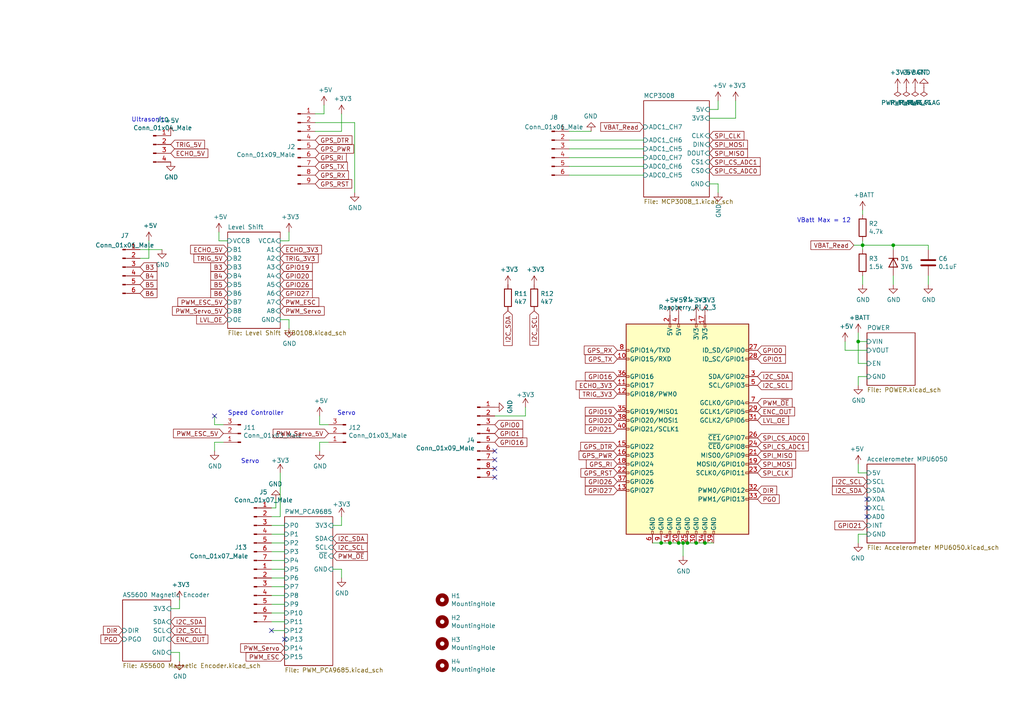
<source format=kicad_sch>
(kicad_sch (version 20211123) (generator eeschema)

  (uuid ce72ea62-9343-4a4f-81bf-8ac601f5d005)

  (paper "A4")

  (title_block
    (title "RascalHat")
    (rev "1.0")
    (company "James, Leach, & Andreev, L.L.C.")
  )

  (lib_symbols
    (symbol "Connector:Conn_01x03_Male" (pin_names (offset 1.016) hide) (in_bom yes) (on_board yes)
      (property "Reference" "J" (id 0) (at 0 5.08 0)
        (effects (font (size 1.27 1.27)))
      )
      (property "Value" "Conn_01x03_Male" (id 1) (at 0 -5.08 0)
        (effects (font (size 1.27 1.27)))
      )
      (property "Footprint" "" (id 2) (at 0 0 0)
        (effects (font (size 1.27 1.27)) hide)
      )
      (property "Datasheet" "~" (id 3) (at 0 0 0)
        (effects (font (size 1.27 1.27)) hide)
      )
      (property "ki_keywords" "connector" (id 4) (at 0 0 0)
        (effects (font (size 1.27 1.27)) hide)
      )
      (property "ki_description" "Generic connector, single row, 01x03, script generated (kicad-library-utils/schlib/autogen/connector/)" (id 5) (at 0 0 0)
        (effects (font (size 1.27 1.27)) hide)
      )
      (property "ki_fp_filters" "Connector*:*_1x??_*" (id 6) (at 0 0 0)
        (effects (font (size 1.27 1.27)) hide)
      )
      (symbol "Conn_01x03_Male_1_1"
        (polyline
          (pts
            (xy 1.27 -2.54)
            (xy 0.8636 -2.54)
          )
          (stroke (width 0.1524) (type default) (color 0 0 0 0))
          (fill (type none))
        )
        (polyline
          (pts
            (xy 1.27 0)
            (xy 0.8636 0)
          )
          (stroke (width 0.1524) (type default) (color 0 0 0 0))
          (fill (type none))
        )
        (polyline
          (pts
            (xy 1.27 2.54)
            (xy 0.8636 2.54)
          )
          (stroke (width 0.1524) (type default) (color 0 0 0 0))
          (fill (type none))
        )
        (rectangle (start 0.8636 -2.413) (end 0 -2.667)
          (stroke (width 0.1524) (type default) (color 0 0 0 0))
          (fill (type outline))
        )
        (rectangle (start 0.8636 0.127) (end 0 -0.127)
          (stroke (width 0.1524) (type default) (color 0 0 0 0))
          (fill (type outline))
        )
        (rectangle (start 0.8636 2.667) (end 0 2.413)
          (stroke (width 0.1524) (type default) (color 0 0 0 0))
          (fill (type outline))
        )
        (pin passive line (at 5.08 2.54 180) (length 3.81)
          (name "Pin_1" (effects (font (size 1.27 1.27))))
          (number "1" (effects (font (size 1.27 1.27))))
        )
        (pin passive line (at 5.08 0 180) (length 3.81)
          (name "Pin_2" (effects (font (size 1.27 1.27))))
          (number "2" (effects (font (size 1.27 1.27))))
        )
        (pin passive line (at 5.08 -2.54 180) (length 3.81)
          (name "Pin_3" (effects (font (size 1.27 1.27))))
          (number "3" (effects (font (size 1.27 1.27))))
        )
      )
    )
    (symbol "Connector:Conn_01x04_Male" (pin_names (offset 1.016) hide) (in_bom yes) (on_board yes)
      (property "Reference" "J" (id 0) (at 0 5.08 0)
        (effects (font (size 1.27 1.27)))
      )
      (property "Value" "Conn_01x04_Male" (id 1) (at 0 -7.62 0)
        (effects (font (size 1.27 1.27)))
      )
      (property "Footprint" "" (id 2) (at 0 0 0)
        (effects (font (size 1.27 1.27)) hide)
      )
      (property "Datasheet" "~" (id 3) (at 0 0 0)
        (effects (font (size 1.27 1.27)) hide)
      )
      (property "ki_keywords" "connector" (id 4) (at 0 0 0)
        (effects (font (size 1.27 1.27)) hide)
      )
      (property "ki_description" "Generic connector, single row, 01x04, script generated (kicad-library-utils/schlib/autogen/connector/)" (id 5) (at 0 0 0)
        (effects (font (size 1.27 1.27)) hide)
      )
      (property "ki_fp_filters" "Connector*:*_1x??_*" (id 6) (at 0 0 0)
        (effects (font (size 1.27 1.27)) hide)
      )
      (symbol "Conn_01x04_Male_1_1"
        (polyline
          (pts
            (xy 1.27 -5.08)
            (xy 0.8636 -5.08)
          )
          (stroke (width 0.1524) (type default) (color 0 0 0 0))
          (fill (type none))
        )
        (polyline
          (pts
            (xy 1.27 -2.54)
            (xy 0.8636 -2.54)
          )
          (stroke (width 0.1524) (type default) (color 0 0 0 0))
          (fill (type none))
        )
        (polyline
          (pts
            (xy 1.27 0)
            (xy 0.8636 0)
          )
          (stroke (width 0.1524) (type default) (color 0 0 0 0))
          (fill (type none))
        )
        (polyline
          (pts
            (xy 1.27 2.54)
            (xy 0.8636 2.54)
          )
          (stroke (width 0.1524) (type default) (color 0 0 0 0))
          (fill (type none))
        )
        (rectangle (start 0.8636 -4.953) (end 0 -5.207)
          (stroke (width 0.1524) (type default) (color 0 0 0 0))
          (fill (type outline))
        )
        (rectangle (start 0.8636 -2.413) (end 0 -2.667)
          (stroke (width 0.1524) (type default) (color 0 0 0 0))
          (fill (type outline))
        )
        (rectangle (start 0.8636 0.127) (end 0 -0.127)
          (stroke (width 0.1524) (type default) (color 0 0 0 0))
          (fill (type outline))
        )
        (rectangle (start 0.8636 2.667) (end 0 2.413)
          (stroke (width 0.1524) (type default) (color 0 0 0 0))
          (fill (type outline))
        )
        (pin passive line (at 5.08 2.54 180) (length 3.81)
          (name "Pin_1" (effects (font (size 1.27 1.27))))
          (number "1" (effects (font (size 1.27 1.27))))
        )
        (pin passive line (at 5.08 0 180) (length 3.81)
          (name "Pin_2" (effects (font (size 1.27 1.27))))
          (number "2" (effects (font (size 1.27 1.27))))
        )
        (pin passive line (at 5.08 -2.54 180) (length 3.81)
          (name "Pin_3" (effects (font (size 1.27 1.27))))
          (number "3" (effects (font (size 1.27 1.27))))
        )
        (pin passive line (at 5.08 -5.08 180) (length 3.81)
          (name "Pin_4" (effects (font (size 1.27 1.27))))
          (number "4" (effects (font (size 1.27 1.27))))
        )
      )
    )
    (symbol "Connector:Conn_01x06_Male" (pin_names (offset 1.016) hide) (in_bom yes) (on_board yes)
      (property "Reference" "J" (id 0) (at 0 7.62 0)
        (effects (font (size 1.27 1.27)))
      )
      (property "Value" "Conn_01x06_Male" (id 1) (at 0 -10.16 0)
        (effects (font (size 1.27 1.27)))
      )
      (property "Footprint" "" (id 2) (at 0 0 0)
        (effects (font (size 1.27 1.27)) hide)
      )
      (property "Datasheet" "~" (id 3) (at 0 0 0)
        (effects (font (size 1.27 1.27)) hide)
      )
      (property "ki_keywords" "connector" (id 4) (at 0 0 0)
        (effects (font (size 1.27 1.27)) hide)
      )
      (property "ki_description" "Generic connector, single row, 01x06, script generated (kicad-library-utils/schlib/autogen/connector/)" (id 5) (at 0 0 0)
        (effects (font (size 1.27 1.27)) hide)
      )
      (property "ki_fp_filters" "Connector*:*_1x??_*" (id 6) (at 0 0 0)
        (effects (font (size 1.27 1.27)) hide)
      )
      (symbol "Conn_01x06_Male_1_1"
        (polyline
          (pts
            (xy 1.27 -7.62)
            (xy 0.8636 -7.62)
          )
          (stroke (width 0.1524) (type default) (color 0 0 0 0))
          (fill (type none))
        )
        (polyline
          (pts
            (xy 1.27 -5.08)
            (xy 0.8636 -5.08)
          )
          (stroke (width 0.1524) (type default) (color 0 0 0 0))
          (fill (type none))
        )
        (polyline
          (pts
            (xy 1.27 -2.54)
            (xy 0.8636 -2.54)
          )
          (stroke (width 0.1524) (type default) (color 0 0 0 0))
          (fill (type none))
        )
        (polyline
          (pts
            (xy 1.27 0)
            (xy 0.8636 0)
          )
          (stroke (width 0.1524) (type default) (color 0 0 0 0))
          (fill (type none))
        )
        (polyline
          (pts
            (xy 1.27 2.54)
            (xy 0.8636 2.54)
          )
          (stroke (width 0.1524) (type default) (color 0 0 0 0))
          (fill (type none))
        )
        (polyline
          (pts
            (xy 1.27 5.08)
            (xy 0.8636 5.08)
          )
          (stroke (width 0.1524) (type default) (color 0 0 0 0))
          (fill (type none))
        )
        (rectangle (start 0.8636 -7.493) (end 0 -7.747)
          (stroke (width 0.1524) (type default) (color 0 0 0 0))
          (fill (type outline))
        )
        (rectangle (start 0.8636 -4.953) (end 0 -5.207)
          (stroke (width 0.1524) (type default) (color 0 0 0 0))
          (fill (type outline))
        )
        (rectangle (start 0.8636 -2.413) (end 0 -2.667)
          (stroke (width 0.1524) (type default) (color 0 0 0 0))
          (fill (type outline))
        )
        (rectangle (start 0.8636 0.127) (end 0 -0.127)
          (stroke (width 0.1524) (type default) (color 0 0 0 0))
          (fill (type outline))
        )
        (rectangle (start 0.8636 2.667) (end 0 2.413)
          (stroke (width 0.1524) (type default) (color 0 0 0 0))
          (fill (type outline))
        )
        (rectangle (start 0.8636 5.207) (end 0 4.953)
          (stroke (width 0.1524) (type default) (color 0 0 0 0))
          (fill (type outline))
        )
        (pin passive line (at 5.08 5.08 180) (length 3.81)
          (name "Pin_1" (effects (font (size 1.27 1.27))))
          (number "1" (effects (font (size 1.27 1.27))))
        )
        (pin passive line (at 5.08 2.54 180) (length 3.81)
          (name "Pin_2" (effects (font (size 1.27 1.27))))
          (number "2" (effects (font (size 1.27 1.27))))
        )
        (pin passive line (at 5.08 0 180) (length 3.81)
          (name "Pin_3" (effects (font (size 1.27 1.27))))
          (number "3" (effects (font (size 1.27 1.27))))
        )
        (pin passive line (at 5.08 -2.54 180) (length 3.81)
          (name "Pin_4" (effects (font (size 1.27 1.27))))
          (number "4" (effects (font (size 1.27 1.27))))
        )
        (pin passive line (at 5.08 -5.08 180) (length 3.81)
          (name "Pin_5" (effects (font (size 1.27 1.27))))
          (number "5" (effects (font (size 1.27 1.27))))
        )
        (pin passive line (at 5.08 -7.62 180) (length 3.81)
          (name "Pin_6" (effects (font (size 1.27 1.27))))
          (number "6" (effects (font (size 1.27 1.27))))
        )
      )
    )
    (symbol "Connector:Conn_01x07_Male" (pin_names (offset 1.016) hide) (in_bom yes) (on_board yes)
      (property "Reference" "J" (id 0) (at 0 10.16 0)
        (effects (font (size 1.27 1.27)))
      )
      (property "Value" "Conn_01x07_Male" (id 1) (at 0 -10.16 0)
        (effects (font (size 1.27 1.27)))
      )
      (property "Footprint" "" (id 2) (at 0 0 0)
        (effects (font (size 1.27 1.27)) hide)
      )
      (property "Datasheet" "~" (id 3) (at 0 0 0)
        (effects (font (size 1.27 1.27)) hide)
      )
      (property "ki_keywords" "connector" (id 4) (at 0 0 0)
        (effects (font (size 1.27 1.27)) hide)
      )
      (property "ki_description" "Generic connector, single row, 01x07, script generated (kicad-library-utils/schlib/autogen/connector/)" (id 5) (at 0 0 0)
        (effects (font (size 1.27 1.27)) hide)
      )
      (property "ki_fp_filters" "Connector*:*_1x??_*" (id 6) (at 0 0 0)
        (effects (font (size 1.27 1.27)) hide)
      )
      (symbol "Conn_01x07_Male_1_1"
        (polyline
          (pts
            (xy 1.27 -7.62)
            (xy 0.8636 -7.62)
          )
          (stroke (width 0.1524) (type default) (color 0 0 0 0))
          (fill (type none))
        )
        (polyline
          (pts
            (xy 1.27 -5.08)
            (xy 0.8636 -5.08)
          )
          (stroke (width 0.1524) (type default) (color 0 0 0 0))
          (fill (type none))
        )
        (polyline
          (pts
            (xy 1.27 -2.54)
            (xy 0.8636 -2.54)
          )
          (stroke (width 0.1524) (type default) (color 0 0 0 0))
          (fill (type none))
        )
        (polyline
          (pts
            (xy 1.27 0)
            (xy 0.8636 0)
          )
          (stroke (width 0.1524) (type default) (color 0 0 0 0))
          (fill (type none))
        )
        (polyline
          (pts
            (xy 1.27 2.54)
            (xy 0.8636 2.54)
          )
          (stroke (width 0.1524) (type default) (color 0 0 0 0))
          (fill (type none))
        )
        (polyline
          (pts
            (xy 1.27 5.08)
            (xy 0.8636 5.08)
          )
          (stroke (width 0.1524) (type default) (color 0 0 0 0))
          (fill (type none))
        )
        (polyline
          (pts
            (xy 1.27 7.62)
            (xy 0.8636 7.62)
          )
          (stroke (width 0.1524) (type default) (color 0 0 0 0))
          (fill (type none))
        )
        (rectangle (start 0.8636 -7.493) (end 0 -7.747)
          (stroke (width 0.1524) (type default) (color 0 0 0 0))
          (fill (type outline))
        )
        (rectangle (start 0.8636 -4.953) (end 0 -5.207)
          (stroke (width 0.1524) (type default) (color 0 0 0 0))
          (fill (type outline))
        )
        (rectangle (start 0.8636 -2.413) (end 0 -2.667)
          (stroke (width 0.1524) (type default) (color 0 0 0 0))
          (fill (type outline))
        )
        (rectangle (start 0.8636 0.127) (end 0 -0.127)
          (stroke (width 0.1524) (type default) (color 0 0 0 0))
          (fill (type outline))
        )
        (rectangle (start 0.8636 2.667) (end 0 2.413)
          (stroke (width 0.1524) (type default) (color 0 0 0 0))
          (fill (type outline))
        )
        (rectangle (start 0.8636 5.207) (end 0 4.953)
          (stroke (width 0.1524) (type default) (color 0 0 0 0))
          (fill (type outline))
        )
        (rectangle (start 0.8636 7.747) (end 0 7.493)
          (stroke (width 0.1524) (type default) (color 0 0 0 0))
          (fill (type outline))
        )
        (pin passive line (at 5.08 7.62 180) (length 3.81)
          (name "Pin_1" (effects (font (size 1.27 1.27))))
          (number "1" (effects (font (size 1.27 1.27))))
        )
        (pin passive line (at 5.08 5.08 180) (length 3.81)
          (name "Pin_2" (effects (font (size 1.27 1.27))))
          (number "2" (effects (font (size 1.27 1.27))))
        )
        (pin passive line (at 5.08 2.54 180) (length 3.81)
          (name "Pin_3" (effects (font (size 1.27 1.27))))
          (number "3" (effects (font (size 1.27 1.27))))
        )
        (pin passive line (at 5.08 0 180) (length 3.81)
          (name "Pin_4" (effects (font (size 1.27 1.27))))
          (number "4" (effects (font (size 1.27 1.27))))
        )
        (pin passive line (at 5.08 -2.54 180) (length 3.81)
          (name "Pin_5" (effects (font (size 1.27 1.27))))
          (number "5" (effects (font (size 1.27 1.27))))
        )
        (pin passive line (at 5.08 -5.08 180) (length 3.81)
          (name "Pin_6" (effects (font (size 1.27 1.27))))
          (number "6" (effects (font (size 1.27 1.27))))
        )
        (pin passive line (at 5.08 -7.62 180) (length 3.81)
          (name "Pin_7" (effects (font (size 1.27 1.27))))
          (number "7" (effects (font (size 1.27 1.27))))
        )
      )
    )
    (symbol "Connector:Conn_01x09_Male" (pin_names (offset 1.016) hide) (in_bom yes) (on_board yes)
      (property "Reference" "J" (id 0) (at 0 12.7 0)
        (effects (font (size 1.27 1.27)))
      )
      (property "Value" "Conn_01x09_Male" (id 1) (at 0 -12.7 0)
        (effects (font (size 1.27 1.27)))
      )
      (property "Footprint" "" (id 2) (at 0 0 0)
        (effects (font (size 1.27 1.27)) hide)
      )
      (property "Datasheet" "~" (id 3) (at 0 0 0)
        (effects (font (size 1.27 1.27)) hide)
      )
      (property "ki_keywords" "connector" (id 4) (at 0 0 0)
        (effects (font (size 1.27 1.27)) hide)
      )
      (property "ki_description" "Generic connector, single row, 01x09, script generated (kicad-library-utils/schlib/autogen/connector/)" (id 5) (at 0 0 0)
        (effects (font (size 1.27 1.27)) hide)
      )
      (property "ki_fp_filters" "Connector*:*_1x??_*" (id 6) (at 0 0 0)
        (effects (font (size 1.27 1.27)) hide)
      )
      (symbol "Conn_01x09_Male_1_1"
        (polyline
          (pts
            (xy 1.27 -10.16)
            (xy 0.8636 -10.16)
          )
          (stroke (width 0.1524) (type default) (color 0 0 0 0))
          (fill (type none))
        )
        (polyline
          (pts
            (xy 1.27 -7.62)
            (xy 0.8636 -7.62)
          )
          (stroke (width 0.1524) (type default) (color 0 0 0 0))
          (fill (type none))
        )
        (polyline
          (pts
            (xy 1.27 -5.08)
            (xy 0.8636 -5.08)
          )
          (stroke (width 0.1524) (type default) (color 0 0 0 0))
          (fill (type none))
        )
        (polyline
          (pts
            (xy 1.27 -2.54)
            (xy 0.8636 -2.54)
          )
          (stroke (width 0.1524) (type default) (color 0 0 0 0))
          (fill (type none))
        )
        (polyline
          (pts
            (xy 1.27 0)
            (xy 0.8636 0)
          )
          (stroke (width 0.1524) (type default) (color 0 0 0 0))
          (fill (type none))
        )
        (polyline
          (pts
            (xy 1.27 2.54)
            (xy 0.8636 2.54)
          )
          (stroke (width 0.1524) (type default) (color 0 0 0 0))
          (fill (type none))
        )
        (polyline
          (pts
            (xy 1.27 5.08)
            (xy 0.8636 5.08)
          )
          (stroke (width 0.1524) (type default) (color 0 0 0 0))
          (fill (type none))
        )
        (polyline
          (pts
            (xy 1.27 7.62)
            (xy 0.8636 7.62)
          )
          (stroke (width 0.1524) (type default) (color 0 0 0 0))
          (fill (type none))
        )
        (polyline
          (pts
            (xy 1.27 10.16)
            (xy 0.8636 10.16)
          )
          (stroke (width 0.1524) (type default) (color 0 0 0 0))
          (fill (type none))
        )
        (rectangle (start 0.8636 -10.033) (end 0 -10.287)
          (stroke (width 0.1524) (type default) (color 0 0 0 0))
          (fill (type outline))
        )
        (rectangle (start 0.8636 -7.493) (end 0 -7.747)
          (stroke (width 0.1524) (type default) (color 0 0 0 0))
          (fill (type outline))
        )
        (rectangle (start 0.8636 -4.953) (end 0 -5.207)
          (stroke (width 0.1524) (type default) (color 0 0 0 0))
          (fill (type outline))
        )
        (rectangle (start 0.8636 -2.413) (end 0 -2.667)
          (stroke (width 0.1524) (type default) (color 0 0 0 0))
          (fill (type outline))
        )
        (rectangle (start 0.8636 0.127) (end 0 -0.127)
          (stroke (width 0.1524) (type default) (color 0 0 0 0))
          (fill (type outline))
        )
        (rectangle (start 0.8636 2.667) (end 0 2.413)
          (stroke (width 0.1524) (type default) (color 0 0 0 0))
          (fill (type outline))
        )
        (rectangle (start 0.8636 5.207) (end 0 4.953)
          (stroke (width 0.1524) (type default) (color 0 0 0 0))
          (fill (type outline))
        )
        (rectangle (start 0.8636 7.747) (end 0 7.493)
          (stroke (width 0.1524) (type default) (color 0 0 0 0))
          (fill (type outline))
        )
        (rectangle (start 0.8636 10.287) (end 0 10.033)
          (stroke (width 0.1524) (type default) (color 0 0 0 0))
          (fill (type outline))
        )
        (pin passive line (at 5.08 10.16 180) (length 3.81)
          (name "Pin_1" (effects (font (size 1.27 1.27))))
          (number "1" (effects (font (size 1.27 1.27))))
        )
        (pin passive line (at 5.08 7.62 180) (length 3.81)
          (name "Pin_2" (effects (font (size 1.27 1.27))))
          (number "2" (effects (font (size 1.27 1.27))))
        )
        (pin passive line (at 5.08 5.08 180) (length 3.81)
          (name "Pin_3" (effects (font (size 1.27 1.27))))
          (number "3" (effects (font (size 1.27 1.27))))
        )
        (pin passive line (at 5.08 2.54 180) (length 3.81)
          (name "Pin_4" (effects (font (size 1.27 1.27))))
          (number "4" (effects (font (size 1.27 1.27))))
        )
        (pin passive line (at 5.08 0 180) (length 3.81)
          (name "Pin_5" (effects (font (size 1.27 1.27))))
          (number "5" (effects (font (size 1.27 1.27))))
        )
        (pin passive line (at 5.08 -2.54 180) (length 3.81)
          (name "Pin_6" (effects (font (size 1.27 1.27))))
          (number "6" (effects (font (size 1.27 1.27))))
        )
        (pin passive line (at 5.08 -5.08 180) (length 3.81)
          (name "Pin_7" (effects (font (size 1.27 1.27))))
          (number "7" (effects (font (size 1.27 1.27))))
        )
        (pin passive line (at 5.08 -7.62 180) (length 3.81)
          (name "Pin_8" (effects (font (size 1.27 1.27))))
          (number "8" (effects (font (size 1.27 1.27))))
        )
        (pin passive line (at 5.08 -10.16 180) (length 3.81)
          (name "Pin_9" (effects (font (size 1.27 1.27))))
          (number "9" (effects (font (size 1.27 1.27))))
        )
      )
    )
    (symbol "Connector:Raspberry_Pi_2_3" (pin_names (offset 1.016)) (in_bom yes) (on_board yes)
      (property "Reference" "J" (id 0) (at -17.78 31.75 0)
        (effects (font (size 1.27 1.27)) (justify left bottom))
      )
      (property "Value" "Raspberry_Pi_2_3" (id 1) (at 10.16 -31.75 0)
        (effects (font (size 1.27 1.27)) (justify left top))
      )
      (property "Footprint" "" (id 2) (at 0 0 0)
        (effects (font (size 1.27 1.27)) hide)
      )
      (property "Datasheet" "https://www.raspberrypi.org/documentation/hardware/raspberrypi/schematics/rpi_SCH_3bplus_1p0_reduced.pdf" (id 3) (at 0 0 0)
        (effects (font (size 1.27 1.27)) hide)
      )
      (property "ki_keywords" "raspberrypi gpio" (id 4) (at 0 0 0)
        (effects (font (size 1.27 1.27)) hide)
      )
      (property "ki_description" "expansion header for Raspberry Pi 2 & 3" (id 5) (at 0 0 0)
        (effects (font (size 1.27 1.27)) hide)
      )
      (property "ki_fp_filters" "PinHeader*2x20*P2.54mm*Vertical* PinSocket*2x20*P2.54mm*Vertical*" (id 6) (at 0 0 0)
        (effects (font (size 1.27 1.27)) hide)
      )
      (symbol "Raspberry_Pi_2_3_0_1"
        (rectangle (start -17.78 30.48) (end 17.78 -30.48)
          (stroke (width 0.254) (type default) (color 0 0 0 0))
          (fill (type background))
        )
      )
      (symbol "Raspberry_Pi_2_3_1_1"
        (rectangle (start -16.891 -17.526) (end -17.78 -18.034)
          (stroke (width 0) (type default) (color 0 0 0 0))
          (fill (type none))
        )
        (rectangle (start -16.891 -14.986) (end -17.78 -15.494)
          (stroke (width 0) (type default) (color 0 0 0 0))
          (fill (type none))
        )
        (rectangle (start -16.891 -12.446) (end -17.78 -12.954)
          (stroke (width 0) (type default) (color 0 0 0 0))
          (fill (type none))
        )
        (rectangle (start -16.891 -9.906) (end -17.78 -10.414)
          (stroke (width 0) (type default) (color 0 0 0 0))
          (fill (type none))
        )
        (rectangle (start -16.891 -7.366) (end -17.78 -7.874)
          (stroke (width 0) (type default) (color 0 0 0 0))
          (fill (type none))
        )
        (rectangle (start -16.891 -4.826) (end -17.78 -5.334)
          (stroke (width 0) (type default) (color 0 0 0 0))
          (fill (type none))
        )
        (rectangle (start -16.891 0.254) (end -17.78 -0.254)
          (stroke (width 0) (type default) (color 0 0 0 0))
          (fill (type none))
        )
        (rectangle (start -16.891 2.794) (end -17.78 2.286)
          (stroke (width 0) (type default) (color 0 0 0 0))
          (fill (type none))
        )
        (rectangle (start -16.891 5.334) (end -17.78 4.826)
          (stroke (width 0) (type default) (color 0 0 0 0))
          (fill (type none))
        )
        (rectangle (start -16.891 10.414) (end -17.78 9.906)
          (stroke (width 0) (type default) (color 0 0 0 0))
          (fill (type none))
        )
        (rectangle (start -16.891 12.954) (end -17.78 12.446)
          (stroke (width 0) (type default) (color 0 0 0 0))
          (fill (type none))
        )
        (rectangle (start -16.891 15.494) (end -17.78 14.986)
          (stroke (width 0) (type default) (color 0 0 0 0))
          (fill (type none))
        )
        (rectangle (start -16.891 20.574) (end -17.78 20.066)
          (stroke (width 0) (type default) (color 0 0 0 0))
          (fill (type none))
        )
        (rectangle (start -16.891 23.114) (end -17.78 22.606)
          (stroke (width 0) (type default) (color 0 0 0 0))
          (fill (type none))
        )
        (rectangle (start -10.414 -29.591) (end -9.906 -30.48)
          (stroke (width 0) (type default) (color 0 0 0 0))
          (fill (type none))
        )
        (rectangle (start -7.874 -29.591) (end -7.366 -30.48)
          (stroke (width 0) (type default) (color 0 0 0 0))
          (fill (type none))
        )
        (rectangle (start -5.334 -29.591) (end -4.826 -30.48)
          (stroke (width 0) (type default) (color 0 0 0 0))
          (fill (type none))
        )
        (rectangle (start -5.334 30.48) (end -4.826 29.591)
          (stroke (width 0) (type default) (color 0 0 0 0))
          (fill (type none))
        )
        (rectangle (start -2.794 -29.591) (end -2.286 -30.48)
          (stroke (width 0) (type default) (color 0 0 0 0))
          (fill (type none))
        )
        (rectangle (start -2.794 30.48) (end -2.286 29.591)
          (stroke (width 0) (type default) (color 0 0 0 0))
          (fill (type none))
        )
        (rectangle (start -0.254 -29.591) (end 0.254 -30.48)
          (stroke (width 0) (type default) (color 0 0 0 0))
          (fill (type none))
        )
        (rectangle (start 2.286 -29.591) (end 2.794 -30.48)
          (stroke (width 0) (type default) (color 0 0 0 0))
          (fill (type none))
        )
        (rectangle (start 2.286 30.48) (end 2.794 29.591)
          (stroke (width 0) (type default) (color 0 0 0 0))
          (fill (type none))
        )
        (rectangle (start 4.826 -29.591) (end 5.334 -30.48)
          (stroke (width 0) (type default) (color 0 0 0 0))
          (fill (type none))
        )
        (rectangle (start 4.826 30.48) (end 5.334 29.591)
          (stroke (width 0) (type default) (color 0 0 0 0))
          (fill (type none))
        )
        (rectangle (start 7.366 -29.591) (end 7.874 -30.48)
          (stroke (width 0) (type default) (color 0 0 0 0))
          (fill (type none))
        )
        (rectangle (start 17.78 -20.066) (end 16.891 -20.574)
          (stroke (width 0) (type default) (color 0 0 0 0))
          (fill (type none))
        )
        (rectangle (start 17.78 -17.526) (end 16.891 -18.034)
          (stroke (width 0) (type default) (color 0 0 0 0))
          (fill (type none))
        )
        (rectangle (start 17.78 -12.446) (end 16.891 -12.954)
          (stroke (width 0) (type default) (color 0 0 0 0))
          (fill (type none))
        )
        (rectangle (start 17.78 -9.906) (end 16.891 -10.414)
          (stroke (width 0) (type default) (color 0 0 0 0))
          (fill (type none))
        )
        (rectangle (start 17.78 -7.366) (end 16.891 -7.874)
          (stroke (width 0) (type default) (color 0 0 0 0))
          (fill (type none))
        )
        (rectangle (start 17.78 -4.826) (end 16.891 -5.334)
          (stroke (width 0) (type default) (color 0 0 0 0))
          (fill (type none))
        )
        (rectangle (start 17.78 -2.286) (end 16.891 -2.794)
          (stroke (width 0) (type default) (color 0 0 0 0))
          (fill (type none))
        )
        (rectangle (start 17.78 2.794) (end 16.891 2.286)
          (stroke (width 0) (type default) (color 0 0 0 0))
          (fill (type none))
        )
        (rectangle (start 17.78 5.334) (end 16.891 4.826)
          (stroke (width 0) (type default) (color 0 0 0 0))
          (fill (type none))
        )
        (rectangle (start 17.78 7.874) (end 16.891 7.366)
          (stroke (width 0) (type default) (color 0 0 0 0))
          (fill (type none))
        )
        (rectangle (start 17.78 12.954) (end 16.891 12.446)
          (stroke (width 0) (type default) (color 0 0 0 0))
          (fill (type none))
        )
        (rectangle (start 17.78 15.494) (end 16.891 14.986)
          (stroke (width 0) (type default) (color 0 0 0 0))
          (fill (type none))
        )
        (rectangle (start 17.78 20.574) (end 16.891 20.066)
          (stroke (width 0) (type default) (color 0 0 0 0))
          (fill (type none))
        )
        (rectangle (start 17.78 23.114) (end 16.891 22.606)
          (stroke (width 0) (type default) (color 0 0 0 0))
          (fill (type none))
        )
        (pin power_in line (at 2.54 33.02 270) (length 2.54)
          (name "3V3" (effects (font (size 1.27 1.27))))
          (number "1" (effects (font (size 1.27 1.27))))
        )
        (pin bidirectional line (at -20.32 20.32 0) (length 2.54)
          (name "GPIO15/RXD" (effects (font (size 1.27 1.27))))
          (number "10" (effects (font (size 1.27 1.27))))
        )
        (pin bidirectional line (at -20.32 12.7 0) (length 2.54)
          (name "GPIO17" (effects (font (size 1.27 1.27))))
          (number "11" (effects (font (size 1.27 1.27))))
        )
        (pin bidirectional line (at -20.32 10.16 0) (length 2.54)
          (name "GPIO18/PWM0" (effects (font (size 1.27 1.27))))
          (number "12" (effects (font (size 1.27 1.27))))
        )
        (pin bidirectional line (at -20.32 -17.78 0) (length 2.54)
          (name "GPIO27" (effects (font (size 1.27 1.27))))
          (number "13" (effects (font (size 1.27 1.27))))
        )
        (pin power_in line (at -5.08 -33.02 90) (length 2.54)
          (name "GND" (effects (font (size 1.27 1.27))))
          (number "14" (effects (font (size 1.27 1.27))))
        )
        (pin bidirectional line (at -20.32 -5.08 0) (length 2.54)
          (name "GPIO22" (effects (font (size 1.27 1.27))))
          (number "15" (effects (font (size 1.27 1.27))))
        )
        (pin bidirectional line (at -20.32 -7.62 0) (length 2.54)
          (name "GPIO23" (effects (font (size 1.27 1.27))))
          (number "16" (effects (font (size 1.27 1.27))))
        )
        (pin power_in line (at 5.08 33.02 270) (length 2.54)
          (name "3V3" (effects (font (size 1.27 1.27))))
          (number "17" (effects (font (size 1.27 1.27))))
        )
        (pin bidirectional line (at -20.32 -10.16 0) (length 2.54)
          (name "GPIO24" (effects (font (size 1.27 1.27))))
          (number "18" (effects (font (size 1.27 1.27))))
        )
        (pin bidirectional line (at 20.32 -10.16 180) (length 2.54)
          (name "MOSI0/GPIO10" (effects (font (size 1.27 1.27))))
          (number "19" (effects (font (size 1.27 1.27))))
        )
        (pin power_in line (at -5.08 33.02 270) (length 2.54)
          (name "5V" (effects (font (size 1.27 1.27))))
          (number "2" (effects (font (size 1.27 1.27))))
        )
        (pin power_in line (at -2.54 -33.02 90) (length 2.54)
          (name "GND" (effects (font (size 1.27 1.27))))
          (number "20" (effects (font (size 1.27 1.27))))
        )
        (pin bidirectional line (at 20.32 -7.62 180) (length 2.54)
          (name "MISO0/GPIO9" (effects (font (size 1.27 1.27))))
          (number "21" (effects (font (size 1.27 1.27))))
        )
        (pin bidirectional line (at -20.32 -12.7 0) (length 2.54)
          (name "GPIO25" (effects (font (size 1.27 1.27))))
          (number "22" (effects (font (size 1.27 1.27))))
        )
        (pin bidirectional line (at 20.32 -12.7 180) (length 2.54)
          (name "SCLK0/GPIO11" (effects (font (size 1.27 1.27))))
          (number "23" (effects (font (size 1.27 1.27))))
        )
        (pin bidirectional line (at 20.32 -5.08 180) (length 2.54)
          (name "~{CE0}/GPIO8" (effects (font (size 1.27 1.27))))
          (number "24" (effects (font (size 1.27 1.27))))
        )
        (pin power_in line (at 0 -33.02 90) (length 2.54)
          (name "GND" (effects (font (size 1.27 1.27))))
          (number "25" (effects (font (size 1.27 1.27))))
        )
        (pin bidirectional line (at 20.32 -2.54 180) (length 2.54)
          (name "~{CE1}/GPIO7" (effects (font (size 1.27 1.27))))
          (number "26" (effects (font (size 1.27 1.27))))
        )
        (pin bidirectional line (at 20.32 22.86 180) (length 2.54)
          (name "ID_SD/GPIO0" (effects (font (size 1.27 1.27))))
          (number "27" (effects (font (size 1.27 1.27))))
        )
        (pin bidirectional line (at 20.32 20.32 180) (length 2.54)
          (name "ID_SC/GPIO1" (effects (font (size 1.27 1.27))))
          (number "28" (effects (font (size 1.27 1.27))))
        )
        (pin bidirectional line (at 20.32 5.08 180) (length 2.54)
          (name "GCLK1/GPIO5" (effects (font (size 1.27 1.27))))
          (number "29" (effects (font (size 1.27 1.27))))
        )
        (pin bidirectional line (at 20.32 15.24 180) (length 2.54)
          (name "SDA/GPIO2" (effects (font (size 1.27 1.27))))
          (number "3" (effects (font (size 1.27 1.27))))
        )
        (pin power_in line (at 2.54 -33.02 90) (length 2.54)
          (name "GND" (effects (font (size 1.27 1.27))))
          (number "30" (effects (font (size 1.27 1.27))))
        )
        (pin bidirectional line (at 20.32 2.54 180) (length 2.54)
          (name "GCLK2/GPIO6" (effects (font (size 1.27 1.27))))
          (number "31" (effects (font (size 1.27 1.27))))
        )
        (pin bidirectional line (at 20.32 -17.78 180) (length 2.54)
          (name "PWM0/GPIO12" (effects (font (size 1.27 1.27))))
          (number "32" (effects (font (size 1.27 1.27))))
        )
        (pin bidirectional line (at 20.32 -20.32 180) (length 2.54)
          (name "PWM1/GPIO13" (effects (font (size 1.27 1.27))))
          (number "33" (effects (font (size 1.27 1.27))))
        )
        (pin power_in line (at 5.08 -33.02 90) (length 2.54)
          (name "GND" (effects (font (size 1.27 1.27))))
          (number "34" (effects (font (size 1.27 1.27))))
        )
        (pin bidirectional line (at -20.32 5.08 0) (length 2.54)
          (name "GPIO19/MISO1" (effects (font (size 1.27 1.27))))
          (number "35" (effects (font (size 1.27 1.27))))
        )
        (pin bidirectional line (at -20.32 15.24 0) (length 2.54)
          (name "GPIO16" (effects (font (size 1.27 1.27))))
          (number "36" (effects (font (size 1.27 1.27))))
        )
        (pin bidirectional line (at -20.32 -15.24 0) (length 2.54)
          (name "GPIO26" (effects (font (size 1.27 1.27))))
          (number "37" (effects (font (size 1.27 1.27))))
        )
        (pin bidirectional line (at -20.32 2.54 0) (length 2.54)
          (name "GPIO20/MOSI1" (effects (font (size 1.27 1.27))))
          (number "38" (effects (font (size 1.27 1.27))))
        )
        (pin power_in line (at 7.62 -33.02 90) (length 2.54)
          (name "GND" (effects (font (size 1.27 1.27))))
          (number "39" (effects (font (size 1.27 1.27))))
        )
        (pin power_in line (at -2.54 33.02 270) (length 2.54)
          (name "5V" (effects (font (size 1.27 1.27))))
          (number "4" (effects (font (size 1.27 1.27))))
        )
        (pin bidirectional line (at -20.32 0 0) (length 2.54)
          (name "GPIO21/SCLK1" (effects (font (size 1.27 1.27))))
          (number "40" (effects (font (size 1.27 1.27))))
        )
        (pin bidirectional line (at 20.32 12.7 180) (length 2.54)
          (name "SCL/GPIO3" (effects (font (size 1.27 1.27))))
          (number "5" (effects (font (size 1.27 1.27))))
        )
        (pin power_in line (at -10.16 -33.02 90) (length 2.54)
          (name "GND" (effects (font (size 1.27 1.27))))
          (number "6" (effects (font (size 1.27 1.27))))
        )
        (pin bidirectional line (at 20.32 7.62 180) (length 2.54)
          (name "GCLK0/GPIO4" (effects (font (size 1.27 1.27))))
          (number "7" (effects (font (size 1.27 1.27))))
        )
        (pin bidirectional line (at -20.32 22.86 0) (length 2.54)
          (name "GPIO14/TXD" (effects (font (size 1.27 1.27))))
          (number "8" (effects (font (size 1.27 1.27))))
        )
        (pin power_in line (at -7.62 -33.02 90) (length 2.54)
          (name "GND" (effects (font (size 1.27 1.27))))
          (number "9" (effects (font (size 1.27 1.27))))
        )
      )
    )
    (symbol "Device:C" (pin_numbers hide) (pin_names (offset 0.254)) (in_bom yes) (on_board yes)
      (property "Reference" "C" (id 0) (at 0.635 2.54 0)
        (effects (font (size 1.27 1.27)) (justify left))
      )
      (property "Value" "C" (id 1) (at 0.635 -2.54 0)
        (effects (font (size 1.27 1.27)) (justify left))
      )
      (property "Footprint" "" (id 2) (at 0.9652 -3.81 0)
        (effects (font (size 1.27 1.27)) hide)
      )
      (property "Datasheet" "~" (id 3) (at 0 0 0)
        (effects (font (size 1.27 1.27)) hide)
      )
      (property "ki_keywords" "cap capacitor" (id 4) (at 0 0 0)
        (effects (font (size 1.27 1.27)) hide)
      )
      (property "ki_description" "Unpolarized capacitor" (id 5) (at 0 0 0)
        (effects (font (size 1.27 1.27)) hide)
      )
      (property "ki_fp_filters" "C_*" (id 6) (at 0 0 0)
        (effects (font (size 1.27 1.27)) hide)
      )
      (symbol "C_0_1"
        (polyline
          (pts
            (xy -2.032 -0.762)
            (xy 2.032 -0.762)
          )
          (stroke (width 0.508) (type default) (color 0 0 0 0))
          (fill (type none))
        )
        (polyline
          (pts
            (xy -2.032 0.762)
            (xy 2.032 0.762)
          )
          (stroke (width 0.508) (type default) (color 0 0 0 0))
          (fill (type none))
        )
      )
      (symbol "C_1_1"
        (pin passive line (at 0 3.81 270) (length 2.794)
          (name "~" (effects (font (size 1.27 1.27))))
          (number "1" (effects (font (size 1.27 1.27))))
        )
        (pin passive line (at 0 -3.81 90) (length 2.794)
          (name "~" (effects (font (size 1.27 1.27))))
          (number "2" (effects (font (size 1.27 1.27))))
        )
      )
    )
    (symbol "Device:D_Zener" (pin_numbers hide) (pin_names (offset 1.016) hide) (in_bom yes) (on_board yes)
      (property "Reference" "D" (id 0) (at 0 2.54 0)
        (effects (font (size 1.27 1.27)))
      )
      (property "Value" "D_Zener" (id 1) (at 0 -2.54 0)
        (effects (font (size 1.27 1.27)))
      )
      (property "Footprint" "" (id 2) (at 0 0 0)
        (effects (font (size 1.27 1.27)) hide)
      )
      (property "Datasheet" "~" (id 3) (at 0 0 0)
        (effects (font (size 1.27 1.27)) hide)
      )
      (property "ki_keywords" "diode" (id 4) (at 0 0 0)
        (effects (font (size 1.27 1.27)) hide)
      )
      (property "ki_description" "Zener diode" (id 5) (at 0 0 0)
        (effects (font (size 1.27 1.27)) hide)
      )
      (property "ki_fp_filters" "TO-???* *_Diode_* *SingleDiode* D_*" (id 6) (at 0 0 0)
        (effects (font (size 1.27 1.27)) hide)
      )
      (symbol "D_Zener_0_1"
        (polyline
          (pts
            (xy 1.27 0)
            (xy -1.27 0)
          )
          (stroke (width 0) (type default) (color 0 0 0 0))
          (fill (type none))
        )
        (polyline
          (pts
            (xy -1.27 -1.27)
            (xy -1.27 1.27)
            (xy -0.762 1.27)
          )
          (stroke (width 0.254) (type default) (color 0 0 0 0))
          (fill (type none))
        )
        (polyline
          (pts
            (xy 1.27 -1.27)
            (xy 1.27 1.27)
            (xy -1.27 0)
            (xy 1.27 -1.27)
          )
          (stroke (width 0.254) (type default) (color 0 0 0 0))
          (fill (type none))
        )
      )
      (symbol "D_Zener_1_1"
        (pin passive line (at -3.81 0 0) (length 2.54)
          (name "K" (effects (font (size 1.27 1.27))))
          (number "1" (effects (font (size 1.27 1.27))))
        )
        (pin passive line (at 3.81 0 180) (length 2.54)
          (name "A" (effects (font (size 1.27 1.27))))
          (number "2" (effects (font (size 1.27 1.27))))
        )
      )
    )
    (symbol "Device:R" (pin_numbers hide) (pin_names (offset 0)) (in_bom yes) (on_board yes)
      (property "Reference" "R" (id 0) (at 2.032 0 90)
        (effects (font (size 1.27 1.27)))
      )
      (property "Value" "R" (id 1) (at 0 0 90)
        (effects (font (size 1.27 1.27)))
      )
      (property "Footprint" "" (id 2) (at -1.778 0 90)
        (effects (font (size 1.27 1.27)) hide)
      )
      (property "Datasheet" "~" (id 3) (at 0 0 0)
        (effects (font (size 1.27 1.27)) hide)
      )
      (property "ki_keywords" "R res resistor" (id 4) (at 0 0 0)
        (effects (font (size 1.27 1.27)) hide)
      )
      (property "ki_description" "Resistor" (id 5) (at 0 0 0)
        (effects (font (size 1.27 1.27)) hide)
      )
      (property "ki_fp_filters" "R_*" (id 6) (at 0 0 0)
        (effects (font (size 1.27 1.27)) hide)
      )
      (symbol "R_0_1"
        (rectangle (start -1.016 -2.54) (end 1.016 2.54)
          (stroke (width 0.254) (type default) (color 0 0 0 0))
          (fill (type none))
        )
      )
      (symbol "R_1_1"
        (pin passive line (at 0 3.81 270) (length 1.27)
          (name "~" (effects (font (size 1.27 1.27))))
          (number "1" (effects (font (size 1.27 1.27))))
        )
        (pin passive line (at 0 -3.81 90) (length 1.27)
          (name "~" (effects (font (size 1.27 1.27))))
          (number "2" (effects (font (size 1.27 1.27))))
        )
      )
    )
    (symbol "Mechanical:MountingHole" (pin_names (offset 1.016)) (in_bom yes) (on_board yes)
      (property "Reference" "H" (id 0) (at 0 5.08 0)
        (effects (font (size 1.27 1.27)))
      )
      (property "Value" "MountingHole" (id 1) (at 0 3.175 0)
        (effects (font (size 1.27 1.27)))
      )
      (property "Footprint" "" (id 2) (at 0 0 0)
        (effects (font (size 1.27 1.27)) hide)
      )
      (property "Datasheet" "~" (id 3) (at 0 0 0)
        (effects (font (size 1.27 1.27)) hide)
      )
      (property "ki_keywords" "mounting hole" (id 4) (at 0 0 0)
        (effects (font (size 1.27 1.27)) hide)
      )
      (property "ki_description" "Mounting Hole without connection" (id 5) (at 0 0 0)
        (effects (font (size 1.27 1.27)) hide)
      )
      (property "ki_fp_filters" "MountingHole*" (id 6) (at 0 0 0)
        (effects (font (size 1.27 1.27)) hide)
      )
      (symbol "MountingHole_0_1"
        (circle (center 0 0) (radius 1.27)
          (stroke (width 1.27) (type default) (color 0 0 0 0))
          (fill (type none))
        )
      )
    )
    (symbol "power:+3V3" (power) (pin_names (offset 0)) (in_bom yes) (on_board yes)
      (property "Reference" "#PWR" (id 0) (at 0 -3.81 0)
        (effects (font (size 1.27 1.27)) hide)
      )
      (property "Value" "+3V3" (id 1) (at 0 3.556 0)
        (effects (font (size 1.27 1.27)))
      )
      (property "Footprint" "" (id 2) (at 0 0 0)
        (effects (font (size 1.27 1.27)) hide)
      )
      (property "Datasheet" "" (id 3) (at 0 0 0)
        (effects (font (size 1.27 1.27)) hide)
      )
      (property "ki_keywords" "power-flag" (id 4) (at 0 0 0)
        (effects (font (size 1.27 1.27)) hide)
      )
      (property "ki_description" "Power symbol creates a global label with name \"+3V3\"" (id 5) (at 0 0 0)
        (effects (font (size 1.27 1.27)) hide)
      )
      (symbol "+3V3_0_1"
        (polyline
          (pts
            (xy -0.762 1.27)
            (xy 0 2.54)
          )
          (stroke (width 0) (type default) (color 0 0 0 0))
          (fill (type none))
        )
        (polyline
          (pts
            (xy 0 0)
            (xy 0 2.54)
          )
          (stroke (width 0) (type default) (color 0 0 0 0))
          (fill (type none))
        )
        (polyline
          (pts
            (xy 0 2.54)
            (xy 0.762 1.27)
          )
          (stroke (width 0) (type default) (color 0 0 0 0))
          (fill (type none))
        )
      )
      (symbol "+3V3_1_1"
        (pin power_in line (at 0 0 90) (length 0) hide
          (name "+3V3" (effects (font (size 1.27 1.27))))
          (number "1" (effects (font (size 1.27 1.27))))
        )
      )
    )
    (symbol "power:+5V" (power) (pin_names (offset 0)) (in_bom yes) (on_board yes)
      (property "Reference" "#PWR" (id 0) (at 0 -3.81 0)
        (effects (font (size 1.27 1.27)) hide)
      )
      (property "Value" "+5V" (id 1) (at 0 3.556 0)
        (effects (font (size 1.27 1.27)))
      )
      (property "Footprint" "" (id 2) (at 0 0 0)
        (effects (font (size 1.27 1.27)) hide)
      )
      (property "Datasheet" "" (id 3) (at 0 0 0)
        (effects (font (size 1.27 1.27)) hide)
      )
      (property "ki_keywords" "power-flag" (id 4) (at 0 0 0)
        (effects (font (size 1.27 1.27)) hide)
      )
      (property "ki_description" "Power symbol creates a global label with name \"+5V\"" (id 5) (at 0 0 0)
        (effects (font (size 1.27 1.27)) hide)
      )
      (symbol "+5V_0_1"
        (polyline
          (pts
            (xy -0.762 1.27)
            (xy 0 2.54)
          )
          (stroke (width 0) (type default) (color 0 0 0 0))
          (fill (type none))
        )
        (polyline
          (pts
            (xy 0 0)
            (xy 0 2.54)
          )
          (stroke (width 0) (type default) (color 0 0 0 0))
          (fill (type none))
        )
        (polyline
          (pts
            (xy 0 2.54)
            (xy 0.762 1.27)
          )
          (stroke (width 0) (type default) (color 0 0 0 0))
          (fill (type none))
        )
      )
      (symbol "+5V_1_1"
        (pin power_in line (at 0 0 90) (length 0) hide
          (name "+5V" (effects (font (size 1.27 1.27))))
          (number "1" (effects (font (size 1.27 1.27))))
        )
      )
    )
    (symbol "power:+BATT" (power) (pin_names (offset 0)) (in_bom yes) (on_board yes)
      (property "Reference" "#PWR" (id 0) (at 0 -3.81 0)
        (effects (font (size 1.27 1.27)) hide)
      )
      (property "Value" "+BATT" (id 1) (at 0 3.556 0)
        (effects (font (size 1.27 1.27)))
      )
      (property "Footprint" "" (id 2) (at 0 0 0)
        (effects (font (size 1.27 1.27)) hide)
      )
      (property "Datasheet" "" (id 3) (at 0 0 0)
        (effects (font (size 1.27 1.27)) hide)
      )
      (property "ki_keywords" "power-flag battery" (id 4) (at 0 0 0)
        (effects (font (size 1.27 1.27)) hide)
      )
      (property "ki_description" "Power symbol creates a global label with name \"+BATT\"" (id 5) (at 0 0 0)
        (effects (font (size 1.27 1.27)) hide)
      )
      (symbol "+BATT_0_1"
        (polyline
          (pts
            (xy -0.762 1.27)
            (xy 0 2.54)
          )
          (stroke (width 0) (type default) (color 0 0 0 0))
          (fill (type none))
        )
        (polyline
          (pts
            (xy 0 0)
            (xy 0 2.54)
          )
          (stroke (width 0) (type default) (color 0 0 0 0))
          (fill (type none))
        )
        (polyline
          (pts
            (xy 0 2.54)
            (xy 0.762 1.27)
          )
          (stroke (width 0) (type default) (color 0 0 0 0))
          (fill (type none))
        )
      )
      (symbol "+BATT_1_1"
        (pin power_in line (at 0 0 90) (length 0) hide
          (name "+BATT" (effects (font (size 1.27 1.27))))
          (number "1" (effects (font (size 1.27 1.27))))
        )
      )
    )
    (symbol "power:GND" (power) (pin_names (offset 0)) (in_bom yes) (on_board yes)
      (property "Reference" "#PWR" (id 0) (at 0 -6.35 0)
        (effects (font (size 1.27 1.27)) hide)
      )
      (property "Value" "GND" (id 1) (at 0 -3.81 0)
        (effects (font (size 1.27 1.27)))
      )
      (property "Footprint" "" (id 2) (at 0 0 0)
        (effects (font (size 1.27 1.27)) hide)
      )
      (property "Datasheet" "" (id 3) (at 0 0 0)
        (effects (font (size 1.27 1.27)) hide)
      )
      (property "ki_keywords" "power-flag" (id 4) (at 0 0 0)
        (effects (font (size 1.27 1.27)) hide)
      )
      (property "ki_description" "Power symbol creates a global label with name \"GND\" , ground" (id 5) (at 0 0 0)
        (effects (font (size 1.27 1.27)) hide)
      )
      (symbol "GND_0_1"
        (polyline
          (pts
            (xy 0 0)
            (xy 0 -1.27)
            (xy 1.27 -1.27)
            (xy 0 -2.54)
            (xy -1.27 -1.27)
            (xy 0 -1.27)
          )
          (stroke (width 0) (type default) (color 0 0 0 0))
          (fill (type none))
        )
      )
      (symbol "GND_1_1"
        (pin power_in line (at 0 0 270) (length 0) hide
          (name "GND" (effects (font (size 1.27 1.27))))
          (number "1" (effects (font (size 1.27 1.27))))
        )
      )
    )
    (symbol "power:PWR_FLAG" (power) (pin_numbers hide) (pin_names (offset 0) hide) (in_bom yes) (on_board yes)
      (property "Reference" "#FLG" (id 0) (at 0 1.905 0)
        (effects (font (size 1.27 1.27)) hide)
      )
      (property "Value" "PWR_FLAG" (id 1) (at 0 3.81 0)
        (effects (font (size 1.27 1.27)))
      )
      (property "Footprint" "" (id 2) (at 0 0 0)
        (effects (font (size 1.27 1.27)) hide)
      )
      (property "Datasheet" "~" (id 3) (at 0 0 0)
        (effects (font (size 1.27 1.27)) hide)
      )
      (property "ki_keywords" "power-flag" (id 4) (at 0 0 0)
        (effects (font (size 1.27 1.27)) hide)
      )
      (property "ki_description" "Special symbol for telling ERC where power comes from" (id 5) (at 0 0 0)
        (effects (font (size 1.27 1.27)) hide)
      )
      (symbol "PWR_FLAG_0_0"
        (pin power_out line (at 0 0 90) (length 0)
          (name "pwr" (effects (font (size 1.27 1.27))))
          (number "1" (effects (font (size 1.27 1.27))))
        )
      )
      (symbol "PWR_FLAG_0_1"
        (polyline
          (pts
            (xy 0 0)
            (xy 0 1.27)
            (xy -1.016 1.905)
            (xy 0 2.54)
            (xy 1.016 1.905)
            (xy 0 1.27)
          )
          (stroke (width 0) (type default) (color 0 0 0 0))
          (fill (type none))
        )
      )
    )
  )

  (junction (at 196.85 157.48) (diameter 0) (color 0 0 0 0)
    (uuid 2c60448a-e30f-46b2-89e1-a44f51688efc)
  )
  (junction (at 204.47 157.48) (diameter 0) (color 0 0 0 0)
    (uuid 4aa97874-2fd2-414c-b381-9420384c2fd8)
  )
  (junction (at 199.39 157.48) (diameter 0) (color 0 0 0 0)
    (uuid 4b1fce17-dec7-457e-ba3b-a77604e77dc9)
  )
  (junction (at 250.19 71.12) (diameter 0) (color 0 0 0 0)
    (uuid 88002554-c459-46e5-8b22-6ea6fe07fd4c)
  )
  (junction (at 259.08 71.12) (diameter 0) (color 0 0 0 0)
    (uuid a48f5fff-52e4-4ae8-8faa-7084c7ae8a28)
  )
  (junction (at 248.92 99.06) (diameter 0) (color 0 0 0 0)
    (uuid ac78c93b-7d94-46d0-88c1-660aae1b94ca)
  )
  (junction (at 198.12 157.48) (diameter 0) (color 0 0 0 0)
    (uuid be4b72db-0e02-4d9b-844a-aff689b4e648)
  )
  (junction (at 194.31 157.48) (diameter 0) (color 0 0 0 0)
    (uuid d7e5a060-eb57-4238-9312-26bc885fc97d)
  )
  (junction (at 201.93 157.48) (diameter 0) (color 0 0 0 0)
    (uuid e1b88aa4-d887-4eea-83ff-5c009f4390c4)
  )
  (junction (at 191.77 157.48) (diameter 0) (color 0 0 0 0)
    (uuid f19c9655-8ddb-411a-96dd-bd986870c3c6)
  )

  (no_connect (at 251.46 144.78) (uuid 008da5b9-6f95-4113-b7d0-d93ac62efd33))
  (no_connect (at 251.46 149.86) (uuid 1bdd5841-68b7-42e2-9447-cbdb608d8a08))
  (no_connect (at 78.74 182.88) (uuid 234e1024-0b7f-410c-90bb-bae43af1eb25))
  (no_connect (at 143.51 130.81) (uuid 522ac773-a5f6-42c1-a87d-e2f4362d627f))
  (no_connect (at 143.51 135.89) (uuid 5700ea2e-9054-4b44-9cc3-28da258d0cd2))
  (no_connect (at 251.46 147.32) (uuid aeb03be9-98f0-43f6-9432-1bb35aa04bab))
  (no_connect (at 82.55 185.42) (uuid c4e22290-d247-4c4b-b64f-48ce69f7dada))
  (no_connect (at 143.51 133.35) (uuid c7b63077-de74-41cb-bf1a-d7906d6e09a6))
  (no_connect (at 143.51 138.43) (uuid e20a6be9-dad3-4770-908f-7ca95c23ad66))
  (no_connect (at 62.23 120.65) (uuid e4504518-96e7-4c9e-8457-7273f5a490f1))

  (wire (pts (xy 208.28 29.21) (xy 208.28 31.75))
    (stroke (width 0) (type default) (color 0 0 0 0))
    (uuid 011ee658-718d-416a-85fd-961729cd1ee5)
  )
  (wire (pts (xy 248.92 137.16) (xy 248.92 134.62))
    (stroke (width 0) (type default) (color 0 0 0 0))
    (uuid 04cf2f2c-74bf-400d-b4f6-201720df00ed)
  )
  (wire (pts (xy 152.4 118.11) (xy 152.4 120.65))
    (stroke (width 0) (type default) (color 0 0 0 0))
    (uuid 06deed67-8260-4960-8ea6-aeb264799d90)
  )
  (wire (pts (xy 78.74 177.8) (xy 82.55 177.8))
    (stroke (width 0) (type default) (color 0 0 0 0))
    (uuid 0ba17a9b-d889-426c-b4fe-048bed6b6be8)
  )
  (wire (pts (xy 152.4 120.65) (xy 143.51 120.65))
    (stroke (width 0) (type default) (color 0 0 0 0))
    (uuid 0cf654cc-e08b-4b84-a308-c9de9a284a1a)
  )
  (wire (pts (xy 102.87 35.56) (xy 102.87 55.88))
    (stroke (width 0) (type default) (color 0 0 0 0))
    (uuid 0d993e48-cea3-4104-9c5a-d8f97b64a3ac)
  )
  (wire (pts (xy 165.1 45.72) (xy 186.69 45.72))
    (stroke (width 0) (type default) (color 0 0 0 0))
    (uuid 0f4d7e1b-69af-48ce-a3e2-09ecf20841c2)
  )
  (wire (pts (xy 165.1 50.8) (xy 186.69 50.8))
    (stroke (width 0) (type default) (color 0 0 0 0))
    (uuid 1351fd5e-6c36-41a4-991b-ef6154e82211)
  )
  (wire (pts (xy 64.77 128.27) (xy 62.23 128.27))
    (stroke (width 0) (type default) (color 0 0 0 0))
    (uuid 1ab71a3c-340b-469a-ada5-4f87f0b7b2fa)
  )
  (wire (pts (xy 40.64 74.93) (xy 43.18 74.93))
    (stroke (width 0) (type default) (color 0 0 0 0))
    (uuid 1e9ed15e-9b4f-452c-ae7d-5dd576b29b9f)
  )
  (wire (pts (xy 269.24 71.12) (xy 269.24 72.39))
    (stroke (width 0) (type default) (color 0 0 0 0))
    (uuid 2028d85e-9e27-4758-8c0b-559fad072813)
  )
  (wire (pts (xy 245.11 101.6) (xy 245.11 99.06))
    (stroke (width 0) (type default) (color 0 0 0 0))
    (uuid 21492bcd-343a-4b2b-b55a-b4586c11bdeb)
  )
  (wire (pts (xy 83.82 92.71) (xy 81.28 92.71))
    (stroke (width 0) (type default) (color 0 0 0 0))
    (uuid 2165c9a4-eb84-4cb6-a870-2fdc39d2511b)
  )
  (wire (pts (xy 52.07 176.53) (xy 52.07 173.99))
    (stroke (width 0) (type default) (color 0 0 0 0))
    (uuid 252f1275-081d-4d77-8bd5-3b9e6916ef42)
  )
  (wire (pts (xy 99.06 165.1) (xy 99.06 167.64))
    (stroke (width 0) (type default) (color 0 0 0 0))
    (uuid 269f19c3-6824-45a8-be29-fa58d70cbb42)
  )
  (wire (pts (xy 78.74 154.94) (xy 82.55 154.94))
    (stroke (width 0) (type default) (color 0 0 0 0))
    (uuid 29cbb0bc-f66b-4d11-80e7-5bb270e42496)
  )
  (wire (pts (xy 165.1 43.18) (xy 186.69 43.18))
    (stroke (width 0) (type default) (color 0 0 0 0))
    (uuid 2c283ede-f50c-4039-b180-f92dcf679ba2)
  )
  (wire (pts (xy 208.28 53.34) (xy 208.28 55.88))
    (stroke (width 0) (type default) (color 0 0 0 0))
    (uuid 2db910a0-b943-40b4-b81f-068ba5265f56)
  )
  (wire (pts (xy 81.28 69.85) (xy 83.82 69.85))
    (stroke (width 0) (type default) (color 0 0 0 0))
    (uuid 2de1ffee-2174-41d2-8969-68b8d21e5a7d)
  )
  (wire (pts (xy 165.1 38.1) (xy 171.45 38.1))
    (stroke (width 0) (type default) (color 0 0 0 0))
    (uuid 2e3e22c9-8078-4e23-92cb-073d0b506138)
  )
  (wire (pts (xy 78.74 147.32) (xy 80.01 147.32))
    (stroke (width 0) (type default) (color 0 0 0 0))
    (uuid 355ced6c-c08a-4586-9a09-7a9c624536f6)
  )
  (wire (pts (xy 96.52 165.1) (xy 99.06 165.1))
    (stroke (width 0) (type default) (color 0 0 0 0))
    (uuid 38cfe839-c630-43d3-a9ec-6a89ba9e318a)
  )
  (wire (pts (xy 78.74 162.56) (xy 82.55 162.56))
    (stroke (width 0) (type default) (color 0 0 0 0))
    (uuid 3ed2c840-383d-4cbd-bc3b-c4ea4c97b333)
  )
  (wire (pts (xy 259.08 80.01) (xy 259.08 82.55))
    (stroke (width 0) (type default) (color 0 0 0 0))
    (uuid 44035e53-ff94-45ad-801f-55a1ce042a0d)
  )
  (wire (pts (xy 248.92 109.22) (xy 248.92 111.76))
    (stroke (width 0) (type default) (color 0 0 0 0))
    (uuid 4431c0f6-83ea-4eee-95a8-991da2f03ccd)
  )
  (wire (pts (xy 43.18 69.85) (xy 43.18 74.93))
    (stroke (width 0) (type default) (color 0 0 0 0))
    (uuid 44a29e84-aef6-4ae8-9f6f-530a60e1ac17)
  )
  (wire (pts (xy 81.28 149.86) (xy 81.28 137.16))
    (stroke (width 0) (type default) (color 0 0 0 0))
    (uuid 465137b4-f6f7-4d51-9b40-b161947d5cc1)
  )
  (wire (pts (xy 204.47 157.48) (xy 207.01 157.48))
    (stroke (width 0) (type default) (color 0 0 0 0))
    (uuid 4a54c707-7b6f-4a3d-a74d-5e3526114aba)
  )
  (wire (pts (xy 93.98 33.02) (xy 93.98 30.48))
    (stroke (width 0) (type default) (color 0 0 0 0))
    (uuid 4a7e3849-3bc9-4bb3-b16a-fab2f5cee0e5)
  )
  (wire (pts (xy 198.12 161.29) (xy 198.12 157.48))
    (stroke (width 0) (type default) (color 0 0 0 0))
    (uuid 4cafb73d-1ad8-4d24-acf7-63d78095ae46)
  )
  (wire (pts (xy 191.77 157.48) (xy 194.31 157.48))
    (stroke (width 0) (type default) (color 0 0 0 0))
    (uuid 576f00e6-a1be-45d3-9b93-e26d9e0fe306)
  )
  (wire (pts (xy 198.12 157.48) (xy 199.39 157.48))
    (stroke (width 0) (type default) (color 0 0 0 0))
    (uuid 5889287d-b845-4684-b23e-663811b25d27)
  )
  (wire (pts (xy 247.65 71.12) (xy 250.19 71.12))
    (stroke (width 0) (type default) (color 0 0 0 0))
    (uuid 5a222fb6-5159-4931-9015-19df65643140)
  )
  (wire (pts (xy 250.19 71.12) (xy 259.08 71.12))
    (stroke (width 0) (type default) (color 0 0 0 0))
    (uuid 5d49e9a6-41dd-4072-adde-ef1036c1979b)
  )
  (wire (pts (xy 250.19 69.85) (xy 250.19 71.12))
    (stroke (width 0) (type default) (color 0 0 0 0))
    (uuid 626679e8-6101-4722-ac57-5b8d9dab4c8b)
  )
  (wire (pts (xy 49.53 176.53) (xy 52.07 176.53))
    (stroke (width 0) (type default) (color 0 0 0 0))
    (uuid 62e8c4d4-266c-4e53-8981-1028251d724c)
  )
  (wire (pts (xy 82.55 165.1) (xy 78.74 165.1))
    (stroke (width 0) (type default) (color 0 0 0 0))
    (uuid 653a86ba-a1ae-4175-9d4c-c788087956d0)
  )
  (wire (pts (xy 82.55 160.02) (xy 78.74 160.02))
    (stroke (width 0) (type default) (color 0 0 0 0))
    (uuid 6a0919c2-460c-4229-b872-14e318e1ba8b)
  )
  (wire (pts (xy 248.92 99.06) (xy 248.92 96.52))
    (stroke (width 0) (type default) (color 0 0 0 0))
    (uuid 6afc19cf-38b4-47a3-bc2b-445b18724310)
  )
  (wire (pts (xy 49.53 189.23) (xy 52.07 189.23))
    (stroke (width 0) (type default) (color 0 0 0 0))
    (uuid 6b91a3ee-fdcd-4bfe-ad57-c8d5ea9903a8)
  )
  (wire (pts (xy 189.23 157.48) (xy 191.77 157.48))
    (stroke (width 0) (type default) (color 0 0 0 0))
    (uuid 713e0777-58b2-4487-baca-60d0ebed27c3)
  )
  (wire (pts (xy 40.64 72.39) (xy 46.99 72.39))
    (stroke (width 0) (type default) (color 0 0 0 0))
    (uuid 72336125-1db5-4190-919f-fa99c79a265d)
  )
  (wire (pts (xy 82.55 170.18) (xy 78.74 170.18))
    (stroke (width 0) (type default) (color 0 0 0 0))
    (uuid 7233cb6b-d8fd-4fcd-9b4f-8b0ed19b1b12)
  )
  (wire (pts (xy 83.82 95.25) (xy 83.82 92.71))
    (stroke (width 0) (type default) (color 0 0 0 0))
    (uuid 75b944f9-bf25-4dc7-8104-e9f80b4f359b)
  )
  (wire (pts (xy 82.55 175.26) (xy 78.74 175.26))
    (stroke (width 0) (type default) (color 0 0 0 0))
    (uuid 761c8e29-382a-475c-a37a-7201cc9cd0f5)
  )
  (wire (pts (xy 91.44 33.02) (xy 93.98 33.02))
    (stroke (width 0) (type default) (color 0 0 0 0))
    (uuid 79451892-db6b-4999-916d-6392174ee493)
  )
  (wire (pts (xy 95.25 123.19) (xy 92.71 123.19))
    (stroke (width 0) (type default) (color 0 0 0 0))
    (uuid 7c2008c8-0626-4a09-a873-065e83502a0e)
  )
  (wire (pts (xy 208.28 31.75) (xy 205.74 31.75))
    (stroke (width 0) (type default) (color 0 0 0 0))
    (uuid 7d76d925-f900-42af-a03f-bb32d2381b09)
  )
  (wire (pts (xy 251.46 99.06) (xy 248.92 99.06))
    (stroke (width 0) (type default) (color 0 0 0 0))
    (uuid 84d296ba-3d39-4264-ad19-947f90c54396)
  )
  (wire (pts (xy 66.04 69.85) (xy 63.5 69.85))
    (stroke (width 0) (type default) (color 0 0 0 0))
    (uuid 84d4e166-b429-409a-ab37-c6a10fd82ff5)
  )
  (wire (pts (xy 201.93 157.48) (xy 204.47 157.48))
    (stroke (width 0) (type default) (color 0 0 0 0))
    (uuid 869d6302-ae22-478f-9723-3feacbb12eef)
  )
  (wire (pts (xy 213.36 34.29) (xy 205.74 34.29))
    (stroke (width 0) (type default) (color 0 0 0 0))
    (uuid 8cd050d6-228c-4da0-9533-b4f8d14cfb34)
  )
  (wire (pts (xy 250.19 71.12) (xy 250.19 72.39))
    (stroke (width 0) (type default) (color 0 0 0 0))
    (uuid 8cdc8ef9-532e-4bf5-9998-7213b9e692a2)
  )
  (wire (pts (xy 196.85 157.48) (xy 198.12 157.48))
    (stroke (width 0) (type default) (color 0 0 0 0))
    (uuid 901440f4-e2a6-4447-83cc-f58a2b26f5c4)
  )
  (wire (pts (xy 251.46 109.22) (xy 248.92 109.22))
    (stroke (width 0) (type default) (color 0 0 0 0))
    (uuid 90e761f6-1432-4f73-ad28-fa8869b7ec31)
  )
  (wire (pts (xy 78.74 182.88) (xy 82.55 182.88))
    (stroke (width 0) (type default) (color 0 0 0 0))
    (uuid 94a10cae-6ef2-4b64-9d98-fb22aa3306cc)
  )
  (wire (pts (xy 251.46 137.16) (xy 248.92 137.16))
    (stroke (width 0) (type default) (color 0 0 0 0))
    (uuid 955cc99e-a129-42cf-abc7-aa99813fdb5f)
  )
  (wire (pts (xy 99.06 152.4) (xy 96.52 152.4))
    (stroke (width 0) (type default) (color 0 0 0 0))
    (uuid 96db52e2-6336-4f5e-846e-528c594d0509)
  )
  (wire (pts (xy 205.74 53.34) (xy 208.28 53.34))
    (stroke (width 0) (type default) (color 0 0 0 0))
    (uuid 96de0051-7945-413a-9219-1ab367546962)
  )
  (wire (pts (xy 91.44 38.1) (xy 99.06 38.1))
    (stroke (width 0) (type default) (color 0 0 0 0))
    (uuid 98970bf0-1168-4b4e-a1c9-3b0c8d7eaacf)
  )
  (wire (pts (xy 165.1 48.26) (xy 186.69 48.26))
    (stroke (width 0) (type default) (color 0 0 0 0))
    (uuid 99139b29-6c00-48a0-906f-5134b9c225ea)
  )
  (wire (pts (xy 248.92 99.06) (xy 248.92 105.41))
    (stroke (width 0) (type default) (color 0 0 0 0))
    (uuid 9d00b23f-afc1-44a3-afcb-2d6277ca571c)
  )
  (wire (pts (xy 269.24 80.01) (xy 269.24 82.55))
    (stroke (width 0) (type default) (color 0 0 0 0))
    (uuid 9e2492fd-e074-42db-8129-fe39460dc1e0)
  )
  (wire (pts (xy 194.31 157.48) (xy 196.85 157.48))
    (stroke (width 0) (type default) (color 0 0 0 0))
    (uuid a0dee8e6-f88a-4f05-aba0-bab3aafdf2bc)
  )
  (wire (pts (xy 95.25 128.27) (xy 92.71 128.27))
    (stroke (width 0) (type default) (color 0 0 0 0))
    (uuid a5c8e189-1ddc-4a66-984b-e0fd1529d346)
  )
  (wire (pts (xy 83.82 69.85) (xy 83.82 67.31))
    (stroke (width 0) (type default) (color 0 0 0 0))
    (uuid a7f2e97b-29f3-44fd-bf8a-97a3c1528b61)
  )
  (wire (pts (xy 250.19 82.55) (xy 250.19 80.01))
    (stroke (width 0) (type default) (color 0 0 0 0))
    (uuid a90361cd-254c-4d27-ae1f-9a6c85bafe28)
  )
  (wire (pts (xy 91.44 35.56) (xy 102.87 35.56))
    (stroke (width 0) (type default) (color 0 0 0 0))
    (uuid b12e5309-5d01-40ef-a9c3-8453e00a555e)
  )
  (wire (pts (xy 248.92 105.41) (xy 251.46 105.41))
    (stroke (width 0) (type default) (color 0 0 0 0))
    (uuid b602d73b-355a-421f-9e1a-154784237821)
  )
  (wire (pts (xy 52.07 189.23) (xy 52.07 191.77))
    (stroke (width 0) (type default) (color 0 0 0 0))
    (uuid bd793ae5-cde5-43f6-8def-1f95f35b1be6)
  )
  (wire (pts (xy 213.36 29.21) (xy 213.36 34.29))
    (stroke (width 0) (type default) (color 0 0 0 0))
    (uuid bde95c06-433a-4c03-bc48-e3abcdb4e054)
  )
  (wire (pts (xy 80.01 147.32) (xy 80.01 144.78))
    (stroke (width 0) (type default) (color 0 0 0 0))
    (uuid c2dd13db-24b6-40f1-b75b-b9ab893d92ea)
  )
  (wire (pts (xy 82.55 152.4) (xy 78.74 152.4))
    (stroke (width 0) (type default) (color 0 0 0 0))
    (uuid c401e9c6-1deb-4979-99be-7c801c952098)
  )
  (wire (pts (xy 99.06 38.1) (xy 99.06 33.02))
    (stroke (width 0) (type default) (color 0 0 0 0))
    (uuid c67ad10d-2f75-4ec6-a139-47058f7f06b2)
  )
  (wire (pts (xy 92.71 128.27) (xy 92.71 130.81))
    (stroke (width 0) (type default) (color 0 0 0 0))
    (uuid c71f56c1-5b7c-4373-9716-fffac482104c)
  )
  (wire (pts (xy 259.08 71.12) (xy 259.08 72.39))
    (stroke (width 0) (type default) (color 0 0 0 0))
    (uuid c8ab8246-b2bb-4b06-b45e-2548482466fd)
  )
  (wire (pts (xy 248.92 154.94) (xy 248.92 157.48))
    (stroke (width 0) (type default) (color 0 0 0 0))
    (uuid cebb9021-66d3-4116-98d4-5e6f3c1552be)
  )
  (wire (pts (xy 62.23 123.19) (xy 62.23 120.65))
    (stroke (width 0) (type default) (color 0 0 0 0))
    (uuid d102186a-5b58-41d0-9985-3dbb3593f397)
  )
  (wire (pts (xy 78.74 157.48) (xy 82.55 157.48))
    (stroke (width 0) (type default) (color 0 0 0 0))
    (uuid d1c19c11-0a13-4237-b6b4-fb2ef1db7c6d)
  )
  (wire (pts (xy 251.46 154.94) (xy 248.92 154.94))
    (stroke (width 0) (type default) (color 0 0 0 0))
    (uuid d1eca865-05c5-48a4-96cf-ed5f8a640e25)
  )
  (wire (pts (xy 199.39 157.48) (xy 201.93 157.48))
    (stroke (width 0) (type default) (color 0 0 0 0))
    (uuid d66d3c12-11ce-4566-9a45-962e329503d8)
  )
  (wire (pts (xy 78.74 149.86) (xy 81.28 149.86))
    (stroke (width 0) (type default) (color 0 0 0 0))
    (uuid d8200a86-aa75-47a3-ad2a-7f4c9c999a6f)
  )
  (wire (pts (xy 62.23 128.27) (xy 62.23 130.81))
    (stroke (width 0) (type default) (color 0 0 0 0))
    (uuid dbe92a0d-89cb-4d3f-9497-c2c1d93a3018)
  )
  (wire (pts (xy 78.74 167.64) (xy 82.55 167.64))
    (stroke (width 0) (type default) (color 0 0 0 0))
    (uuid df83f395-2d18-47e2-a370-952ca41c2b3a)
  )
  (wire (pts (xy 259.08 71.12) (xy 269.24 71.12))
    (stroke (width 0) (type default) (color 0 0 0 0))
    (uuid e0d7c1d9-102e-4758-a8b7-ff248f1ce315)
  )
  (wire (pts (xy 64.77 123.19) (xy 62.23 123.19))
    (stroke (width 0) (type default) (color 0 0 0 0))
    (uuid e36988d2-ecb2-461b-a443-7006f447e828)
  )
  (wire (pts (xy 78.74 172.72) (xy 82.55 172.72))
    (stroke (width 0) (type default) (color 0 0 0 0))
    (uuid e50c80c5-80c4-46a3-8c1e-c9c3a71a0934)
  )
  (wire (pts (xy 63.5 69.85) (xy 63.5 67.31))
    (stroke (width 0) (type default) (color 0 0 0 0))
    (uuid e87738fc-e372-4c48-9de9-398fd8b4874c)
  )
  (wire (pts (xy 165.1 40.64) (xy 186.69 40.64))
    (stroke (width 0) (type default) (color 0 0 0 0))
    (uuid eee533a6-bebe-4c74-afc9-b8b9babfcbd6)
  )
  (wire (pts (xy 99.06 149.86) (xy 99.06 152.4))
    (stroke (width 0) (type default) (color 0 0 0 0))
    (uuid f0ff5d1c-5481-4958-b844-4f68a17d4166)
  )
  (wire (pts (xy 82.55 180.34) (xy 78.74 180.34))
    (stroke (width 0) (type default) (color 0 0 0 0))
    (uuid f33ec0db-ef0f-4576-8054-2833161a8f30)
  )
  (wire (pts (xy 92.71 123.19) (xy 92.71 120.65))
    (stroke (width 0) (type default) (color 0 0 0 0))
    (uuid f4a8afbe-ed68-4253-959f-6be4d2cbf8c5)
  )
  (wire (pts (xy 250.19 62.23) (xy 250.19 60.96))
    (stroke (width 0) (type default) (color 0 0 0 0))
    (uuid f9b1563b-384a-447c-9f47-736504e995c8)
  )
  (wire (pts (xy 251.46 101.6) (xy 245.11 101.6))
    (stroke (width 0) (type default) (color 0 0 0 0))
    (uuid fa20e708-ec85-4e0b-8402-f74a2724f920)
  )

  (text "Servo" (at 97.79 120.65 0)
    (effects (font (size 1.27 1.27)) (justify left bottom))
    (uuid 98fe66f3-ec8b-4515-ae34-617f2124a7ec)
  )
  (text "VBatt Max = 12" (at 231.14 64.77 0)
    (effects (font (size 1.27 1.27)) (justify left bottom))
    (uuid a8fb8ee0-623f-4870-a716-ecc88f37ef9a)
  )
  (text "Ultrasonic" (at 38.1 35.56 0)
    (effects (font (size 1.27 1.27)) (justify left bottom))
    (uuid e7d81bce-286e-41e4-9181-3511e9c0455e)
  )
  (text "Speed Controller" (at 66.04 120.65 0)
    (effects (font (size 1.27 1.27)) (justify left bottom))
    (uuid fc3d51c1-8b35-4da3-a742-0ebe104989d7)
  )
  (text "Servo" (at 69.85 134.62 0)
    (effects (font (size 1.27 1.27)) (justify left bottom))
    (uuid fc4ad874-c922-4070-89f9-7262080469d8)
  )

  (global_label "GPS_RST" (shape input) (at 179.07 137.16 180) (fields_autoplaced)
    (effects (font (size 1.27 1.27)) (justify right))
    (uuid 05d3e08e-e1f9-46cf-93d0-836d1306d03a)
    (property "Intersheet References" "${INTERSHEET_REFS}" (id 0) (at 0 0 0)
      (effects (font (size 1.27 1.27)) hide)
    )
  )
  (global_label "B6" (shape input) (at 40.64 85.09 0) (fields_autoplaced)
    (effects (font (size 1.27 1.27)) (justify left))
    (uuid 07af0f0a-e03b-44ea-a69d-5b1000d83c13)
    (property "Intersheet References" "${INTERSHEET_REFS}" (id 0) (at 45.4437 85.0106 0)
      (effects (font (size 1.27 1.27)) (justify left) hide)
    )
  )
  (global_label "SPI_MISO" (shape input) (at 205.74 44.45 0) (fields_autoplaced)
    (effects (font (size 1.27 1.27)) (justify left))
    (uuid 0a1a4d88-972a-46ce-b25e-6cb796bd41f7)
    (property "Intersheet References" "${INTERSHEET_REFS}" (id 0) (at 0 0 0)
      (effects (font (size 1.27 1.27)) hide)
    )
  )
  (global_label "GPIO16" (shape input) (at 143.51 128.27 0) (fields_autoplaced)
    (effects (font (size 1.27 1.27)) (justify left))
    (uuid 0a1d0cbe-85ab-4f0f-b3b1-fcef21dfb600)
    (property "Intersheet References" "${INTERSHEET_REFS}" (id 0) (at 248.92 29.21 0)
      (effects (font (size 1.27 1.27)) (justify left) hide)
    )
  )
  (global_label "B5" (shape input) (at 66.04 82.55 180) (fields_autoplaced)
    (effects (font (size 1.27 1.27)) (justify right))
    (uuid 0b091581-c310-492e-a618-9f57c80e94d3)
    (property "Intersheet References" "${INTERSHEET_REFS}" (id 0) (at 61.2363 82.4706 0)
      (effects (font (size 1.27 1.27)) (justify right) hide)
    )
  )
  (global_label "GPS_TX" (shape input) (at 179.07 104.14 180) (fields_autoplaced)
    (effects (font (size 1.27 1.27)) (justify right))
    (uuid 0b4c0f05-c855-4742-bad2-dbf645d5842b)
    (property "Intersheet References" "${INTERSHEET_REFS}" (id 0) (at 0 0 0)
      (effects (font (size 1.27 1.27)) hide)
    )
  )
  (global_label "B3" (shape input) (at 66.04 77.47 180) (fields_autoplaced)
    (effects (font (size 1.27 1.27)) (justify right))
    (uuid 0bed4b8e-7d45-4d45-a8e4-e0ecbf29ab87)
    (property "Intersheet References" "${INTERSHEET_REFS}" (id 0) (at 61.2363 77.3906 0)
      (effects (font (size 1.27 1.27)) (justify right) hide)
    )
  )
  (global_label "PWM_Servo" (shape input) (at 82.55 187.96 180) (fields_autoplaced)
    (effects (font (size 1.27 1.27)) (justify right))
    (uuid 0e249018-17e7-42b3-ae5d-5ebf3ae299ae)
    (property "Intersheet References" "${INTERSHEET_REFS}" (id 0) (at 0 0 0)
      (effects (font (size 1.27 1.27)) hide)
    )
  )
  (global_label "I2C_SCL" (shape input) (at 219.71 111.76 0) (fields_autoplaced)
    (effects (font (size 1.27 1.27)) (justify left))
    (uuid 0fafc6b9-fd35-4a55-9270-7a8e7ce3cb13)
    (property "Intersheet References" "${INTERSHEET_REFS}" (id 0) (at 0 0 0)
      (effects (font (size 1.27 1.27)) hide)
    )
  )
  (global_label "GPS_DTR" (shape input) (at 179.07 129.54 180) (fields_autoplaced)
    (effects (font (size 1.27 1.27)) (justify right))
    (uuid 12f8e43c-8f83-48d3-a9b5-5f3ebc0b6c43)
    (property "Intersheet References" "${INTERSHEET_REFS}" (id 0) (at 0 0 0)
      (effects (font (size 1.27 1.27)) hide)
    )
  )
  (global_label "LVL_OE" (shape input) (at 219.71 121.92 0) (fields_autoplaced)
    (effects (font (size 1.27 1.27)) (justify left))
    (uuid 13ac70df-e9b9-44e5-96e6-20f0b0dc6a3a)
    (property "Intersheet References" "${INTERSHEET_REFS}" (id 0) (at 0 0 0)
      (effects (font (size 1.27 1.27)) hide)
    )
  )
  (global_label "GPS_RST" (shape input) (at 91.44 53.34 0) (fields_autoplaced)
    (effects (font (size 1.27 1.27)) (justify left))
    (uuid 20901d7e-a300-4069-8967-a6a7e97a68bc)
    (property "Intersheet References" "${INTERSHEET_REFS}" (id 0) (at 0 0 0)
      (effects (font (size 1.27 1.27)) hide)
    )
  )
  (global_label "I2C_SCL" (shape input) (at 49.53 182.88 0) (fields_autoplaced)
    (effects (font (size 1.27 1.27)) (justify left))
    (uuid 20caf6d2-76a7-497e-ac56-f6d31eb9027b)
    (property "Intersheet References" "${INTERSHEET_REFS}" (id 0) (at 0 0 0)
      (effects (font (size 1.27 1.27)) hide)
    )
  )
  (global_label "GPIO20" (shape input) (at 179.07 121.92 180) (fields_autoplaced)
    (effects (font (size 1.27 1.27)) (justify right))
    (uuid 22c28634-55a5-4f76-9217-6b70ddd108b8)
    (property "Intersheet References" "${INTERSHEET_REFS}" (id 0) (at 0 0 0)
      (effects (font (size 1.27 1.27)) hide)
    )
  )
  (global_label "TRIG_3V3" (shape input) (at 179.07 114.3 180) (fields_autoplaced)
    (effects (font (size 1.27 1.27)) (justify right))
    (uuid 235067e2-1686-40fe-a9a0-61704311b2b1)
    (property "Intersheet References" "${INTERSHEET_REFS}" (id 0) (at 0 0 0)
      (effects (font (size 1.27 1.27)) hide)
    )
  )
  (global_label "GPS_RI" (shape input) (at 179.07 134.62 180) (fields_autoplaced)
    (effects (font (size 1.27 1.27)) (justify right))
    (uuid 282c8e53-3acc-42f0-a92a-6aa976b97a93)
    (property "Intersheet References" "${INTERSHEET_REFS}" (id 0) (at 0 0 0)
      (effects (font (size 1.27 1.27)) hide)
    )
  )
  (global_label "GPS_TX" (shape input) (at 91.44 48.26 0) (fields_autoplaced)
    (effects (font (size 1.27 1.27)) (justify left))
    (uuid 35c09d1f-2914-4d1e-a002-df30af772f3b)
    (property "Intersheet References" "${INTERSHEET_REFS}" (id 0) (at 0 0 0)
      (effects (font (size 1.27 1.27)) hide)
    )
  )
  (global_label "PWM_Servo_5V" (shape input) (at 66.04 90.17 180) (fields_autoplaced)
    (effects (font (size 1.27 1.27)) (justify right))
    (uuid 35f7db7a-0ddd-4e22-a0fb-b6d0c04af63a)
    (property "Intersheet References" "${INTERSHEET_REFS}" (id 0) (at 50.1087 90.0906 0)
      (effects (font (size 1.27 1.27)) (justify right) hide)
    )
  )
  (global_label "GPIO19" (shape input) (at 81.28 77.47 0) (fields_autoplaced)
    (effects (font (size 1.27 1.27)) (justify left))
    (uuid 378fbec3-563e-41c6-b1a2-05a910ce622e)
    (property "Intersheet References" "${INTERSHEET_REFS}" (id 0) (at 186.69 -24.13 0)
      (effects (font (size 1.27 1.27)) (justify left) hide)
    )
  )
  (global_label "GPIO26" (shape input) (at 81.28 82.55 0) (fields_autoplaced)
    (effects (font (size 1.27 1.27)) (justify left))
    (uuid 39779481-adae-4f39-8657-201579ab7be2)
    (property "Intersheet References" "${INTERSHEET_REFS}" (id 0) (at 90.4985 82.4706 0)
      (effects (font (size 1.27 1.27)) (justify left) hide)
    )
  )
  (global_label "ENC_OUT" (shape input) (at 219.71 119.38 0) (fields_autoplaced)
    (effects (font (size 1.27 1.27)) (justify left))
    (uuid 3a70978e-dcc2-4620-a99c-514362812927)
    (property "Intersheet References" "${INTERSHEET_REFS}" (id 0) (at 0 0 0)
      (effects (font (size 1.27 1.27)) hide)
    )
  )
  (global_label "PWM_ESC" (shape input) (at 81.28 87.63 0) (fields_autoplaced)
    (effects (font (size 1.27 1.27)) (justify left))
    (uuid 3c27ee20-1a18-47c1-856f-c2cc2afc5c5b)
    (property "Intersheet References" "${INTERSHEET_REFS}" (id 0) (at 163.83 278.13 0)
      (effects (font (size 1.27 1.27)) hide)
    )
  )
  (global_label "GPIO1" (shape input) (at 219.71 104.14 0) (fields_autoplaced)
    (effects (font (size 1.27 1.27)) (justify left))
    (uuid 3d552623-2969-4b15-8623-368144f225e9)
    (property "Intersheet References" "${INTERSHEET_REFS}" (id 0) (at 0 0 0)
      (effects (font (size 1.27 1.27)) hide)
    )
  )
  (global_label "TRIG_3V3" (shape input) (at 81.28 74.93 0) (fields_autoplaced)
    (effects (font (size 1.27 1.27)) (justify left))
    (uuid 3efa2ece-8f3f-4a8c-96e9-6ab3ec6f1f70)
    (property "Intersheet References" "${INTERSHEET_REFS}" (id 0) (at 0 0 0)
      (effects (font (size 1.27 1.27)) hide)
    )
  )
  (global_label "PWM_Servo_5V" (shape input) (at 95.25 125.73 180) (fields_autoplaced)
    (effects (font (size 1.27 1.27)) (justify right))
    (uuid 45e518e1-69b1-4800-b77e-f060802764fc)
    (property "Intersheet References" "${INTERSHEET_REFS}" (id 0) (at 79.3187 125.6506 0)
      (effects (font (size 1.27 1.27)) (justify right) hide)
    )
  )
  (global_label "PGO" (shape input) (at 219.71 144.78 0) (fields_autoplaced)
    (effects (font (size 1.27 1.27)) (justify left))
    (uuid 4641c87c-bffa-41fe-ae77-be3a97a6f797)
    (property "Intersheet References" "${INTERSHEET_REFS}" (id 0) (at 0 0 0)
      (effects (font (size 1.27 1.27)) hide)
    )
  )
  (global_label "B6" (shape input) (at 66.04 85.09 180) (fields_autoplaced)
    (effects (font (size 1.27 1.27)) (justify right))
    (uuid 47d255d8-dad1-4705-bdf3-6df71c5b4f1b)
    (property "Intersheet References" "${INTERSHEET_REFS}" (id 0) (at 61.2363 85.0106 0)
      (effects (font (size 1.27 1.27)) (justify right) hide)
    )
  )
  (global_label "SPI_CLK" (shape input) (at 219.71 137.16 0) (fields_autoplaced)
    (effects (font (size 1.27 1.27)) (justify left))
    (uuid 4c843bdb-6c9e-40dd-85e2-0567846e18ba)
    (property "Intersheet References" "${INTERSHEET_REFS}" (id 0) (at 0 0 0)
      (effects (font (size 1.27 1.27)) hide)
    )
  )
  (global_label "I2C_SCL" (shape input) (at 96.52 158.75 0) (fields_autoplaced)
    (effects (font (size 1.27 1.27)) (justify left))
    (uuid 59fc765e-1357-4c94-9529-5635418c7d73)
    (property "Intersheet References" "${INTERSHEET_REFS}" (id 0) (at 0 0 0)
      (effects (font (size 1.27 1.27)) hide)
    )
  )
  (global_label "SPI_MISO" (shape input) (at 219.71 132.08 0) (fields_autoplaced)
    (effects (font (size 1.27 1.27)) (justify left))
    (uuid 5c30b9b4-3014-4f50-9329-27a539b67e01)
    (property "Intersheet References" "${INTERSHEET_REFS}" (id 0) (at 0 0 0)
      (effects (font (size 1.27 1.27)) hide)
    )
  )
  (global_label "PWM_~{OE}" (shape input) (at 219.71 116.84 0) (fields_autoplaced)
    (effects (font (size 1.27 1.27)) (justify left))
    (uuid 5c7d6eaf-f256-4349-8203-d2e836872231)
    (property "Intersheet References" "${INTERSHEET_REFS}" (id 0) (at 0 0 0)
      (effects (font (size 1.27 1.27)) hide)
    )
  )
  (global_label "I2C_SCL" (shape input) (at 251.46 139.7 180) (fields_autoplaced)
    (effects (font (size 1.27 1.27)) (justify right))
    (uuid 5d3d7893-1d11-4f1d-9052-85cf0e07d281)
    (property "Intersheet References" "${INTERSHEET_REFS}" (id 0) (at 0 0 0)
      (effects (font (size 1.27 1.27)) hide)
    )
  )
  (global_label "GPS_PWR" (shape input) (at 179.07 132.08 180) (fields_autoplaced)
    (effects (font (size 1.27 1.27)) (justify right))
    (uuid 5f38bdb2-3657-474e-8e86-d6bb0b298110)
    (property "Intersheet References" "${INTERSHEET_REFS}" (id 0) (at 0 0 0)
      (effects (font (size 1.27 1.27)) hide)
    )
  )
  (global_label "GPIO27" (shape input) (at 81.28 85.09 0) (fields_autoplaced)
    (effects (font (size 1.27 1.27)) (justify left))
    (uuid 63787146-8ecd-46a2-b6b2-58632b4c218e)
    (property "Intersheet References" "${INTERSHEET_REFS}" (id 0) (at 90.4985 85.0106 0)
      (effects (font (size 1.27 1.27)) (justify left) hide)
    )
  )
  (global_label "PWM_ESC_5V" (shape input) (at 66.04 87.63 180) (fields_autoplaced)
    (effects (font (size 1.27 1.27)) (justify right))
    (uuid 676ad756-302f-47ae-991b-68a63fb5a0d1)
    (property "Intersheet References" "${INTERSHEET_REFS}" (id 0) (at 51.681 87.5506 0)
      (effects (font (size 1.27 1.27)) (justify right) hide)
    )
  )
  (global_label "VBAT_Read" (shape input) (at 247.65 71.12 180) (fields_autoplaced)
    (effects (font (size 1.27 1.27)) (justify right))
    (uuid 691af561-538d-4e8f-a916-26cad45eb7d6)
    (property "Intersheet References" "${INTERSHEET_REFS}" (id 0) (at 0 0 0)
      (effects (font (size 1.27 1.27)) hide)
    )
  )
  (global_label "ECHO_5V" (shape input) (at 49.53 44.45 0) (fields_autoplaced)
    (effects (font (size 1.27 1.27)) (justify left))
    (uuid 6a2bcc72-047b-4846-8583-1109e3552669)
    (property "Intersheet References" "${INTERSHEET_REFS}" (id 0) (at 6.35 -8.89 0)
      (effects (font (size 1.27 1.27)) hide)
    )
  )
  (global_label "GPIO27" (shape input) (at 179.07 142.24 180) (fields_autoplaced)
    (effects (font (size 1.27 1.27)) (justify right))
    (uuid 6b5af316-c129-4926-a6d6-9101dfbe8a6b)
    (property "Intersheet References" "${INTERSHEET_REFS}" (id 0) (at 169.8515 142.1606 0)
      (effects (font (size 1.27 1.27)) (justify right) hide)
    )
  )
  (global_label "PWM_~{OE}" (shape input) (at 96.52 161.29 0) (fields_autoplaced)
    (effects (font (size 1.27 1.27)) (justify left))
    (uuid 6f580eb1-88cc-489d-a7ca-9efa5e590715)
    (property "Intersheet References" "${INTERSHEET_REFS}" (id 0) (at 0 0 0)
      (effects (font (size 1.27 1.27)) hide)
    )
  )
  (global_label "GPIO21" (shape input) (at 179.07 124.46 180) (fields_autoplaced)
    (effects (font (size 1.27 1.27)) (justify right))
    (uuid 74012f9c-57f0-452a-9ea1-1e3437e264b8)
    (property "Intersheet References" "${INTERSHEET_REFS}" (id 0) (at 0 0 0)
      (effects (font (size 1.27 1.27)) hide)
    )
  )
  (global_label "I2C_SCL" (shape input) (at 154.94 90.17 270) (fields_autoplaced)
    (effects (font (size 1.27 1.27)) (justify right))
    (uuid 765684c2-53b3-4ef7-bd1b-7a4a73d87b76)
    (property "Intersheet References" "${INTERSHEET_REFS}" (id 0) (at 0 0 0)
      (effects (font (size 1.27 1.27)) hide)
    )
  )
  (global_label "PWM_Servo" (shape input) (at 81.28 90.17 0) (fields_autoplaced)
    (effects (font (size 1.27 1.27)) (justify left))
    (uuid 7f4d64f8-11a9-485b-ab22-96fd5bcf039c)
    (property "Intersheet References" "${INTERSHEET_REFS}" (id 0) (at 163.83 278.13 0)
      (effects (font (size 1.27 1.27)) hide)
    )
  )
  (global_label "B5" (shape input) (at 40.64 82.55 0) (fields_autoplaced)
    (effects (font (size 1.27 1.27)) (justify left))
    (uuid 82664bca-4d3a-4dc5-abc6-c3e89996a070)
    (property "Intersheet References" "${INTERSHEET_REFS}" (id 0) (at 45.4437 82.4706 0)
      (effects (font (size 1.27 1.27)) (justify left) hide)
    )
  )
  (global_label "B4" (shape input) (at 66.04 80.01 180) (fields_autoplaced)
    (effects (font (size 1.27 1.27)) (justify right))
    (uuid 82ce5ec3-3f66-4cdb-a203-38f1363b6427)
    (property "Intersheet References" "${INTERSHEET_REFS}" (id 0) (at 61.2363 79.9306 0)
      (effects (font (size 1.27 1.27)) (justify right) hide)
    )
  )
  (global_label "GPS_DTR" (shape input) (at 91.44 40.64 0) (fields_autoplaced)
    (effects (font (size 1.27 1.27)) (justify left))
    (uuid 888fd7cb-2fc6-480c-bcfa-0b71303087d3)
    (property "Intersheet References" "${INTERSHEET_REFS}" (id 0) (at 0 0 0)
      (effects (font (size 1.27 1.27)) hide)
    )
  )
  (global_label "I2C_SDA" (shape input) (at 251.46 142.24 180) (fields_autoplaced)
    (effects (font (size 1.27 1.27)) (justify right))
    (uuid 8b290a17-6328-4178-9131-29524d345539)
    (property "Intersheet References" "${INTERSHEET_REFS}" (id 0) (at 0 0 0)
      (effects (font (size 1.27 1.27)) hide)
    )
  )
  (global_label "GPIO0" (shape input) (at 219.71 101.6 0) (fields_autoplaced)
    (effects (font (size 1.27 1.27)) (justify left))
    (uuid 92848721-49b5-4e4c-b042-6fd51e1d562f)
    (property "Intersheet References" "${INTERSHEET_REFS}" (id 0) (at 0 0 0)
      (effects (font (size 1.27 1.27)) hide)
    )
  )
  (global_label "I2C_SDA" (shape input) (at 96.52 156.21 0) (fields_autoplaced)
    (effects (font (size 1.27 1.27)) (justify left))
    (uuid 9529c01f-e1cd-40be-b7f0-83780a544249)
    (property "Intersheet References" "${INTERSHEET_REFS}" (id 0) (at 0 0 0)
      (effects (font (size 1.27 1.27)) hide)
    )
  )
  (global_label "GPIO16" (shape input) (at 179.07 109.22 180) (fields_autoplaced)
    (effects (font (size 1.27 1.27)) (justify right))
    (uuid 9640e044-e4b2-4c33-9e1c-1d9894a69337)
    (property "Intersheet References" "${INTERSHEET_REFS}" (id 0) (at 0 0 0)
      (effects (font (size 1.27 1.27)) hide)
    )
  )
  (global_label "GPS_RI" (shape input) (at 91.44 45.72 0) (fields_autoplaced)
    (effects (font (size 1.27 1.27)) (justify left))
    (uuid 974c48bf-534e-4335-98e1-b0426c783e99)
    (property "Intersheet References" "${INTERSHEET_REFS}" (id 0) (at 0 0 0)
      (effects (font (size 1.27 1.27)) hide)
    )
  )
  (global_label "LVL_OE" (shape input) (at 66.04 92.71 180) (fields_autoplaced)
    (effects (font (size 1.27 1.27)) (justify right))
    (uuid 98966de3-2364-43d8-a2e0-b03bb9487b03)
    (property "Intersheet References" "${INTERSHEET_REFS}" (id 0) (at 0 0 0)
      (effects (font (size 1.27 1.27)) hide)
    )
  )
  (global_label "ECHO_5V" (shape input) (at 66.04 72.39 180) (fields_autoplaced)
    (effects (font (size 1.27 1.27)) (justify right))
    (uuid 99186658-0361-40ba-ae93-62f23c5622e6)
    (property "Intersheet References" "${INTERSHEET_REFS}" (id 0) (at 0 0 0)
      (effects (font (size 1.27 1.27)) hide)
    )
  )
  (global_label "PGO" (shape input) (at 35.56 185.42 180) (fields_autoplaced)
    (effects (font (size 1.27 1.27)) (justify right))
    (uuid 9da1ace0-4181-4f12-80f8-16786a9e5c07)
    (property "Intersheet References" "${INTERSHEET_REFS}" (id 0) (at 0 0 0)
      (effects (font (size 1.27 1.27)) hide)
    )
  )
  (global_label "ECHO_3V3" (shape input) (at 81.28 72.39 0) (fields_autoplaced)
    (effects (font (size 1.27 1.27)) (justify left))
    (uuid a0e7a81b-2259-4f8d-8368-ba75f2004714)
    (property "Intersheet References" "${INTERSHEET_REFS}" (id 0) (at 0 0 0)
      (effects (font (size 1.27 1.27)) hide)
    )
  )
  (global_label "GPS_PWR" (shape input) (at 91.44 43.18 0) (fields_autoplaced)
    (effects (font (size 1.27 1.27)) (justify left))
    (uuid aa1c6f47-cbd4-4cbd-8265-e5ac08b7ffc8)
    (property "Intersheet References" "${INTERSHEET_REFS}" (id 0) (at 0 0 0)
      (effects (font (size 1.27 1.27)) hide)
    )
  )
  (global_label "B3" (shape input) (at 40.64 77.47 0) (fields_autoplaced)
    (effects (font (size 1.27 1.27)) (justify left))
    (uuid ab012340-d5b2-4365-8299-986926c24ff0)
    (property "Intersheet References" "${INTERSHEET_REFS}" (id 0) (at 45.4437 77.3906 0)
      (effects (font (size 1.27 1.27)) (justify left) hide)
    )
  )
  (global_label "B4" (shape input) (at 40.64 80.01 0) (fields_autoplaced)
    (effects (font (size 1.27 1.27)) (justify left))
    (uuid add722a9-3cb5-4a4e-8eff-40f91cd7f8f3)
    (property "Intersheet References" "${INTERSHEET_REFS}" (id 0) (at 45.4437 79.9306 0)
      (effects (font (size 1.27 1.27)) (justify left) hide)
    )
  )
  (global_label "DIR" (shape input) (at 35.56 182.88 180) (fields_autoplaced)
    (effects (font (size 1.27 1.27)) (justify right))
    (uuid af186015-d283-4209-aade-a247e5de01df)
    (property "Intersheet References" "${INTERSHEET_REFS}" (id 0) (at 0 0 0)
      (effects (font (size 1.27 1.27)) hide)
    )
  )
  (global_label "VBAT_Read" (shape input) (at 186.69 36.83 180) (fields_autoplaced)
    (effects (font (size 1.27 1.27)) (justify right))
    (uuid b7bf6e08-7978-4190-aff5-c90d967f0f9c)
    (property "Intersheet References" "${INTERSHEET_REFS}" (id 0) (at 0 0 0)
      (effects (font (size 1.27 1.27)) hide)
    )
  )
  (global_label "GPIO0" (shape input) (at 143.51 123.19 0) (fields_autoplaced)
    (effects (font (size 1.27 1.27)) (justify left))
    (uuid bc3b3f93-69e0-44a5-b919-319b81d13095)
    (property "Intersheet References" "${INTERSHEET_REFS}" (id 0) (at 248.92 29.21 0)
      (effects (font (size 1.27 1.27)) (justify left) hide)
    )
  )
  (global_label "SPI_MOSI" (shape input) (at 205.74 41.91 0) (fields_autoplaced)
    (effects (font (size 1.27 1.27)) (justify left))
    (uuid bdf40d30-88ff-4479-bad1-69529464b61b)
    (property "Intersheet References" "${INTERSHEET_REFS}" (id 0) (at 0 0 0)
      (effects (font (size 1.27 1.27)) hide)
    )
  )
  (global_label "ECHO_3V3" (shape input) (at 179.07 111.76 180) (fields_autoplaced)
    (effects (font (size 1.27 1.27)) (justify right))
    (uuid be41ac9e-b8ba-4089-983b-b84269707f1c)
    (property "Intersheet References" "${INTERSHEET_REFS}" (id 0) (at 0 0 0)
      (effects (font (size 1.27 1.27)) hide)
    )
  )
  (global_label "GPIO21" (shape input) (at 251.46 152.4 180) (fields_autoplaced)
    (effects (font (size 1.27 1.27)) (justify right))
    (uuid c37d3f0c-41ec-4928-8869-febc821c6326)
    (property "Intersheet References" "${INTERSHEET_REFS}" (id 0) (at 0 0 0)
      (effects (font (size 1.27 1.27)) hide)
    )
  )
  (global_label "SPI_MOSI" (shape input) (at 219.71 134.62 0) (fields_autoplaced)
    (effects (font (size 1.27 1.27)) (justify left))
    (uuid c4cab9c5-d6e5-4660-b910-603a51b56783)
    (property "Intersheet References" "${INTERSHEET_REFS}" (id 0) (at 0 0 0)
      (effects (font (size 1.27 1.27)) hide)
    )
  )
  (global_label "I2C_SDA" (shape input) (at 147.32 90.17 270) (fields_autoplaced)
    (effects (font (size 1.27 1.27)) (justify right))
    (uuid c811ed5f-f509-4605-b7d3-da6f79935a1e)
    (property "Intersheet References" "${INTERSHEET_REFS}" (id 0) (at 6.35 0 0)
      (effects (font (size 1.27 1.27)) hide)
    )
  )
  (global_label "SPI_CS_ADC1" (shape input) (at 205.74 46.99 0) (fields_autoplaced)
    (effects (font (size 1.27 1.27)) (justify left))
    (uuid cb6062da-8dcd-4826-92fd-4071e9e97213)
    (property "Intersheet References" "${INTERSHEET_REFS}" (id 0) (at 0 0 0)
      (effects (font (size 1.27 1.27)) hide)
    )
  )
  (global_label "TRIG_5V" (shape input) (at 49.53 41.91 0) (fields_autoplaced)
    (effects (font (size 1.27 1.27)) (justify left))
    (uuid cee2f43a-7d22-4585-a857-73949bd17a9d)
    (property "Intersheet References" "${INTERSHEET_REFS}" (id 0) (at 6.35 -8.89 0)
      (effects (font (size 1.27 1.27)) hide)
    )
  )
  (global_label "GPIO20" (shape input) (at 81.28 80.01 0) (fields_autoplaced)
    (effects (font (size 1.27 1.27)) (justify left))
    (uuid da025980-11ba-4c3e-8616-91e53a0fd4e5)
    (property "Intersheet References" "${INTERSHEET_REFS}" (id 0) (at 186.69 -24.13 0)
      (effects (font (size 1.27 1.27)) (justify left) hide)
    )
  )
  (global_label "I2C_SDA" (shape input) (at 219.71 109.22 0) (fields_autoplaced)
    (effects (font (size 1.27 1.27)) (justify left))
    (uuid dca1d7db-c913-4d73-a2cc-fdc9651eda69)
    (property "Intersheet References" "${INTERSHEET_REFS}" (id 0) (at 0 0 0)
      (effects (font (size 1.27 1.27)) hide)
    )
  )
  (global_label "PWM_ESC_5V" (shape input) (at 64.77 125.73 180) (fields_autoplaced)
    (effects (font (size 1.27 1.27)) (justify right))
    (uuid e0c4710b-8fe1-4ba1-95ce-a9793b6f1021)
    (property "Intersheet References" "${INTERSHEET_REFS}" (id 0) (at 50.411 125.6506 0)
      (effects (font (size 1.27 1.27)) (justify right) hide)
    )
  )
  (global_label "DIR" (shape input) (at 219.71 142.24 0) (fields_autoplaced)
    (effects (font (size 1.27 1.27)) (justify left))
    (uuid e2fac877-439c-4da0-af2e-5fdc70f85d42)
    (property "Intersheet References" "${INTERSHEET_REFS}" (id 0) (at 0 0 0)
      (effects (font (size 1.27 1.27)) hide)
    )
  )
  (global_label "SPI_CLK" (shape input) (at 205.74 39.37 0) (fields_autoplaced)
    (effects (font (size 1.27 1.27)) (justify left))
    (uuid e5217a0c-7f55-4c30-adda-7f8d95709d1b)
    (property "Intersheet References" "${INTERSHEET_REFS}" (id 0) (at 0 0 0)
      (effects (font (size 1.27 1.27)) hide)
    )
  )
  (global_label "SPI_CS_ADC1" (shape input) (at 219.71 129.54 0) (fields_autoplaced)
    (effects (font (size 1.27 1.27)) (justify left))
    (uuid e5b328f6-dc69-4905-ae98-2dc3200a51d6)
    (property "Intersheet References" "${INTERSHEET_REFS}" (id 0) (at 0 0 0)
      (effects (font (size 1.27 1.27)) hide)
    )
  )
  (global_label "PWM_ESC" (shape input) (at 82.55 190.5 180) (fields_autoplaced)
    (effects (font (size 1.27 1.27)) (justify right))
    (uuid e6d68f56-4a40-4849-b8d1-13d5ca292900)
    (property "Intersheet References" "${INTERSHEET_REFS}" (id 0) (at 0 0 0)
      (effects (font (size 1.27 1.27)) hide)
    )
  )
  (global_label "GPS_RX" (shape input) (at 179.07 101.6 180) (fields_autoplaced)
    (effects (font (size 1.27 1.27)) (justify right))
    (uuid ea2ea877-1ce1-4cd6-ad19-1da87f51601d)
    (property "Intersheet References" "${INTERSHEET_REFS}" (id 0) (at 0 0 0)
      (effects (font (size 1.27 1.27)) hide)
    )
  )
  (global_label "GPIO1" (shape input) (at 143.51 125.73 0) (fields_autoplaced)
    (effects (font (size 1.27 1.27)) (justify left))
    (uuid eb473bfd-fc2d-4cf0-8714-6b7dd95b0a03)
    (property "Intersheet References" "${INTERSHEET_REFS}" (id 0) (at 248.92 29.21 0)
      (effects (font (size 1.27 1.27)) (justify left) hide)
    )
  )
  (global_label "SPI_CS_ADC0" (shape input) (at 205.74 49.53 0) (fields_autoplaced)
    (effects (font (size 1.27 1.27)) (justify left))
    (uuid eb8d02e9-145c-465d-b6a8-bae84d47a94b)
    (property "Intersheet References" "${INTERSHEET_REFS}" (id 0) (at 0 0 0)
      (effects (font (size 1.27 1.27)) hide)
    )
  )
  (global_label "TRIG_5V" (shape input) (at 66.04 74.93 180) (fields_autoplaced)
    (effects (font (size 1.27 1.27)) (justify right))
    (uuid ee29d712-3378-4507-a00b-003526b29bb1)
    (property "Intersheet References" "${INTERSHEET_REFS}" (id 0) (at 0 0 0)
      (effects (font (size 1.27 1.27)) hide)
    )
  )
  (global_label "GPIO26" (shape input) (at 179.07 139.7 180) (fields_autoplaced)
    (effects (font (size 1.27 1.27)) (justify right))
    (uuid ef77e9b8-8325-4d2b-bc75-a3a5914a539f)
    (property "Intersheet References" "${INTERSHEET_REFS}" (id 0) (at 169.8515 139.6206 0)
      (effects (font (size 1.27 1.27)) (justify right) hide)
    )
  )
  (global_label "GPIO19" (shape input) (at 179.07 119.38 180) (fields_autoplaced)
    (effects (font (size 1.27 1.27)) (justify right))
    (uuid f220d6a7-3170-4e04-8de6-2df0c3962fe0)
    (property "Intersheet References" "${INTERSHEET_REFS}" (id 0) (at 0 0 0)
      (effects (font (size 1.27 1.27)) hide)
    )
  )
  (global_label "ENC_OUT" (shape input) (at 49.53 185.42 0) (fields_autoplaced)
    (effects (font (size 1.27 1.27)) (justify left))
    (uuid f447e585-df78-4239-b8cb-4653b3837bb1)
    (property "Intersheet References" "${INTERSHEET_REFS}" (id 0) (at 0 0 0)
      (effects (font (size 1.27 1.27)) hide)
    )
  )
  (global_label "I2C_SDA" (shape input) (at 49.53 180.34 0) (fields_autoplaced)
    (effects (font (size 1.27 1.27)) (justify left))
    (uuid f44d04c5-0d17-4d52-8328-ef3b4fdfba5f)
    (property "Intersheet References" "${INTERSHEET_REFS}" (id 0) (at 0 0 0)
      (effects (font (size 1.27 1.27)) hide)
    )
  )
  (global_label "SPI_CS_ADC0" (shape input) (at 219.71 127 0) (fields_autoplaced)
    (effects (font (size 1.27 1.27)) (justify left))
    (uuid faa1812c-fdf3-47ae-9cf4-ae06a263bfbd)
    (property "Intersheet References" "${INTERSHEET_REFS}" (id 0) (at 0 0 0)
      (effects (font (size 1.27 1.27)) hide)
    )
  )
  (global_label "GPS_RX" (shape input) (at 91.44 50.8 0) (fields_autoplaced)
    (effects (font (size 1.27 1.27)) (justify left))
    (uuid fad4c712-0a2e-465d-a9f8-83d26bd66e37)
    (property "Intersheet References" "${INTERSHEET_REFS}" (id 0) (at 0 0 0)
      (effects (font (size 1.27 1.27)) hide)
    )
  )

  (symbol (lib_id "Connector:Raspberry_Pi_2_3") (at 199.39 124.46 0) (unit 1)
    (in_bom yes) (on_board yes)
    (uuid 00000000-0000-0000-0000-0000613e8873)
    (property "Reference" "R1" (id 0) (at 199.39 86.8426 0))
    (property "Value" "Raspberry_Pi_2_3" (id 1) (at 199.39 89.154 0))
    (property "Footprint" "Connector_PinSocket_2.54mm:PinSocket_2x20_P2.54mm_Vertical" (id 2) (at 199.39 124.46 0)
      (effects (font (size 1.27 1.27)) hide)
    )
    (property "Datasheet" "https://www.raspberrypi.org/documentation/hardware/raspberrypi/schematics/rpi_SCH_3bplus_1p0_reduced.pdf" (id 3) (at 199.39 124.46 0)
      (effects (font (size 1.27 1.27)) hide)
    )
    (pin "1" (uuid 96fb5445-49e5-4aab-bce1-d457196940fb))
    (pin "10" (uuid 5e4455bf-fc3d-4419-89f0-f121d94a7f9c))
    (pin "11" (uuid a68099d4-407b-45a4-8b28-3b319691f93c))
    (pin "12" (uuid f50ff67c-bc98-4f0f-8643-c236014bd778))
    (pin "13" (uuid 79dae78d-e4d7-4497-b944-aa77d71326fc))
    (pin "14" (uuid ebca8e32-4f25-4e4c-9a7e-070fd3265cb0))
    (pin "15" (uuid b8b20a39-75ff-4efc-8a99-9d357139885b))
    (pin "16" (uuid 92366b16-9d82-4f3b-ba4e-0b2c1d452df2))
    (pin "17" (uuid 22cbb075-dfb0-4df1-8617-ba68d6b54879))
    (pin "18" (uuid fcf27cff-110a-4947-ae19-e1a9bad4abcc))
    (pin "19" (uuid a2591ed7-c948-4629-9fe9-fac41b5c845d))
    (pin "2" (uuid d7a7c9c9-5acf-4436-8213-4b494048a79d))
    (pin "20" (uuid 114db9f3-7436-4043-b177-bceeb3364763))
    (pin "21" (uuid ea2fc560-beec-4458-a301-8420eef7e28d))
    (pin "22" (uuid e6e947ad-2e31-4ec1-a476-024e3502ba46))
    (pin "23" (uuid 9206be15-a6d0-4c89-830c-2d3a4bf1f538))
    (pin "24" (uuid 54e6b0f7-631b-467d-9eac-3a6f11bc77f0))
    (pin "25" (uuid e09b8bcb-d7f8-4e06-a431-100dc8ccffad))
    (pin "26" (uuid c441825f-b2d8-4d8d-81ea-c14ec13c3b78))
    (pin "27" (uuid e1015e14-64bf-45f5-8f06-36e2de13242b))
    (pin "28" (uuid d9043f3a-0d1f-4873-9cee-d93f0d7b57fc))
    (pin "29" (uuid 7ca34555-9f42-4554-a6c9-7ab196fd338a))
    (pin "3" (uuid 6565c157-b9f0-40ab-abe9-dfe0616d4016))
    (pin "30" (uuid fa971bba-6f44-4d1b-aea3-fda778e90ccc))
    (pin "31" (uuid 1e857316-7914-46f8-982b-2cfd8084ac40))
    (pin "32" (uuid 529c3296-7567-4791-965b-c6289c029990))
    (pin "33" (uuid adf882c1-d576-4914-b96e-b119daae652c))
    (pin "34" (uuid 1edbf087-1a59-4cf9-9e2d-3de9b8f2c42a))
    (pin "35" (uuid d1f22893-3245-4984-897d-cdfb0ef26f80))
    (pin "36" (uuid c8bbe335-85fa-43ba-8cce-669492277c6a))
    (pin "37" (uuid e0f0e473-7e5f-4b37-9b31-d09320a17856))
    (pin "38" (uuid f648cdef-41e2-4e5e-8d68-dfb226450b01))
    (pin "39" (uuid 132fa33e-44b2-4b54-a935-b7ad32082220))
    (pin "4" (uuid 57e1e26c-33b1-4c6d-a265-160a5378a316))
    (pin "40" (uuid c07224e4-2664-4e52-86ac-ac310788d85e))
    (pin "5" (uuid dae585a8-64cb-4af0-b873-d6bff82d4c47))
    (pin "6" (uuid c706dcd3-e83d-473b-ad8b-96d5b94a8631))
    (pin "7" (uuid 23e1c828-a33e-40ec-964e-bf0aa6f994ae))
    (pin "8" (uuid 2322c4ca-e2c8-4ec8-8618-1c4f04c2ccb0))
    (pin "9" (uuid 631faf12-5aff-4f26-a794-3a3da24b171d))
  )

  (symbol (lib_id "power:+3V3") (at 201.93 91.44 0) (unit 1)
    (in_bom yes) (on_board yes)
    (uuid 00000000-0000-0000-0000-000061482147)
    (property "Reference" "#PWR015" (id 0) (at 201.93 95.25 0)
      (effects (font (size 1.27 1.27)) hide)
    )
    (property "Value" "+3V3" (id 1) (at 202.311 87.0458 0))
    (property "Footprint" "" (id 2) (at 201.93 91.44 0)
      (effects (font (size 1.27 1.27)) hide)
    )
    (property "Datasheet" "" (id 3) (at 201.93 91.44 0)
      (effects (font (size 1.27 1.27)) hide)
    )
    (pin "1" (uuid 2c259faf-78dd-4114-9613-87e97f36f276))
  )

  (symbol (lib_id "power:+5V") (at 194.31 91.44 0) (unit 1)
    (in_bom yes) (on_board yes)
    (uuid 00000000-0000-0000-0000-0000614832b2)
    (property "Reference" "#PWR013" (id 0) (at 194.31 95.25 0)
      (effects (font (size 1.27 1.27)) hide)
    )
    (property "Value" "+5V" (id 1) (at 194.691 87.0458 0))
    (property "Footprint" "" (id 2) (at 194.31 91.44 0)
      (effects (font (size 1.27 1.27)) hide)
    )
    (property "Datasheet" "" (id 3) (at 194.31 91.44 0)
      (effects (font (size 1.27 1.27)) hide)
    )
    (pin "1" (uuid f338bb28-7c39-4673-9248-9da810189c53))
  )

  (symbol (lib_id "power:+5V") (at 49.53 39.37 0) (unit 1)
    (in_bom yes) (on_board yes)
    (uuid 00000000-0000-0000-0000-00006148503a)
    (property "Reference" "#PWR05" (id 0) (at 49.53 43.18 0)
      (effects (font (size 1.27 1.27)) hide)
    )
    (property "Value" "+5V" (id 1) (at 49.911 34.9758 0))
    (property "Footprint" "" (id 2) (at 49.53 39.37 0)
      (effects (font (size 1.27 1.27)) hide)
    )
    (property "Datasheet" "" (id 3) (at 49.53 39.37 0)
      (effects (font (size 1.27 1.27)) hide)
    )
    (pin "1" (uuid 7a30fcba-d370-4ec1-84ad-f12719f3e640))
  )

  (symbol (lib_id "power:GND") (at 49.53 46.99 0) (unit 1)
    (in_bom yes) (on_board yes)
    (uuid 00000000-0000-0000-0000-000061487ff0)
    (property "Reference" "#PWR06" (id 0) (at 49.53 53.34 0)
      (effects (font (size 1.27 1.27)) hide)
    )
    (property "Value" "GND" (id 1) (at 49.657 51.3842 0))
    (property "Footprint" "" (id 2) (at 49.53 46.99 0)
      (effects (font (size 1.27 1.27)) hide)
    )
    (property "Datasheet" "" (id 3) (at 49.53 46.99 0)
      (effects (font (size 1.27 1.27)) hide)
    )
    (pin "1" (uuid a27896df-4fd7-4877-a7d1-8b75391338ac))
  )

  (symbol (lib_id "power:GND") (at 62.23 130.81 0) (unit 1)
    (in_bom yes) (on_board yes)
    (uuid 00000000-0000-0000-0000-000061488456)
    (property "Reference" "#PWR02" (id 0) (at 62.23 137.16 0)
      (effects (font (size 1.27 1.27)) hide)
    )
    (property "Value" "GND" (id 1) (at 62.357 135.2042 0))
    (property "Footprint" "" (id 2) (at 62.23 130.81 0)
      (effects (font (size 1.27 1.27)) hide)
    )
    (property "Datasheet" "" (id 3) (at 62.23 130.81 0)
      (effects (font (size 1.27 1.27)) hide)
    )
    (pin "1" (uuid b63ec9f9-1aca-435f-9ed4-503fbf06ad9b))
  )

  (symbol (lib_id "power:GND") (at 92.71 130.81 0) (unit 1)
    (in_bom yes) (on_board yes)
    (uuid 00000000-0000-0000-0000-00006179f2fe)
    (property "Reference" "#PWR054" (id 0) (at 92.71 137.16 0)
      (effects (font (size 1.27 1.27)) hide)
    )
    (property "Value" "GND" (id 1) (at 92.837 135.2042 0))
    (property "Footprint" "" (id 2) (at 92.71 130.81 0)
      (effects (font (size 1.27 1.27)) hide)
    )
    (property "Datasheet" "" (id 3) (at 92.71 130.81 0)
      (effects (font (size 1.27 1.27)) hide)
    )
    (pin "1" (uuid 6b7e6623-df01-4904-a8bd-1e718d9e95e0))
  )

  (symbol (lib_id "power:+5V") (at 92.71 120.65 0) (unit 1)
    (in_bom yes) (on_board yes)
    (uuid 00000000-0000-0000-0000-0000617bc87c)
    (property "Reference" "#PWR053" (id 0) (at 92.71 124.46 0)
      (effects (font (size 1.27 1.27)) hide)
    )
    (property "Value" "+5V" (id 1) (at 93.091 116.2558 0))
    (property "Footprint" "" (id 2) (at 92.71 120.65 0)
      (effects (font (size 1.27 1.27)) hide)
    )
    (property "Datasheet" "" (id 3) (at 92.71 120.65 0)
      (effects (font (size 1.27 1.27)) hide)
    )
    (pin "1" (uuid 0c6d5dde-23d0-4c89-bdb2-366e90a4a81a))
  )

  (symbol (lib_id "power:GND") (at 208.28 55.88 0) (unit 1)
    (in_bom yes) (on_board yes)
    (uuid 00000000-0000-0000-0000-0000617e890b)
    (property "Reference" "#PWR017" (id 0) (at 208.28 62.23 0)
      (effects (font (size 1.27 1.27)) hide)
    )
    (property "Value" "GND" (id 1) (at 208.407 59.1312 90)
      (effects (font (size 1.27 1.27)) (justify right))
    )
    (property "Footprint" "" (id 2) (at 208.28 55.88 0)
      (effects (font (size 1.27 1.27)) hide)
    )
    (property "Datasheet" "" (id 3) (at 208.28 55.88 0)
      (effects (font (size 1.27 1.27)) hide)
    )
    (pin "1" (uuid e19a65cc-8c55-43ca-bf7e-578646270dea))
  )

  (symbol (lib_id "power:+5V") (at 208.28 29.21 0) (unit 1)
    (in_bom yes) (on_board yes)
    (uuid 00000000-0000-0000-0000-0000617ef6d5)
    (property "Reference" "#PWR016" (id 0) (at 208.28 33.02 0)
      (effects (font (size 1.27 1.27)) hide)
    )
    (property "Value" "+5V" (id 1) (at 208.661 24.8158 0))
    (property "Footprint" "" (id 2) (at 208.28 29.21 0)
      (effects (font (size 1.27 1.27)) hide)
    )
    (property "Datasheet" "" (id 3) (at 208.28 29.21 0)
      (effects (font (size 1.27 1.27)) hide)
    )
    (pin "1" (uuid e0078500-72da-484a-b3e6-8567b5c8908f))
  )

  (symbol (lib_id "power:+3V3") (at 213.36 29.21 0) (unit 1)
    (in_bom yes) (on_board yes)
    (uuid 00000000-0000-0000-0000-0000617f7efe)
    (property "Reference" "#PWR019" (id 0) (at 213.36 33.02 0)
      (effects (font (size 1.27 1.27)) hide)
    )
    (property "Value" "+3V3" (id 1) (at 213.741 24.8158 0))
    (property "Footprint" "" (id 2) (at 213.36 29.21 0)
      (effects (font (size 1.27 1.27)) hide)
    )
    (property "Datasheet" "" (id 3) (at 213.36 29.21 0)
      (effects (font (size 1.27 1.27)) hide)
    )
    (pin "1" (uuid 8856dd98-951b-4402-8794-e65a73d5ad1b))
  )

  (symbol (lib_id "power:GND") (at 248.92 157.48 0) (mirror y) (unit 1)
    (in_bom yes) (on_board yes)
    (uuid 00000000-0000-0000-0000-000061844a70)
    (property "Reference" "#PWR024" (id 0) (at 248.92 163.83 0)
      (effects (font (size 1.27 1.27)) hide)
    )
    (property "Value" "GND" (id 1) (at 248.793 161.8742 0))
    (property "Footprint" "" (id 2) (at 248.92 157.48 0)
      (effects (font (size 1.27 1.27)) hide)
    )
    (property "Datasheet" "" (id 3) (at 248.92 157.48 0)
      (effects (font (size 1.27 1.27)) hide)
    )
    (pin "1" (uuid 72889597-2ed5-425a-a967-2a84cd5d720e))
  )

  (symbol (lib_id "power:+5V") (at 248.92 134.62 0) (mirror y) (unit 1)
    (in_bom yes) (on_board yes)
    (uuid 00000000-0000-0000-0000-000061844c9c)
    (property "Reference" "#PWR023" (id 0) (at 248.92 138.43 0)
      (effects (font (size 1.27 1.27)) hide)
    )
    (property "Value" "+5V" (id 1) (at 248.539 130.2258 0))
    (property "Footprint" "" (id 2) (at 248.92 134.62 0)
      (effects (font (size 1.27 1.27)) hide)
    )
    (property "Datasheet" "" (id 3) (at 248.92 134.62 0)
      (effects (font (size 1.27 1.27)) hide)
    )
    (pin "1" (uuid c1718160-a8e2-4637-ae0d-6ac6e43b1cde))
  )

  (symbol (lib_id "Device:R") (at 147.32 86.36 0) (unit 1)
    (in_bom yes) (on_board yes)
    (uuid 00000000-0000-0000-0000-000061877a47)
    (property "Reference" "R11" (id 0) (at 149.098 85.1916 0)
      (effects (font (size 1.27 1.27)) (justify left))
    )
    (property "Value" "4k7" (id 1) (at 149.098 87.503 0)
      (effects (font (size 1.27 1.27)) (justify left))
    )
    (property "Footprint" "Resistor_SMD:R_0805_2012Metric" (id 2) (at 145.542 86.36 90)
      (effects (font (size 1.27 1.27)) hide)
    )
    (property "Datasheet" "~" (id 3) (at 147.32 86.36 0)
      (effects (font (size 1.27 1.27)) hide)
    )
    (pin "1" (uuid cb6f88f8-d28c-4835-8ac0-c6de233cbbeb))
    (pin "2" (uuid 29f97c6d-f4a1-4b11-bc21-f267ac1969c6))
  )

  (symbol (lib_id "Device:R") (at 154.94 86.36 0) (unit 1)
    (in_bom yes) (on_board yes)
    (uuid 00000000-0000-0000-0000-0000618872a0)
    (property "Reference" "R12" (id 0) (at 156.718 85.1916 0)
      (effects (font (size 1.27 1.27)) (justify left))
    )
    (property "Value" "4k7" (id 1) (at 156.718 87.503 0)
      (effects (font (size 1.27 1.27)) (justify left))
    )
    (property "Footprint" "Resistor_SMD:R_0805_2012Metric" (id 2) (at 153.162 86.36 90)
      (effects (font (size 1.27 1.27)) hide)
    )
    (property "Datasheet" "~" (id 3) (at 154.94 86.36 0)
      (effects (font (size 1.27 1.27)) hide)
    )
    (pin "1" (uuid d650cc0a-8fd4-43d4-9fa3-883a7fc89963))
    (pin "2" (uuid fecceda7-75f9-4740-8dec-49f0847712ff))
  )

  (symbol (lib_id "power:+3V3") (at 147.32 82.55 0) (unit 1)
    (in_bom yes) (on_board yes)
    (uuid 00000000-0000-0000-0000-00006188d984)
    (property "Reference" "#PWR0118" (id 0) (at 147.32 86.36 0)
      (effects (font (size 1.27 1.27)) hide)
    )
    (property "Value" "+3V3" (id 1) (at 147.701 78.1558 0))
    (property "Footprint" "" (id 2) (at 147.32 82.55 0)
      (effects (font (size 1.27 1.27)) hide)
    )
    (property "Datasheet" "" (id 3) (at 147.32 82.55 0)
      (effects (font (size 1.27 1.27)) hide)
    )
    (pin "1" (uuid b5f037e7-8997-49c0-943b-c906eb27b80e))
  )

  (symbol (lib_id "power:+3V3") (at 154.94 82.55 0) (unit 1)
    (in_bom yes) (on_board yes)
    (uuid 00000000-0000-0000-0000-00006188e419)
    (property "Reference" "#PWR0119" (id 0) (at 154.94 86.36 0)
      (effects (font (size 1.27 1.27)) hide)
    )
    (property "Value" "+3V3" (id 1) (at 155.321 78.1558 0))
    (property "Footprint" "" (id 2) (at 154.94 82.55 0)
      (effects (font (size 1.27 1.27)) hide)
    )
    (property "Datasheet" "" (id 3) (at 154.94 82.55 0)
      (effects (font (size 1.27 1.27)) hide)
    )
    (pin "1" (uuid 5933dbb4-22f5-42a1-ac1b-d61498fa06b2))
  )

  (symbol (lib_id "Device:R") (at 250.19 76.2 0) (unit 1)
    (in_bom yes) (on_board yes)
    (uuid 00000000-0000-0000-0000-0000618ba568)
    (property "Reference" "R3" (id 0) (at 251.968 75.0316 0)
      (effects (font (size 1.27 1.27)) (justify left))
    )
    (property "Value" "1.5k" (id 1) (at 251.968 77.343 0)
      (effects (font (size 1.27 1.27)) (justify left))
    )
    (property "Footprint" "Resistor_SMD:R_0805_2012Metric" (id 2) (at 248.412 76.2 90)
      (effects (font (size 1.27 1.27)) hide)
    )
    (property "Datasheet" "~" (id 3) (at 250.19 76.2 0)
      (effects (font (size 1.27 1.27)) hide)
    )
    (pin "1" (uuid 59959d26-39e5-4b89-96ae-0be1efbd1145))
    (pin "2" (uuid 0fc48702-b298-46b8-8bf9-2429234468cc))
  )

  (symbol (lib_id "Device:R") (at 250.19 66.04 0) (unit 1)
    (in_bom yes) (on_board yes)
    (uuid 00000000-0000-0000-0000-0000618baaa0)
    (property "Reference" "R2" (id 0) (at 251.968 64.8716 0)
      (effects (font (size 1.27 1.27)) (justify left))
    )
    (property "Value" "4.7k" (id 1) (at 251.968 67.183 0)
      (effects (font (size 1.27 1.27)) (justify left))
    )
    (property "Footprint" "Resistor_SMD:R_0805_2012Metric" (id 2) (at 248.412 66.04 90)
      (effects (font (size 1.27 1.27)) hide)
    )
    (property "Datasheet" "~" (id 3) (at 250.19 66.04 0)
      (effects (font (size 1.27 1.27)) hide)
    )
    (pin "1" (uuid 965ab0b7-d65a-44a2-8e1f-b2c16d75f217))
    (pin "2" (uuid 619fefba-d0e0-4e6d-b8c0-3ceafbe209a7))
  )

  (symbol (lib_id "power:GND") (at 250.19 82.55 0) (unit 1)
    (in_bom yes) (on_board yes)
    (uuid 00000000-0000-0000-0000-0000618cb0ec)
    (property "Reference" "#PWR026" (id 0) (at 250.19 88.9 0)
      (effects (font (size 1.27 1.27)) hide)
    )
    (property "Value" "GND" (id 1) (at 250.317 86.9442 0))
    (property "Footprint" "" (id 2) (at 250.19 82.55 0)
      (effects (font (size 1.27 1.27)) hide)
    )
    (property "Datasheet" "" (id 3) (at 250.19 82.55 0)
      (effects (font (size 1.27 1.27)) hide)
    )
    (pin "1" (uuid be5e1a07-5c5b-48db-8f78-447c1062e902))
  )

  (symbol (lib_id "power:+BATT") (at 248.92 96.52 0)
    (in_bom yes) (on_board yes)
    (uuid 00000000-0000-0000-0000-0000618d5acb)
    (property "Reference" "#PWR021" (id 0) (at 248.92 100.33 0)
      (effects (font (size 1.27 1.27)) hide)
    )
    (property "Value" "+BATT" (id 1) (at 249.301 92.1258 0))
    (property "Footprint" "" (id 2) (at 248.92 96.52 0)
      (effects (font (size 1.27 1.27)) hide)
    )
    (property "Datasheet" "" (id 3) (at 248.92 96.52 0)
      (effects (font (size 1.27 1.27)) hide)
    )
    (pin "1" (uuid 3a48f1b9-c4a4-4323-b83d-5f90bef13445))
  )

  (symbol (lib_id "power:+BATT") (at 250.19 60.96 0)
    (in_bom yes) (on_board yes)
    (uuid 00000000-0000-0000-0000-0000618ddf60)
    (property "Reference" "#PWR025" (id 0) (at 250.19 64.77 0)
      (effects (font (size 1.27 1.27)) hide)
    )
    (property "Value" "+BATT" (id 1) (at 250.571 56.5658 0))
    (property "Footprint" "" (id 2) (at 250.19 60.96 0)
      (effects (font (size 1.27 1.27)) hide)
    )
    (property "Datasheet" "" (id 3) (at 250.19 60.96 0)
      (effects (font (size 1.27 1.27)) hide)
    )
    (pin "1" (uuid f2450b31-c621-417c-89f2-0e83e58c5e60))
  )

  (symbol (lib_id "power:GND") (at 248.92 111.76 0) (unit 1)
    (in_bom yes) (on_board yes)
    (uuid 00000000-0000-0000-0000-0000618e9b39)
    (property "Reference" "#PWR022" (id 0) (at 248.92 118.11 0)
      (effects (font (size 1.27 1.27)) hide)
    )
    (property "Value" "GND" (id 1) (at 249.047 116.1542 0))
    (property "Footprint" "" (id 2) (at 248.92 111.76 0)
      (effects (font (size 1.27 1.27)) hide)
    )
    (property "Datasheet" "" (id 3) (at 248.92 111.76 0)
      (effects (font (size 1.27 1.27)) hide)
    )
    (pin "1" (uuid 0b0f70e4-06af-429c-9757-ffe415fca116))
  )

  (symbol (lib_id "power:+3V3") (at 204.47 91.44 0) (unit 1)
    (in_bom yes) (on_board yes)
    (uuid 00000000-0000-0000-0000-0000618f2655)
    (property "Reference" "#PWR018" (id 0) (at 204.47 95.25 0)
      (effects (font (size 1.27 1.27)) hide)
    )
    (property "Value" "+3V3" (id 1) (at 204.851 87.0458 0))
    (property "Footprint" "" (id 2) (at 204.47 91.44 0)
      (effects (font (size 1.27 1.27)) hide)
    )
    (property "Datasheet" "" (id 3) (at 204.47 91.44 0)
      (effects (font (size 1.27 1.27)) hide)
    )
    (pin "1" (uuid 02dc98cf-cd92-4ecc-9a44-8a374cfd5215))
  )

  (symbol (lib_id "power:GND") (at 83.82 95.25 0) (unit 1)
    (in_bom yes) (on_board yes)
    (uuid 00000000-0000-0000-0000-0000618f5d46)
    (property "Reference" "#PWR050" (id 0) (at 83.82 101.6 0)
      (effects (font (size 1.27 1.27)) hide)
    )
    (property "Value" "GND" (id 1) (at 83.947 99.6442 0))
    (property "Footprint" "" (id 2) (at 83.82 95.25 0)
      (effects (font (size 1.27 1.27)) hide)
    )
    (property "Datasheet" "" (id 3) (at 83.82 95.25 0)
      (effects (font (size 1.27 1.27)) hide)
    )
    (pin "1" (uuid 0e60c4f8-c884-4386-bbe4-3d9adff002f3))
  )

  (symbol (lib_id "power:+5V") (at 63.5 67.31 0) (unit 1)
    (in_bom yes) (on_board yes)
    (uuid 00000000-0000-0000-0000-0000618fa41f)
    (property "Reference" "#PWR044" (id 0) (at 63.5 71.12 0)
      (effects (font (size 1.27 1.27)) hide)
    )
    (property "Value" "+5V" (id 1) (at 63.881 62.9158 0))
    (property "Footprint" "" (id 2) (at 63.5 67.31 0)
      (effects (font (size 1.27 1.27)) hide)
    )
    (property "Datasheet" "" (id 3) (at 63.5 67.31 0)
      (effects (font (size 1.27 1.27)) hide)
    )
    (pin "1" (uuid df245d33-e4ea-4d1f-b1e5-78c664b51ef2))
  )

  (symbol (lib_id "power:+3V3") (at 83.82 67.31 0) (unit 1)
    (in_bom yes) (on_board yes)
    (uuid 00000000-0000-0000-0000-0000618fbd54)
    (property "Reference" "#PWR049" (id 0) (at 83.82 71.12 0)
      (effects (font (size 1.27 1.27)) hide)
    )
    (property "Value" "+3V3" (id 1) (at 84.201 62.9158 0))
    (property "Footprint" "" (id 2) (at 83.82 67.31 0)
      (effects (font (size 1.27 1.27)) hide)
    )
    (property "Datasheet" "" (id 3) (at 83.82 67.31 0)
      (effects (font (size 1.27 1.27)) hide)
    )
    (pin "1" (uuid 769e1926-c789-470b-af5b-216dfdcedcd7))
  )

  (symbol (lib_id "Device:D_Zener") (at 259.08 76.2 270) (unit 1)
    (in_bom yes) (on_board yes)
    (uuid 00000000-0000-0000-0000-0000618fe299)
    (property "Reference" "D1" (id 0) (at 261.0866 75.0316 90)
      (effects (font (size 1.27 1.27)) (justify left))
    )
    (property "Value" "3V6" (id 1) (at 261.0866 77.343 90)
      (effects (font (size 1.27 1.27)) (justify left))
    )
    (property "Footprint" "Diode_SMD:D_SOD-323_HandSoldering" (id 2) (at 259.08 76.2 0)
      (effects (font (size 1.27 1.27)) hide)
    )
    (property "Datasheet" "~" (id 3) (at 259.08 76.2 0)
      (effects (font (size 1.27 1.27)) hide)
    )
    (pin "1" (uuid b7cf5309-93fc-405e-a49c-01da5771fa67))
    (pin "2" (uuid 2a9c46fd-d22b-43da-9829-a026bbd660f0))
  )

  (symbol (lib_id "power:GND") (at 259.08 82.55 0) (unit 1)
    (in_bom yes) (on_board yes)
    (uuid 00000000-0000-0000-0000-000061901dc9)
    (property "Reference" "#PWR062" (id 0) (at 259.08 88.9 0)
      (effects (font (size 1.27 1.27)) hide)
    )
    (property "Value" "GND" (id 1) (at 259.207 86.9442 0))
    (property "Footprint" "" (id 2) (at 259.08 82.55 0)
      (effects (font (size 1.27 1.27)) hide)
    )
    (property "Datasheet" "" (id 3) (at 259.08 82.55 0)
      (effects (font (size 1.27 1.27)) hide)
    )
    (pin "1" (uuid b59bcb54-04ab-4a35-9e17-38ec26726e9e))
  )

  (symbol (lib_id "Connector:Conn_01x09_Male") (at 86.36 43.18 0) (unit 1)
    (in_bom yes) (on_board yes)
    (uuid 00000000-0000-0000-0000-0000619233b1)
    (property "Reference" "J2" (id 0) (at 85.6488 42.5704 0)
      (effects (font (size 1.27 1.27)) (justify right))
    )
    (property "Value" "Conn_01x09_Male" (id 1) (at 85.6488 44.8818 0)
      (effects (font (size 1.27 1.27)) (justify right))
    )
    (property "Footprint" "Connector_JST:JST_PH_B9B-PH-K_1x09_P2.00mm_Vertical" (id 2) (at 86.36 43.18 0)
      (effects (font (size 1.27 1.27)) hide)
    )
    (property "Datasheet" "~" (id 3) (at 86.36 43.18 0)
      (effects (font (size 1.27 1.27)) hide)
    )
    (pin "1" (uuid 5dcd33f7-cbe3-4ec5-a538-594bb50879d3))
    (pin "2" (uuid 00a4bb57-a325-471d-9d83-19a64c313bbc))
    (pin "3" (uuid c19563d1-3d59-4d90-87ee-f4ea8ca22d6d))
    (pin "4" (uuid 53904f09-65e1-416d-ac69-c7c5de272801))
    (pin "5" (uuid e9c10912-8695-470d-91d4-d702d71ca91d))
    (pin "6" (uuid 57a8e169-a805-44b2-805a-7fb4258a4d6b))
    (pin "7" (uuid c567d02d-33a4-4aa5-9767-9a7870797595))
    (pin "8" (uuid 37d84c3e-4224-471b-8e4a-c2b2e57c96a2))
    (pin "9" (uuid 62a39380-ee17-4c8e-b760-1f6232fb9738))
  )

  (symbol (lib_id "power:GND") (at 198.12 161.29 0) (unit 1)
    (in_bom yes) (on_board yes)
    (uuid 00000000-0000-0000-0000-00006192ea6a)
    (property "Reference" "#PWR014" (id 0) (at 198.12 167.64 0)
      (effects (font (size 1.27 1.27)) hide)
    )
    (property "Value" "GND" (id 1) (at 198.247 165.6842 0))
    (property "Footprint" "" (id 2) (at 198.12 161.29 0)
      (effects (font (size 1.27 1.27)) hide)
    )
    (property "Datasheet" "" (id 3) (at 198.12 161.29 0)
      (effects (font (size 1.27 1.27)) hide)
    )
    (pin "1" (uuid 7907c73c-f963-4d8a-97fe-40a1bbb53c1e))
  )

  (symbol (lib_id "power:GND") (at 102.87 55.88 0) (unit 1)
    (in_bom yes) (on_board yes)
    (uuid 00000000-0000-0000-0000-0000619309a8)
    (property "Reference" "#PWR027" (id 0) (at 102.87 62.23 0)
      (effects (font (size 1.27 1.27)) hide)
    )
    (property "Value" "GND" (id 1) (at 102.997 60.2742 0))
    (property "Footprint" "" (id 2) (at 102.87 55.88 0)
      (effects (font (size 1.27 1.27)) hide)
    )
    (property "Datasheet" "" (id 3) (at 102.87 55.88 0)
      (effects (font (size 1.27 1.27)) hide)
    )
    (pin "1" (uuid fc36199d-cb36-4cbd-a66d-2e19a74c42d0))
  )

  (symbol (lib_id "power:+3V3") (at 99.06 33.02 0) (unit 1)
    (in_bom yes) (on_board yes)
    (uuid 00000000-0000-0000-0000-0000619354b4)
    (property "Reference" "#PWR08" (id 0) (at 99.06 36.83 0)
      (effects (font (size 1.27 1.27)) hide)
    )
    (property "Value" "+3V3" (id 1) (at 99.441 28.6258 0))
    (property "Footprint" "" (id 2) (at 99.06 33.02 0)
      (effects (font (size 1.27 1.27)) hide)
    )
    (property "Datasheet" "" (id 3) (at 99.06 33.02 0)
      (effects (font (size 1.27 1.27)) hide)
    )
    (pin "1" (uuid 30fb3d6a-c511-4923-a621-6fa11845326d))
  )

  (symbol (lib_id "power:+5V") (at 93.98 30.48 0) (unit 1)
    (in_bom yes) (on_board yes)
    (uuid 00000000-0000-0000-0000-00006193b2fd)
    (property "Reference" "#PWR03" (id 0) (at 93.98 34.29 0)
      (effects (font (size 1.27 1.27)) hide)
    )
    (property "Value" "+5V" (id 1) (at 94.361 26.0858 0))
    (property "Footprint" "" (id 2) (at 93.98 30.48 0)
      (effects (font (size 1.27 1.27)) hide)
    )
    (property "Datasheet" "" (id 3) (at 93.98 30.48 0)
      (effects (font (size 1.27 1.27)) hide)
    )
    (pin "1" (uuid c4a10c80-a780-41b4-bb7f-cb081f13cb1f))
  )

  (symbol (lib_id "power:GND") (at 99.06 167.64 0) (unit 1)
    (in_bom yes) (on_board yes)
    (uuid 00000000-0000-0000-0000-000061965e1b)
    (property "Reference" "#PWR010" (id 0) (at 99.06 173.99 0)
      (effects (font (size 1.27 1.27)) hide)
    )
    (property "Value" "GND" (id 1) (at 99.187 172.0342 0))
    (property "Footprint" "" (id 2) (at 99.06 167.64 0)
      (effects (font (size 1.27 1.27)) hide)
    )
    (property "Datasheet" "" (id 3) (at 99.06 167.64 0)
      (effects (font (size 1.27 1.27)) hide)
    )
    (pin "1" (uuid feaf164e-35b8-46e5-a5ef-da2de1549294))
  )

  (symbol (lib_id "power:GND") (at 52.07 191.77 0) (unit 1)
    (in_bom yes) (on_board yes)
    (uuid 00000000-0000-0000-0000-00006198d7c4)
    (property "Reference" "#PWR012" (id 0) (at 52.07 198.12 0)
      (effects (font (size 1.27 1.27)) hide)
    )
    (property "Value" "GND" (id 1) (at 52.197 196.1642 0))
    (property "Footprint" "" (id 2) (at 52.07 191.77 0)
      (effects (font (size 1.27 1.27)) hide)
    )
    (property "Datasheet" "" (id 3) (at 52.07 191.77 0)
      (effects (font (size 1.27 1.27)) hide)
    )
    (pin "1" (uuid 5b4bd01a-58a3-427e-9bf9-6ce1f8b5722c))
  )

  (symbol (lib_id "power:+3V3") (at 52.07 173.99 0) (unit 1)
    (in_bom yes) (on_board yes)
    (uuid 00000000-0000-0000-0000-00006198dffe)
    (property "Reference" "#PWR011" (id 0) (at 52.07 177.8 0)
      (effects (font (size 1.27 1.27)) hide)
    )
    (property "Value" "+3V3" (id 1) (at 52.451 169.5958 0))
    (property "Footprint" "" (id 2) (at 52.07 173.99 0)
      (effects (font (size 1.27 1.27)) hide)
    )
    (property "Datasheet" "" (id 3) (at 52.07 173.99 0)
      (effects (font (size 1.27 1.27)) hide)
    )
    (pin "1" (uuid 8dae7557-8452-4051-b181-047b82396f91))
  )

  (symbol (lib_id "power:+5V") (at 245.11 99.06 0) (unit 1)
    (in_bom yes) (on_board yes)
    (uuid 00000000-0000-0000-0000-000061a1a41c)
    (property "Reference" "#PWR061" (id 0) (at 245.11 102.87 0)
      (effects (font (size 1.27 1.27)) hide)
    )
    (property "Value" "+5V" (id 1) (at 245.491 94.6658 0))
    (property "Footprint" "" (id 2) (at 245.11 99.06 0)
      (effects (font (size 1.27 1.27)) hide)
    )
    (property "Datasheet" "" (id 3) (at 245.11 99.06 0)
      (effects (font (size 1.27 1.27)) hide)
    )
    (pin "1" (uuid b79adfd9-dbae-480d-ab5a-2a9c412479a2))
  )

  (symbol (lib_id "power:GND") (at 80.01 144.78 180) (unit 1)
    (in_bom yes) (on_board yes)
    (uuid 00000000-0000-0000-0000-000061ab02a5)
    (property "Reference" "#PWR045" (id 0) (at 80.01 138.43 0)
      (effects (font (size 1.27 1.27)) hide)
    )
    (property "Value" "GND" (id 1) (at 79.883 140.3858 0))
    (property "Footprint" "" (id 2) (at 80.01 144.78 0)
      (effects (font (size 1.27 1.27)) hide)
    )
    (property "Datasheet" "" (id 3) (at 80.01 144.78 0)
      (effects (font (size 1.27 1.27)) hide)
    )
    (pin "1" (uuid d1e50337-4c89-4663-8143-0caf31f501c9))
  )

  (symbol (lib_id "power:+5V") (at 196.85 91.44 0) (unit 1)
    (in_bom yes) (on_board yes)
    (uuid 00000000-0000-0000-0000-000061b5673d)
    (property "Reference" "#PWR0103" (id 0) (at 196.85 95.25 0)
      (effects (font (size 1.27 1.27)) hide)
    )
    (property "Value" "+5V" (id 1) (at 197.231 87.0458 0))
    (property "Footprint" "" (id 2) (at 196.85 91.44 0)
      (effects (font (size 1.27 1.27)) hide)
    )
    (property "Datasheet" "" (id 3) (at 196.85 91.44 0)
      (effects (font (size 1.27 1.27)) hide)
    )
    (pin "1" (uuid 3c68074a-e115-4691-abfd-13140a3c33ff))
  )

  (symbol (lib_id "Connector:Conn_01x04_Male") (at 44.45 41.91 0) (unit 1)
    (in_bom yes) (on_board yes)
    (uuid 00000000-0000-0000-0000-000061b6efd1)
    (property "Reference" "J10" (id 0) (at 47.1932 34.7726 0))
    (property "Value" "Conn_01x04_Male" (id 1) (at 47.1932 37.084 0))
    (property "Footprint" "Connector_JST:JST_PH_B4B-PH-K_1x04_P2.00mm_Vertical" (id 2) (at 44.45 41.91 0)
      (effects (font (size 1.27 1.27)) hide)
    )
    (property "Datasheet" "~" (id 3) (at 44.45 41.91 0)
      (effects (font (size 1.27 1.27)) hide)
    )
    (pin "1" (uuid bdaecda6-2cad-4a05-b417-bdfa06b9e6a4))
    (pin "2" (uuid ef85c080-0620-4d60-b431-365183019483))
    (pin "3" (uuid 1e9270fd-6ec0-4776-8b1e-81ca4308e84d))
    (pin "4" (uuid 7a155c26-a51a-4bf2-ba0e-e327d93410c6))
  )

  (symbol (lib_id "Connector:Conn_01x03_Male") (at 69.85 125.73 180) (unit 1)
    (in_bom yes) (on_board yes)
    (uuid 00000000-0000-0000-0000-000061b7a4c3)
    (property "Reference" "J11" (id 0) (at 70.5612 124.0028 0)
      (effects (font (size 1.27 1.27)) (justify right))
    )
    (property "Value" "Conn_01x03_Male" (id 1) (at 70.5612 126.3142 0)
      (effects (font (size 1.27 1.27)) (justify right))
    )
    (property "Footprint" "Connector_JST:JST_PH_B3B-PH-K_1x03_P2.00mm_Vertical" (id 2) (at 69.85 125.73 0)
      (effects (font (size 1.27 1.27)) hide)
    )
    (property "Datasheet" "~" (id 3) (at 69.85 125.73 0)
      (effects (font (size 1.27 1.27)) hide)
    )
    (pin "1" (uuid bbb053f9-efea-452a-b9f7-74e7c682eaf6))
    (pin "2" (uuid 8c4a3f5f-ba4a-4d83-bba5-fd24484d3ee2))
    (pin "3" (uuid e3b80142-76cc-4c64-a8d0-3b10dda13ffc))
  )

  (symbol (lib_id "Connector:Conn_01x03_Male") (at 100.33 125.73 180) (unit 1)
    (in_bom yes) (on_board yes)
    (uuid 00000000-0000-0000-0000-000061b80160)
    (property "Reference" "J12" (id 0) (at 101.0412 124.0028 0)
      (effects (font (size 1.27 1.27)) (justify right))
    )
    (property "Value" "Conn_01x03_Male" (id 1) (at 101.0412 126.3142 0)
      (effects (font (size 1.27 1.27)) (justify right))
    )
    (property "Footprint" "Connector_JST:JST_PH_B3B-PH-K_1x03_P2.00mm_Vertical" (id 2) (at 100.33 125.73 0)
      (effects (font (size 1.27 1.27)) hide)
    )
    (property "Datasheet" "~" (id 3) (at 100.33 125.73 0)
      (effects (font (size 1.27 1.27)) hide)
    )
    (pin "1" (uuid f3fa351b-41a4-44aa-a0f5-84b3c53d8774))
    (pin "2" (uuid 6cbf73f5-62ee-493c-9c8d-efc35c4232ae))
    (pin "3" (uuid 34e1d066-07b2-46e2-81af-2999e93fc4c3))
  )

  (symbol (lib_id "power:+3V3") (at 260.35 25.4 0) (unit 1)
    (in_bom yes) (on_board yes)
    (uuid 00000000-0000-0000-0000-000061b87c39)
    (property "Reference" "#PWR0104" (id 0) (at 260.35 29.21 0)
      (effects (font (size 1.27 1.27)) hide)
    )
    (property "Value" "+3V3" (id 1) (at 260.731 21.0058 0))
    (property "Footprint" "" (id 2) (at 260.35 25.4 0)
      (effects (font (size 1.27 1.27)) hide)
    )
    (property "Datasheet" "" (id 3) (at 260.35 25.4 0)
      (effects (font (size 1.27 1.27)) hide)
    )
    (pin "1" (uuid 5a6611f1-db67-4ddd-b87f-62759ea898b4))
  )

  (symbol (lib_id "power:+5V") (at 262.89 25.4 0) (unit 1)
    (in_bom yes) (on_board yes)
    (uuid 00000000-0000-0000-0000-000061b8800f)
    (property "Reference" "#PWR0105" (id 0) (at 262.89 29.21 0)
      (effects (font (size 1.27 1.27)) hide)
    )
    (property "Value" "+5V" (id 1) (at 263.271 21.0058 0))
    (property "Footprint" "" (id 2) (at 262.89 25.4 0)
      (effects (font (size 1.27 1.27)) hide)
    )
    (property "Datasheet" "" (id 3) (at 262.89 25.4 0)
      (effects (font (size 1.27 1.27)) hide)
    )
    (pin "1" (uuid 2447deaf-f3e5-4bac-a31b-5837706a2d04))
  )

  (symbol (lib_id "power:+BATT") (at 265.43 25.4 0)
    (in_bom yes) (on_board yes)
    (uuid 00000000-0000-0000-0000-000061b88252)
    (property "Reference" "#PWR0106" (id 0) (at 265.43 29.21 0)
      (effects (font (size 1.27 1.27)) hide)
    )
    (property "Value" "+BATT" (id 1) (at 265.811 21.0058 0))
    (property "Footprint" "" (id 2) (at 265.43 25.4 0)
      (effects (font (size 1.27 1.27)) hide)
    )
    (property "Datasheet" "" (id 3) (at 265.43 25.4 0)
      (effects (font (size 1.27 1.27)) hide)
    )
    (pin "1" (uuid f16f54c1-75c4-436f-a0ba-92aa469353ee))
  )

  (symbol (lib_id "power:GND") (at 267.97 25.4 180) (unit 1)
    (in_bom yes) (on_board yes)
    (uuid 00000000-0000-0000-0000-000061b88838)
    (property "Reference" "#PWR0107" (id 0) (at 267.97 19.05 0)
      (effects (font (size 1.27 1.27)) hide)
    )
    (property "Value" "GND" (id 1) (at 267.843 21.0058 0))
    (property "Footprint" "" (id 2) (at 267.97 25.4 0)
      (effects (font (size 1.27 1.27)) hide)
    )
    (property "Datasheet" "" (id 3) (at 267.97 25.4 0)
      (effects (font (size 1.27 1.27)) hide)
    )
    (pin "1" (uuid 57b18b31-22db-4995-a95d-e94c9ea0a0df))
  )

  (symbol (lib_id "power:PWR_FLAG") (at 267.97 25.4 180) (unit 1)
    (in_bom yes) (on_board yes)
    (uuid 00000000-0000-0000-0000-000061b89171)
    (property "Reference" "#FLG0101" (id 0) (at 267.97 27.305 0)
      (effects (font (size 1.27 1.27)) hide)
    )
    (property "Value" "PWR_FLAG" (id 1) (at 267.97 29.7942 0))
    (property "Footprint" "" (id 2) (at 267.97 25.4 0)
      (effects (font (size 1.27 1.27)) hide)
    )
    (property "Datasheet" "~" (id 3) (at 267.97 25.4 0)
      (effects (font (size 1.27 1.27)) hide)
    )
    (pin "1" (uuid 4c00db0d-d00e-4f85-b7ac-9832ef3d778f))
  )

  (symbol (lib_id "power:PWR_FLAG") (at 265.43 25.4 180) (unit 1)
    (in_bom yes) (on_board yes)
    (uuid 00000000-0000-0000-0000-000061b8a0c5)
    (property "Reference" "#FLG0102" (id 0) (at 265.43 27.305 0)
      (effects (font (size 1.27 1.27)) hide)
    )
    (property "Value" "PWR_FLAG" (id 1) (at 265.43 29.7942 0))
    (property "Footprint" "" (id 2) (at 265.43 25.4 0)
      (effects (font (size 1.27 1.27)) hide)
    )
    (property "Datasheet" "~" (id 3) (at 265.43 25.4 0)
      (effects (font (size 1.27 1.27)) hide)
    )
    (pin "1" (uuid 60c2811d-9183-41d7-8176-3d7bc355edd2))
  )

  (symbol (lib_id "power:PWR_FLAG") (at 262.89 25.4 180) (unit 1)
    (in_bom yes) (on_board yes)
    (uuid 00000000-0000-0000-0000-000061b8a1b3)
    (property "Reference" "#FLG0103" (id 0) (at 262.89 27.305 0)
      (effects (font (size 1.27 1.27)) hide)
    )
    (property "Value" "PWR_FLAG" (id 1) (at 262.89 29.7942 0))
    (property "Footprint" "" (id 2) (at 262.89 25.4 0)
      (effects (font (size 1.27 1.27)) hide)
    )
    (property "Datasheet" "~" (id 3) (at 262.89 25.4 0)
      (effects (font (size 1.27 1.27)) hide)
    )
    (pin "1" (uuid e9b26353-a04e-4815-b93d-ab9795e351cd))
  )

  (symbol (lib_id "power:PWR_FLAG") (at 260.35 25.4 180) (unit 1)
    (in_bom yes) (on_board yes)
    (uuid 00000000-0000-0000-0000-000061b8a2d5)
    (property "Reference" "#FLG0104" (id 0) (at 260.35 27.305 0)
      (effects (font (size 1.27 1.27)) hide)
    )
    (property "Value" "PWR_FLAG" (id 1) (at 260.35 29.7942 0))
    (property "Footprint" "" (id 2) (at 260.35 25.4 0)
      (effects (font (size 1.27 1.27)) hide)
    )
    (property "Datasheet" "~" (id 3) (at 260.35 25.4 0)
      (effects (font (size 1.27 1.27)) hide)
    )
    (pin "1" (uuid ffa16759-97a0-4e63-aa43-ab3c8541dbb3))
  )

  (symbol (lib_id "Connector:Conn_01x07_Male") (at 73.66 172.72 0)
    (in_bom yes) (on_board yes)
    (uuid 00000000-0000-0000-0000-000061cd4885)
    (property "Reference" "J13" (id 0) (at 69.85 158.75 0))
    (property "Value" "Conn_01x07_Male" (id 1) (at 63.5 161.29 0))
    (property "Footprint" "Connector_JST:JST_PH_B7B-PH-K_1x07_P2.00mm_Vertical" (id 2) (at 73.66 172.72 0)
      (effects (font (size 1.27 1.27)) hide)
    )
    (property "Datasheet" "~" (id 3) (at 73.66 172.72 0)
      (effects (font (size 1.27 1.27)) hide)
    )
    (pin "1" (uuid d9121eca-f693-4d98-9984-7ca0a886df57))
    (pin "2" (uuid c454789a-c477-4742-8701-cd51ef27739a))
    (pin "3" (uuid 012e54c9-331e-46d2-876e-1ce6b7fe8ebb))
    (pin "4" (uuid e1f4e543-6d03-4ade-801e-736e197338a1))
    (pin "5" (uuid 780c5a90-e324-43e8-8953-a22d4b55d601))
    (pin "6" (uuid 2896f8f2-58a3-464d-a8bf-3b15143965e0))
    (pin "7" (uuid db2c1246-0e80-4909-8fbb-6e60c0910160))
  )

  (symbol (lib_id "Mechanical:MountingHole") (at 128.27 173.99 0) (unit 1)
    (in_bom yes) (on_board yes)
    (uuid 00000000-0000-0000-0000-000061d19933)
    (property "Reference" "H1" (id 0) (at 130.81 172.8216 0)
      (effects (font (size 1.27 1.27)) (justify left))
    )
    (property "Value" "MountingHole" (id 1) (at 130.81 175.133 0)
      (effects (font (size 1.27 1.27)) (justify left))
    )
    (property "Footprint" "MountingHole:MountingHole_3.2mm_M3" (id 2) (at 128.27 173.99 0)
      (effects (font (size 1.27 1.27)) hide)
    )
    (property "Datasheet" "~" (id 3) (at 128.27 173.99 0)
      (effects (font (size 1.27 1.27)) hide)
    )
  )

  (symbol (lib_id "Mechanical:MountingHole") (at 128.27 180.34 0) (unit 1)
    (in_bom yes) (on_board yes)
    (uuid 00000000-0000-0000-0000-000061d19d64)
    (property "Reference" "H2" (id 0) (at 130.81 179.1716 0)
      (effects (font (size 1.27 1.27)) (justify left))
    )
    (property "Value" "MountingHole" (id 1) (at 130.81 181.483 0)
      (effects (font (size 1.27 1.27)) (justify left))
    )
    (property "Footprint" "MountingHole:MountingHole_3.2mm_M3" (id 2) (at 128.27 180.34 0)
      (effects (font (size 1.27 1.27)) hide)
    )
    (property "Datasheet" "~" (id 3) (at 128.27 180.34 0)
      (effects (font (size 1.27 1.27)) hide)
    )
  )

  (symbol (lib_id "Mechanical:MountingHole") (at 128.27 186.69 0) (unit 1)
    (in_bom yes) (on_board yes)
    (uuid 00000000-0000-0000-0000-000061d1a11c)
    (property "Reference" "H3" (id 0) (at 130.81 185.5216 0)
      (effects (font (size 1.27 1.27)) (justify left))
    )
    (property "Value" "MountingHole" (id 1) (at 130.81 187.833 0)
      (effects (font (size 1.27 1.27)) (justify left))
    )
    (property "Footprint" "MountingHole:MountingHole_3.2mm_M3" (id 2) (at 128.27 186.69 0)
      (effects (font (size 1.27 1.27)) hide)
    )
    (property "Datasheet" "~" (id 3) (at 128.27 186.69 0)
      (effects (font (size 1.27 1.27)) hide)
    )
  )

  (symbol (lib_id "Mechanical:MountingHole") (at 128.27 193.04 0) (unit 1)
    (in_bom yes) (on_board yes)
    (uuid 00000000-0000-0000-0000-000061d1a5b1)
    (property "Reference" "H4" (id 0) (at 130.81 191.8716 0)
      (effects (font (size 1.27 1.27)) (justify left))
    )
    (property "Value" "MountingHole" (id 1) (at 130.81 194.183 0)
      (effects (font (size 1.27 1.27)) (justify left))
    )
    (property "Footprint" "MountingHole:MountingHole_3.2mm_M3" (id 2) (at 128.27 193.04 0)
      (effects (font (size 1.27 1.27)) hide)
    )
    (property "Datasheet" "~" (id 3) (at 128.27 193.04 0)
      (effects (font (size 1.27 1.27)) hide)
    )
  )

  (symbol (lib_id "Device:C") (at 269.24 76.2 0)
    (in_bom yes) (on_board yes)
    (uuid 00000000-0000-0000-0000-000061d6f312)
    (property "Reference" "C6" (id 0) (at 272.161 75.0316 0)
      (effects (font (size 1.27 1.27)) (justify left))
    )
    (property "Value" "0.1uF" (id 1) (at 272.161 77.343 0)
      (effects (font (size 1.27 1.27)) (justify left))
    )
    (property "Footprint" "Capacitor_SMD:C_0805_2012Metric" (id 2) (at 270.2052 80.01 0)
      (effects (font (size 1.27 1.27)) hide)
    )
    (property "Datasheet" "~" (id 3) (at 269.24 76.2 0)
      (effects (font (size 1.27 1.27)) hide)
    )
    (pin "1" (uuid 9007838f-3d29-46ad-ba5b-96db5a520c84))
    (pin "2" (uuid 17c281aa-ca90-42be-90fb-66c02ebddd7e))
  )

  (symbol (lib_id "power:GND") (at 269.24 82.55 0) (unit 1)
    (in_bom yes) (on_board yes)
    (uuid 00000000-0000-0000-0000-000061d7a7a3)
    (property "Reference" "#PWR0116" (id 0) (at 269.24 88.9 0)
      (effects (font (size 1.27 1.27)) hide)
    )
    (property "Value" "GND" (id 1) (at 269.367 86.9442 0))
    (property "Footprint" "" (id 2) (at 269.24 82.55 0)
      (effects (font (size 1.27 1.27)) hide)
    )
    (property "Datasheet" "" (id 3) (at 269.24 82.55 0)
      (effects (font (size 1.27 1.27)) hide)
    )
    (pin "1" (uuid 16c9b8f3-19c1-4ac6-99f9-1d4060d22155))
  )

  (symbol (lib_id "Connector:Conn_01x07_Male") (at 73.66 154.94 0)
    (in_bom yes) (on_board yes)
    (uuid 00000000-0000-0000-0000-000061d8f3a7)
    (property "Reference" "J5" (id 0) (at 76.4032 142.7226 0))
    (property "Value" "Conn_01x07_Male" (id 1) (at 76.4032 145.034 0))
    (property "Footprint" "Connector_JST:JST_PH_B7B-PH-K_1x07_P2.00mm_Vertical" (id 2) (at 73.66 154.94 0)
      (effects (font (size 1.27 1.27)) hide)
    )
    (property "Datasheet" "~" (id 3) (at 73.66 154.94 0)
      (effects (font (size 1.27 1.27)) hide)
    )
    (pin "1" (uuid a6fcccb2-01b6-44ce-a6b0-a8fab91e9be4))
    (pin "2" (uuid 0436cf2c-9470-4d54-bd32-bb9519c27257))
    (pin "3" (uuid 29f5a9a2-94a6-4cdc-a8e7-84648a7a8222))
    (pin "4" (uuid 1c82e014-bb02-4ca8-8ed9-58a81ffec9b3))
    (pin "5" (uuid e4cc01ac-d0b6-4480-b435-f3dc5b78e0d0))
    (pin "6" (uuid 1fbc8740-5551-4de1-a6bf-1acd9339bf1b))
    (pin "7" (uuid a963baa9-41fe-4366-947d-2b05d788c130))
  )

  (symbol (lib_id "power:+3V3") (at 152.4 118.11 0) (unit 1)
    (in_bom yes) (on_board yes) (fields_autoplaced)
    (uuid 0bd72263-8b12-46bc-ab2f-e6ecaa03f306)
    (property "Reference" "#PWR031" (id 0) (at 152.4 121.92 0)
      (effects (font (size 1.27 1.27)) hide)
    )
    (property "Value" "+3V3" (id 1) (at 152.4 114.5055 0))
    (property "Footprint" "" (id 2) (at 152.4 118.11 0)
      (effects (font (size 1.27 1.27)) hide)
    )
    (property "Datasheet" "" (id 3) (at 152.4 118.11 0)
      (effects (font (size 1.27 1.27)) hide)
    )
    (pin "1" (uuid 8f397263-1e8e-465e-acbc-d5acd30c26c1))
  )

  (symbol (lib_id "power:GND") (at 46.99 72.39 0) (unit 1)
    (in_bom yes) (on_board yes)
    (uuid 10ab905b-77b9-4e56-a564-4588210f206a)
    (property "Reference" "#PWR0102" (id 0) (at 46.99 78.74 0)
      (effects (font (size 1.27 1.27)) hide)
    )
    (property "Value" "GND" (id 1) (at 47.117 76.7842 0))
    (property "Footprint" "" (id 2) (at 46.99 72.39 0)
      (effects (font (size 1.27 1.27)) hide)
    )
    (property "Datasheet" "" (id 3) (at 46.99 72.39 0)
      (effects (font (size 1.27 1.27)) hide)
    )
    (pin "1" (uuid cdba39bd-debf-45dc-812f-aa170817fc60))
  )

  (symbol (lib_id "Connector:Conn_01x06_Male") (at 160.02 43.18 0) (unit 1)
    (in_bom yes) (on_board yes) (fields_autoplaced)
    (uuid 1b43ac5f-d17f-42f6-b693-9242bd1a6e2b)
    (property "Reference" "J8" (id 0) (at 160.655 34.0573 0))
    (property "Value" "Conn_01x06_Male" (id 1) (at 160.655 36.8324 0))
    (property "Footprint" "Connector_JST:JST_PH_B6B-PH-K_1x06_P2.00mm_Vertical" (id 2) (at 160.02 43.18 0)
      (effects (font (size 1.27 1.27)) hide)
    )
    (property "Datasheet" "~" (id 3) (at 160.02 43.18 0)
      (effects (font (size 1.27 1.27)) hide)
    )
    (pin "1" (uuid b1fc648d-cdfe-4cf2-979e-f7496c41d458))
    (pin "2" (uuid 14fe7992-4bda-4b5e-97d9-273b243cf498))
    (pin "3" (uuid 8d12389b-7b9d-4173-a7ad-8d5a351ad70d))
    (pin "4" (uuid 64a393c2-76e0-403d-83c0-aec835fa508a))
    (pin "5" (uuid 79ca49d2-4815-4361-8b58-a32fc81194a1))
    (pin "6" (uuid 53f4f988-670c-47a3-a6bc-4548e336040c))
  )

  (symbol (lib_id "power:GND") (at 143.51 118.11 90) (unit 1)
    (in_bom yes) (on_board yes)
    (uuid 2090d26f-ed3f-4594-8910-a57bfbe6ce5f)
    (property "Reference" "#PWR028" (id 0) (at 149.86 118.11 0)
      (effects (font (size 1.27 1.27)) hide)
    )
    (property "Value" "GND" (id 1) (at 147.9042 117.983 0))
    (property "Footprint" "" (id 2) (at 143.51 118.11 0)
      (effects (font (size 1.27 1.27)) hide)
    )
    (property "Datasheet" "" (id 3) (at 143.51 118.11 0)
      (effects (font (size 1.27 1.27)) hide)
    )
    (pin "1" (uuid 0fe34bd8-d503-4860-81ad-32281e98277a))
  )

  (symbol (lib_id "Connector:Conn_01x09_Male") (at 138.43 128.27 0) (unit 1)
    (in_bom yes) (on_board yes)
    (uuid 4c5540c1-6a1a-49e0-b187-81bc347c0f42)
    (property "Reference" "J4" (id 0) (at 137.7188 127.6604 0)
      (effects (font (size 1.27 1.27)) (justify right))
    )
    (property "Value" "Conn_01x09_Male" (id 1) (at 137.7188 129.9718 0)
      (effects (font (size 1.27 1.27)) (justify right))
    )
    (property "Footprint" "Connector_JST:JST_PH_B9B-PH-K_1x09_P2.00mm_Vertical" (id 2) (at 138.43 128.27 0)
      (effects (font (size 1.27 1.27)) hide)
    )
    (property "Datasheet" "~" (id 3) (at 138.43 128.27 0)
      (effects (font (size 1.27 1.27)) hide)
    )
    (pin "1" (uuid c320331a-de0a-45d3-a160-dd46f5fcb2a7))
    (pin "2" (uuid 451d5232-4b02-4390-95a6-8cfbda40d452))
    (pin "3" (uuid 74dd7e66-ea68-4392-b1c8-1d2f74938005))
    (pin "4" (uuid a296da47-dccc-480b-b688-26c99cd92255))
    (pin "5" (uuid f00ca15f-25b5-4957-a13e-9ae9d0847448))
    (pin "6" (uuid 035addab-aa20-4c58-9c1b-32b9e7a3ba8c))
    (pin "7" (uuid 8376e712-779f-4ac1-b830-ec6b0d6bc9a8))
    (pin "8" (uuid a9a41e19-3b98-415c-b3a8-c334235ae352))
    (pin "9" (uuid 2e1148b9-b4f8-45ad-920c-40000967a366))
  )

  (symbol (lib_id "Connector:Conn_01x06_Male") (at 35.56 77.47 0) (unit 1)
    (in_bom yes) (on_board yes) (fields_autoplaced)
    (uuid 6ee11d1d-73cf-4e45-8d2c-7b6d85d3e125)
    (property "Reference" "J7" (id 0) (at 36.195 68.3473 0))
    (property "Value" "Conn_01x06_Male" (id 1) (at 36.195 71.1224 0))
    (property "Footprint" "Connector_JST:JST_PH_B6B-PH-K_1x06_P2.00mm_Vertical" (id 2) (at 35.56 77.47 0)
      (effects (font (size 1.27 1.27)) hide)
    )
    (property "Datasheet" "~" (id 3) (at 35.56 77.47 0)
      (effects (font (size 1.27 1.27)) hide)
    )
    (pin "1" (uuid ab6e5a41-78f4-4e6e-9b54-5ae33410abed))
    (pin "2" (uuid 1416abba-9a8c-46dd-8ece-d74adabe334a))
    (pin "3" (uuid 5ea0b1dd-cb9b-4c5c-9920-15b070072564))
    (pin "4" (uuid 9963fb2b-a758-4180-a8cc-5bc3b0d5f11a))
    (pin "5" (uuid 4682d4ad-3b65-4443-a354-12c45d2551f3))
    (pin "6" (uuid 58520d70-e1fc-46b5-91cd-9cbbeb572bf9))
  )

  (symbol (lib_id "power:GND") (at 171.45 38.1 180) (unit 1)
    (in_bom yes) (on_board yes)
    (uuid 70aca29d-d13d-4df0-9642-bcc1f4abb9ca)
    (property "Reference" "#PWR0109" (id 0) (at 171.45 31.75 0)
      (effects (font (size 1.27 1.27)) hide)
    )
    (property "Value" "GND" (id 1) (at 171.323 33.7058 0))
    (property "Footprint" "" (id 2) (at 171.45 38.1 0)
      (effects (font (size 1.27 1.27)) hide)
    )
    (property "Datasheet" "" (id 3) (at 171.45 38.1 0)
      (effects (font (size 1.27 1.27)) hide)
    )
    (pin "1" (uuid eb7b1de0-16ad-4b22-8bfd-8c886a1fb093))
  )

  (symbol (lib_id "power:+3V3") (at 81.28 137.16 0) (unit 1)
    (in_bom yes) (on_board yes) (fields_autoplaced)
    (uuid ab60e0c5-c8cc-4932-9255-e79adb72adf0)
    (property "Reference" "#PWR01" (id 0) (at 81.28 140.97 0)
      (effects (font (size 1.27 1.27)) hide)
    )
    (property "Value" "+3V3" (id 1) (at 81.28 133.5555 0))
    (property "Footprint" "" (id 2) (at 81.28 137.16 0)
      (effects (font (size 1.27 1.27)) hide)
    )
    (property "Datasheet" "" (id 3) (at 81.28 137.16 0)
      (effects (font (size 1.27 1.27)) hide)
    )
    (pin "1" (uuid 9908638a-bd88-4bc1-b0d2-ea0d3bd913fb))
  )

  (symbol (lib_id "power:+5V") (at 43.18 69.85 0) (unit 1)
    (in_bom yes) (on_board yes)
    (uuid ec8fde87-dfc5-4ade-a77f-f5a48ebd42e5)
    (property "Reference" "#PWR0108" (id 0) (at 43.18 73.66 0)
      (effects (font (size 1.27 1.27)) hide)
    )
    (property "Value" "+5V" (id 1) (at 43.561 65.4558 0))
    (property "Footprint" "" (id 2) (at 43.18 69.85 0)
      (effects (font (size 1.27 1.27)) hide)
    )
    (property "Datasheet" "" (id 3) (at 43.18 69.85 0)
      (effects (font (size 1.27 1.27)) hide)
    )
    (pin "1" (uuid b9b4c0f9-7965-499a-bbab-1750606e3380))
  )

  (symbol (lib_id "power:+3V3") (at 99.06 149.86 0) (unit 1)
    (in_bom yes) (on_board yes) (fields_autoplaced)
    (uuid fe9bfb1c-6266-4820-8b92-220f64591be2)
    (property "Reference" "#PWR04" (id 0) (at 99.06 153.67 0)
      (effects (font (size 1.27 1.27)) hide)
    )
    (property "Value" "+3V3" (id 1) (at 99.06 146.2555 0))
    (property "Footprint" "" (id 2) (at 99.06 149.86 0)
      (effects (font (size 1.27 1.27)) hide)
    )
    (property "Datasheet" "" (id 3) (at 99.06 149.86 0)
      (effects (font (size 1.27 1.27)) hide)
    )
    (pin "1" (uuid 951590b1-fb66-45dc-ac84-8d16dfcf1235))
  )

  (sheet (at 186.69 29.21) (size 19.05 27.94) (fields_autoplaced)
    (stroke (width 0) (type solid) (color 0 0 0 0))
    (fill (color 0 0 0 0.0000))
    (uuid 00000000-0000-0000-0000-000061755993)
    (property "Sheet name" "MCP3008" (id 0) (at 186.69 28.4984 0)
      (effects (font (size 1.27 1.27)) (justify left bottom))
    )
    (property "Sheet file" "MCP3008_1.kicad_sch" (id 1) (at 186.69 57.7346 0)
      (effects (font (size 1.27 1.27)) (justify left top))
    )
    (pin "DIN" input (at 205.74 41.91 0)
      (effects (font (size 1.27 1.27)) (justify right))
      (uuid cc48dd41-7768-48d3-b096-2c4cc2126c9d)
    )
    (pin "DOUT" input (at 205.74 44.45 0)
      (effects (font (size 1.27 1.27)) (justify right))
      (uuid 4185c36c-c66e-4dbd-be5d-841e551f4885)
    )
    (pin "CLK" input (at 205.74 39.37 0)
      (effects (font (size 1.27 1.27)) (justify right))
      (uuid a8b4bc7e-da32-4fb8-b71a-d7b47c6f741f)
    )
    (pin "CS1" input (at 205.74 46.99 0)
      (effects (font (size 1.27 1.27)) (justify right))
      (uuid 0fd35a3e-b394-4aae-875a-fac843f9cbb7)
    )
    (pin "5V" input (at 205.74 31.75 0)
      (effects (font (size 1.27 1.27)) (justify right))
      (uuid c088f712-1abe-4cac-9a8b-d564931395aa)
    )
    (pin "3V3" input (at 205.74 34.29 0)
      (effects (font (size 1.27 1.27)) (justify right))
      (uuid ea6fde00-59dc-4a79-a647-7e38199fae0e)
    )
    (pin "GND" input (at 205.74 53.34 0)
      (effects (font (size 1.27 1.27)) (justify right))
      (uuid f73b5500-6337-4860-a114-6e307f65ec9f)
    )
    (pin "CS0" input (at 205.74 49.53 0)
      (effects (font (size 1.27 1.27)) (justify right))
      (uuid d3d57924-54a6-421d-a3a0-a044fc909e88)
    )
    (pin "ADC1_CH7" input (at 186.69 36.83 180)
      (effects (font (size 1.27 1.27)) (justify left))
      (uuid eab9c52c-3aa0-43a7-bc7f-7e234ff1e9f4)
    )
    (pin "ADC1_CH6" input (at 186.69 40.64 180)
      (effects (font (size 1.27 1.27)) (justify left))
      (uuid 3e915099-a18e-49f4-89bb-abe64c2dade5)
    )
    (pin "ADC1_CH5" input (at 186.69 43.18 180)
      (effects (font (size 1.27 1.27)) (justify left))
      (uuid 30317bf0-88bb-49e7-bf8b-9f3883982225)
    )
    (pin "ADC0_CH7" input (at 186.69 45.72 180)
      (effects (font (size 1.27 1.27)) (justify left))
      (uuid f959907b-1cef-4760-b043-4260a660a2ae)
    )
    (pin "ADC0_CH6" input (at 186.69 48.26 180)
      (effects (font (size 1.27 1.27)) (justify left))
      (uuid cb721686-5255-4788-a3b0-ce4312e32eb7)
    )
    (pin "ADC0_CH5" input (at 186.69 50.8 180)
      (effects (font (size 1.27 1.27)) (justify left))
      (uuid d4db7f11-8cfe-40d2-b021-b36f05241701)
    )
  )

  (sheet (at 251.46 134.62) (size 13.97 22.86) (fields_autoplaced)
    (stroke (width 0) (type solid) (color 0 0 0 0))
    (fill (color 0 0 0 0.0000))
    (uuid 00000000-0000-0000-0000-0000618358ff)
    (property "Sheet name" "Accelerometer MPU6050" (id 0) (at 251.46 133.9084 0)
      (effects (font (size 1.27 1.27)) (justify left bottom))
    )
    (property "Sheet file" "Accelerometer MPU6050.kicad_sch" (id 1) (at 251.46 158.0646 0)
      (effects (font (size 1.27 1.27)) (justify left top))
    )
    (pin "SCL" input (at 251.46 139.7 180)
      (effects (font (size 1.27 1.27)) (justify left))
      (uuid 7e1217ba-8a3d-4079-8d7b-b45f90cfbf53)
    )
    (pin "SDA" input (at 251.46 142.24 180)
      (effects (font (size 1.27 1.27)) (justify left))
      (uuid 2e90e294-82e1-45da-9bf1-b91dfe0dc8f6)
    )
    (pin "XDA" input (at 251.46 144.78 180)
      (effects (font (size 1.27 1.27)) (justify left))
      (uuid ba6fc20e-7eff-4d5f-81e4-d1fad93be155)
    )
    (pin "XCL" input (at 251.46 147.32 180)
      (effects (font (size 1.27 1.27)) (justify left))
      (uuid 2035ea48-3ef5-4d7f-8c3c-50981b30c89a)
    )
    (pin "AD0" input (at 251.46 149.86 180)
      (effects (font (size 1.27 1.27)) (justify left))
      (uuid 7a2f50f6-0c99-4e8d-9c2a-8f2f961d2e6d)
    )
    (pin "INT" input (at 251.46 152.4 180)
      (effects (font (size 1.27 1.27)) (justify left))
      (uuid ae0e6b31-27d7-4383-a4fc-7557b0a19382)
    )
    (pin "GND" input (at 251.46 154.94 180)
      (effects (font (size 1.27 1.27)) (justify left))
      (uuid 9565d2ee-a4f1-4d08-b2c9-0264233a0d2b)
    )
    (pin "5V" input (at 251.46 137.16 180)
      (effects (font (size 1.27 1.27)) (justify left))
      (uuid b287f145-851e-45cc-b200-e62677b551d5)
    )
  )

  (sheet (at 251.46 96.52) (size 13.97 15.24) (fields_autoplaced)
    (stroke (width 0) (type solid) (color 0 0 0 0))
    (fill (color 0 0 0 0.0000))
    (uuid 00000000-0000-0000-0000-000061887ff8)
    (property "Sheet name" "POWER" (id 0) (at 251.46 95.8084 0)
      (effects (font (size 1.27 1.27)) (justify left bottom))
    )
    (property "Sheet file" "POWER.kicad_sch" (id 1) (at 251.46 112.3446 0)
      (effects (font (size 1.27 1.27)) (justify left top))
    )
    (pin "GND" input (at 251.46 109.22 180)
      (effects (font (size 1.27 1.27)) (justify left))
      (uuid 35ef9c4a-35f6-467b-a704-b1d9354880cf)
    )
    (pin "EN" input (at 251.46 105.41 180)
      (effects (font (size 1.27 1.27)) (justify left))
      (uuid 7057fcc6-8e75-41ba-b4a6-f279ebe4c954)
    )
    (pin "VIN" input (at 251.46 99.06 180)
      (effects (font (size 1.27 1.27)) (justify left))
      (uuid cc3f0d42-f57b-4036-b370-6841d46e6953)
    )
    (pin "VOUT" input (at 251.46 101.6 180)
      (effects (font (size 1.27 1.27)) (justify left))
      (uuid 13663636-dd6b-4de8-aba2-4bd794379ef4)
    )
  )

  (sheet (at 66.04 67.31) (size 15.24 27.94) (fields_autoplaced)
    (stroke (width 0) (type solid) (color 0 0 0 0))
    (fill (color 0 0 0 0.0000))
    (uuid 00000000-0000-0000-0000-0000618e2005)
    (property "Sheet name" "Level Shift" (id 0) (at 66.04 66.5984 0)
      (effects (font (size 1.27 1.27)) (justify left bottom))
    )
    (property "Sheet file" "Level Shift TXB0108.kicad_sch" (id 1) (at 66.04 95.8346 0)
      (effects (font (size 1.27 1.27)) (justify left top))
    )
    (pin "A1" input (at 81.28 72.39 0)
      (effects (font (size 1.27 1.27)) (justify right))
      (uuid cbde200f-1075-469a-89f8-abbdcf30e36a)
    )
    (pin "A2" input (at 81.28 74.93 0)
      (effects (font (size 1.27 1.27)) (justify right))
      (uuid 3249bd81-9fd4-4194-9b4f-2e333b2195b8)
    )
    (pin "A3" input (at 81.28 77.47 0)
      (effects (font (size 1.27 1.27)) (justify right))
      (uuid 718e5c6d-0e4c-46d8-a149-2f2bfc54c7f1)
    )
    (pin "A4" input (at 81.28 80.01 0)
      (effects (font (size 1.27 1.27)) (justify right))
      (uuid 9e0e6fc0-a269-4822-b93d-4c5e6689ff11)
    )
    (pin "A5" input (at 81.28 82.55 0)
      (effects (font (size 1.27 1.27)) (justify right))
      (uuid 90f81af1-b6de-44aa-a46b-6504a157ce6c)
    )
    (pin "A6" input (at 81.28 85.09 0)
      (effects (font (size 1.27 1.27)) (justify right))
      (uuid 1b023dd4-5185-4576-b544-68a05b9c360b)
    )
    (pin "A7" input (at 81.28 87.63 0)
      (effects (font (size 1.27 1.27)) (justify right))
      (uuid a64aeb89-c24a-493b-9aab-87a6be930bde)
    )
    (pin "A8" input (at 81.28 90.17 0)
      (effects (font (size 1.27 1.27)) (justify right))
      (uuid 946404ba-9297-43ec-9d67-30184041145f)
    )
    (pin "B1" input (at 66.04 72.39 180)
      (effects (font (size 1.27 1.27)) (justify left))
      (uuid 76afa8e0-9b3a-439d-843c-ad039d3b6354)
    )
    (pin "B2" input (at 66.04 74.93 180)
      (effects (font (size 1.27 1.27)) (justify left))
      (uuid a76a574b-1cac-43eb-81e6-0e2e278cea39)
    )
    (pin "B3" input (at 66.04 77.47 180)
      (effects (font (size 1.27 1.27)) (justify left))
      (uuid 0b9f21ed-3d41-4f23-ae45-74117a5f3153)
    )
    (pin "B4" input (at 66.04 80.01 180)
      (effects (font (size 1.27 1.27)) (justify left))
      (uuid 8486c294-aa7e-43c3-b257-1ca3356dd17a)
    )
    (pin "B5" input (at 66.04 82.55 180)
      (effects (font (size 1.27 1.27)) (justify left))
      (uuid 2c95b9a6-9c71-4108-9cde-57ddfdd2dd19)
    )
    (pin "B6" input (at 66.04 85.09 180)
      (effects (font (size 1.27 1.27)) (justify left))
      (uuid aee7520e-3bfc-435f-a66b-1dd1f5aa6a87)
    )
    (pin "B7" input (at 66.04 87.63 180)
      (effects (font (size 1.27 1.27)) (justify left))
      (uuid 7b766787-7689-40b8-9ef5-c0b1af45a9ae)
    )
    (pin "B8" input (at 66.04 90.17 180)
      (effects (font (size 1.27 1.27)) (justify left))
      (uuid df2a6036-7274-4398-9365-148b6ddab90d)
    )
    (pin "VCCA" input (at 81.28 69.85 0)
      (effects (font (size 1.27 1.27)) (justify right))
      (uuid 475ed8b3-90bf-48cd-bce5-d8f48b689541)
    )
    (pin "VCCB" input (at 66.04 69.85 180)
      (effects (font (size 1.27 1.27)) (justify left))
      (uuid fc83cd71-1198-4019-87a1-dc154bceead3)
    )
    (pin "GND" input (at 81.28 92.71 0)
      (effects (font (size 1.27 1.27)) (justify right))
      (uuid 10d8ad0e-6a08-4053-92aa-23a15910fd21)
    )
    (pin "OE" input (at 66.04 92.71 180)
      (effects (font (size 1.27 1.27)) (justify left))
      (uuid 2b64d2cb-d62a-4762-97ea-f1b0d4293c4f)
    )
  )

  (sheet (at 82.55 149.86) (size 13.97 43.18) (fields_autoplaced)
    (stroke (width 0) (type solid) (color 0 0 0 0))
    (fill (color 0 0 0 0.0000))
    (uuid 00000000-0000-0000-0000-00006190b6d7)
    (property "Sheet name" "PWM_PCA9685" (id 0) (at 82.55 149.1484 0)
      (effects (font (size 1.27 1.27)) (justify left bottom))
    )
    (property "Sheet file" "PWM_PCA9685.kicad_sch" (id 1) (at 82.55 193.6246 0)
      (effects (font (size 1.27 1.27)) (justify left top))
    )
    (pin "3V3" input (at 96.52 152.4 0)
      (effects (font (size 1.27 1.27)) (justify right))
      (uuid bef2abc2-bf3e-4a72-ad03-f8da3cd893cb)
    )
    (pin "SDA" input (at 96.52 156.21 0)
      (effects (font (size 1.27 1.27)) (justify right))
      (uuid b7aa0362-7c9e-4a42-b191-ab15a38bf3c5)
    )
    (pin "SCL" input (at 96.52 158.75 0)
      (effects (font (size 1.27 1.27)) (justify right))
      (uuid dd1edfbb-5fb6-42cd-b740-fd54ab3ef1f1)
    )
    (pin "~{OE}" input (at 96.52 161.29 0)
      (effects (font (size 1.27 1.27)) (justify right))
      (uuid 42d3f9d6-2a47-41a8-b942-295fcb83bcd8)
    )
    (pin "GND" input (at 96.52 165.1 0)
      (effects (font (size 1.27 1.27)) (justify right))
      (uuid 7bea05d4-1dec-4cd6-aa53-302dde803254)
    )
    (pin "P1" input (at 82.55 154.94 180)
      (effects (font (size 1.27 1.27)) (justify left))
      (uuid a5362821-c161-4c7a-a00c-40e1d7472d56)
    )
    (pin "P0" input (at 82.55 152.4 180)
      (effects (font (size 1.27 1.27)) (justify left))
      (uuid 1cc5480b-56b7-4379-98e2-ccafc88911a7)
    )
    (pin "P2" input (at 82.55 157.48 180)
      (effects (font (size 1.27 1.27)) (justify left))
      (uuid 9a8ad8bb-d9a9-4b2b-bc88-ea6fd2676d45)
    )
    (pin "P3" input (at 82.55 160.02 180)
      (effects (font (size 1.27 1.27)) (justify left))
      (uuid 851f3d61-ba3b-4e6e-abd4-cafa4d9b64cb)
    )
    (pin "P5" input (at 82.55 165.1 180)
      (effects (font (size 1.27 1.27)) (justify left))
      (uuid ca6e2466-a90a-4dab-be16-b070610e5087)
    )
    (pin "P4" input (at 82.55 162.56 180)
      (effects (font (size 1.27 1.27)) (justify left))
      (uuid d18f2428-546f-4066-8ffb-7653303685db)
    )
    (pin "P6" input (at 82.55 167.64 180)
      (effects (font (size 1.27 1.27)) (justify left))
      (uuid d95c6650-fcd9-4184-97fe-fde43ea5c0cd)
    )
    (pin "P7" input (at 82.55 170.18 180)
      (effects (font (size 1.27 1.27)) (justify left))
      (uuid 12fa3c3f-3d14-451a-a6a8-884fd1b32fa7)
    )
    (pin "P9" input (at 82.55 175.26 180)
      (effects (font (size 1.27 1.27)) (justify left))
      (uuid f4a1ab68-998b-43e3-aa33-40b58210bc99)
    )
    (pin "P8" input (at 82.55 172.72 180)
      (effects (font (size 1.27 1.27)) (justify left))
      (uuid e76ec524-408a-4daa-89f6-0edfdbcfb621)
    )
    (pin "P10" input (at 82.55 177.8 180)
      (effects (font (size 1.27 1.27)) (justify left))
      (uuid 78b44915-d68e-4488-a873-34767153ef98)
    )
    (pin "P11" input (at 82.55 180.34 180)
      (effects (font (size 1.27 1.27)) (justify left))
      (uuid 3993c707-5291-41b6-83c0-d1c09cb3833a)
    )
    (pin "P13" input (at 82.55 185.42 180)
      (effects (font (size 1.27 1.27)) (justify left))
      (uuid 17ff35b3-d658-499b-9a46-ea36063fed4e)
    )
    (pin "P12" input (at 82.55 182.88 180)
      (effects (font (size 1.27 1.27)) (justify left))
      (uuid d13b0eae-4711-4325-a6bb-aa8e3646e86e)
    )
    (pin "P14" input (at 82.55 187.96 180)
      (effects (font (size 1.27 1.27)) (justify left))
      (uuid a917c6d9-225d-4c90-bf25-fe8eff8abd3f)
    )
    (pin "P15" input (at 82.55 190.5 180)
      (effects (font (size 1.27 1.27)) (justify left))
      (uuid 89a3dae6-dcb5-435b-a383-656b6a19a316)
    )
  )

  (sheet (at 35.56 173.99) (size 13.97 17.78) (fields_autoplaced)
    (stroke (width 0) (type solid) (color 0 0 0 0))
    (fill (color 0 0 0 0.0000))
    (uuid 00000000-0000-0000-0000-00006197ac9f)
    (property "Sheet name" "AS5600 Magnetic Encoder" (id 0) (at 35.56 173.2784 0)
      (effects (font (size 1.27 1.27)) (justify left bottom))
    )
    (property "Sheet file" "AS5600 Magnetic Encoder.kicad_sch" (id 1) (at 35.56 192.3546 0)
      (effects (font (size 1.27 1.27)) (justify left top))
    )
    (pin "OUT" input (at 49.53 185.42 0)
      (effects (font (size 1.27 1.27)) (justify right))
      (uuid 1755646e-fc08-4e43-a301-d9b3ea704cf6)
    )
    (pin "SCL" input (at 49.53 182.88 0)
      (effects (font (size 1.27 1.27)) (justify right))
      (uuid 1317ff66-8ecf-46c9-9612-8d2eae03c537)
    )
    (pin "SDA" input (at 49.53 180.34 0)
      (effects (font (size 1.27 1.27)) (justify right))
      (uuid ef4533db-6ea4-4b68-b436-8e9575be570d)
    )
    (pin "3V3" input (at 49.53 176.53 0)
      (effects (font (size 1.27 1.27)) (justify right))
      (uuid f5dba25f-5f9b-4770-84f9-c038fb119360)
    )
    (pin "GND" input (at 49.53 189.23 0)
      (effects (font (size 1.27 1.27)) (justify right))
      (uuid 8aff0f38-92a8-45ec-b106-b185e93ca3fd)
    )
    (pin "DIR" input (at 35.56 182.88 180)
      (effects (font (size 1.27 1.27)) (justify left))
      (uuid 63caf46e-0228-40de-b819-c6bd29dd1711)
    )
    (pin "PGO" input (at 35.56 185.42 180)
      (effects (font (size 1.27 1.27)) (justify left))
      (uuid a7fc0812-140f-4d96-9cd8-ead8c1c610b1)
    )
  )

  (sheet_instances
    (path "/" (page "1"))
    (path "/00000000-0000-0000-0000-00006197ac9f" (page "3"))
    (path "/00000000-0000-0000-0000-0000618e2005" (page "4"))
    (path "/00000000-0000-0000-0000-00006190b6d7" (page "5"))
    (path "/00000000-0000-0000-0000-000061755993" (page "6"))
    (path "/00000000-0000-0000-0000-000061887ff8" (page "7"))
    (path "/00000000-0000-0000-0000-0000618358ff" (page "8"))
  )

  (symbol_instances
    (path "/00000000-0000-0000-0000-000061b89171"
      (reference "#FLG0101") (unit 1) (value "PWR_FLAG") (footprint "")
    )
    (path "/00000000-0000-0000-0000-000061b8a0c5"
      (reference "#FLG0102") (unit 1) (value "PWR_FLAG") (footprint "")
    )
    (path "/00000000-0000-0000-0000-000061b8a1b3"
      (reference "#FLG0103") (unit 1) (value "PWR_FLAG") (footprint "")
    )
    (path "/00000000-0000-0000-0000-000061b8a2d5"
      (reference "#FLG0104") (unit 1) (value "PWR_FLAG") (footprint "")
    )
    (path "/ab60e0c5-c8cc-4932-9255-e79adb72adf0"
      (reference "#PWR01") (unit 1) (value "+3V3") (footprint "")
    )
    (path "/00000000-0000-0000-0000-000061488456"
      (reference "#PWR02") (unit 1) (value "GND") (footprint "")
    )
    (path "/00000000-0000-0000-0000-00006193b2fd"
      (reference "#PWR03") (unit 1) (value "+5V") (footprint "")
    )
    (path "/fe9bfb1c-6266-4820-8b92-220f64591be2"
      (reference "#PWR04") (unit 1) (value "+3V3") (footprint "")
    )
    (path "/00000000-0000-0000-0000-00006148503a"
      (reference "#PWR05") (unit 1) (value "+5V") (footprint "")
    )
    (path "/00000000-0000-0000-0000-000061487ff0"
      (reference "#PWR06") (unit 1) (value "GND") (footprint "")
    )
    (path "/00000000-0000-0000-0000-0000619354b4"
      (reference "#PWR08") (unit 1) (value "+3V3") (footprint "")
    )
    (path "/00000000-0000-0000-0000-00006190b6d7/0dae93d9-f16c-45e6-955e-aac9d75f985f"
      (reference "#PWR09") (unit 1) (value "+5V") (footprint "")
    )
    (path "/00000000-0000-0000-0000-000061965e1b"
      (reference "#PWR010") (unit 1) (value "GND") (footprint "")
    )
    (path "/00000000-0000-0000-0000-00006198dffe"
      (reference "#PWR011") (unit 1) (value "+3V3") (footprint "")
    )
    (path "/00000000-0000-0000-0000-00006198d7c4"
      (reference "#PWR012") (unit 1) (value "GND") (footprint "")
    )
    (path "/00000000-0000-0000-0000-0000614832b2"
      (reference "#PWR013") (unit 1) (value "+5V") (footprint "")
    )
    (path "/00000000-0000-0000-0000-00006192ea6a"
      (reference "#PWR014") (unit 1) (value "GND") (footprint "")
    )
    (path "/00000000-0000-0000-0000-000061482147"
      (reference "#PWR015") (unit 1) (value "+3V3") (footprint "")
    )
    (path "/00000000-0000-0000-0000-0000617ef6d5"
      (reference "#PWR016") (unit 1) (value "+5V") (footprint "")
    )
    (path "/00000000-0000-0000-0000-0000617e890b"
      (reference "#PWR017") (unit 1) (value "GND") (footprint "")
    )
    (path "/00000000-0000-0000-0000-0000618f2655"
      (reference "#PWR018") (unit 1) (value "+3V3") (footprint "")
    )
    (path "/00000000-0000-0000-0000-0000617f7efe"
      (reference "#PWR019") (unit 1) (value "+3V3") (footprint "")
    )
    (path "/00000000-0000-0000-0000-00006190b6d7/6281f947-e3ba-432a-b905-a5dadd62e4d5"
      (reference "#PWR020") (unit 1) (value "GND") (footprint "")
    )
    (path "/00000000-0000-0000-0000-0000618d5acb"
      (reference "#PWR021") (unit 1) (value "+BATT") (footprint "")
    )
    (path "/00000000-0000-0000-0000-0000618e9b39"
      (reference "#PWR022") (unit 1) (value "GND") (footprint "")
    )
    (path "/00000000-0000-0000-0000-000061844c9c"
      (reference "#PWR023") (unit 1) (value "+5V") (footprint "")
    )
    (path "/00000000-0000-0000-0000-000061844a70"
      (reference "#PWR024") (unit 1) (value "GND") (footprint "")
    )
    (path "/00000000-0000-0000-0000-0000618ddf60"
      (reference "#PWR025") (unit 1) (value "+BATT") (footprint "")
    )
    (path "/00000000-0000-0000-0000-0000618cb0ec"
      (reference "#PWR026") (unit 1) (value "GND") (footprint "")
    )
    (path "/00000000-0000-0000-0000-0000619309a8"
      (reference "#PWR027") (unit 1) (value "GND") (footprint "")
    )
    (path "/2090d26f-ed3f-4594-8910-a57bfbe6ce5f"
      (reference "#PWR028") (unit 1) (value "GND") (footprint "")
    )
    (path "/00000000-0000-0000-0000-000061755993/00000000-0000-0000-0000-00006176ed3f"
      (reference "#PWR029") (unit 1) (value "GND") (footprint "")
    )
    (path "/00000000-0000-0000-0000-000061755993/4088c051-13d7-4620-9ae2-69f204608b63"
      (reference "#PWR030") (unit 1) (value "GND") (footprint "")
    )
    (path "/0bd72263-8b12-46bc-ab2f-e6ecaa03f306"
      (reference "#PWR031") (unit 1) (value "+3V3") (footprint "")
    )
    (path "/00000000-0000-0000-0000-000061755993/5dce9715-7f0e-40a0-81bc-07ad66183870"
      (reference "#PWR035") (unit 1) (value "GND") (footprint "")
    )
    (path "/00000000-0000-0000-0000-000061887ff8/c4f6013a-f320-44df-9210-7374893280af"
      (reference "#PWR036") (unit 1) (value "GND") (footprint "")
    )
    (path "/00000000-0000-0000-0000-000061887ff8/cf5cfa22-d803-4440-9dae-22554e9c50f5"
      (reference "#PWR037") (unit 1) (value "GND") (footprint "")
    )
    (path "/00000000-0000-0000-0000-000061755993/00000000-0000-0000-0000-000061cabb17"
      (reference "#PWR038") (unit 1) (value "GND") (footprint "")
    )
    (path "/00000000-0000-0000-0000-0000618358ff/00000000-0000-0000-0000-000061837f5d"
      (reference "#PWR042") (unit 1) (value "GND") (footprint "")
    )
    (path "/00000000-0000-0000-0000-0000618fa41f"
      (reference "#PWR044") (unit 1) (value "+5V") (footprint "")
    )
    (path "/00000000-0000-0000-0000-000061ab02a5"
      (reference "#PWR045") (unit 1) (value "GND") (footprint "")
    )
    (path "/00000000-0000-0000-0000-000061887ff8/a1f7c8c5-bab5-4269-8ad1-ed9435484dca"
      (reference "#PWR046") (unit 1) (value "GND") (footprint "")
    )
    (path "/00000000-0000-0000-0000-000061887ff8/de6469c5-298a-41ca-a5a5-a4b8838b51ca"
      (reference "#PWR047") (unit 1) (value "GND") (footprint "")
    )
    (path "/00000000-0000-0000-0000-000061887ff8/3e23a295-7e7e-4982-8ee6-3555da39ad80"
      (reference "#PWR048") (unit 1) (value "GND") (footprint "")
    )
    (path "/00000000-0000-0000-0000-0000618fbd54"
      (reference "#PWR049") (unit 1) (value "+3V3") (footprint "")
    )
    (path "/00000000-0000-0000-0000-0000618f5d46"
      (reference "#PWR050") (unit 1) (value "GND") (footprint "")
    )
    (path "/00000000-0000-0000-0000-000061887ff8/807b9b7a-f3c1-452f-982a-28575bf87685"
      (reference "#PWR051") (unit 1) (value "GND") (footprint "")
    )
    (path "/00000000-0000-0000-0000-000061887ff8/6edf471a-1e2f-4d13-b4fd-9810b8206a46"
      (reference "#PWR052") (unit 1) (value "GND") (footprint "")
    )
    (path "/00000000-0000-0000-0000-0000617bc87c"
      (reference "#PWR053") (unit 1) (value "+5V") (footprint "")
    )
    (path "/00000000-0000-0000-0000-00006179f2fe"
      (reference "#PWR054") (unit 1) (value "GND") (footprint "")
    )
    (path "/00000000-0000-0000-0000-000061887ff8/b6f86c75-b8a5-4231-b070-848282cbf790"
      (reference "#PWR057") (unit 1) (value "GND") (footprint "")
    )
    (path "/00000000-0000-0000-0000-000061887ff8/2b1dab65-0479-4eff-b7e6-66b9423859f4"
      (reference "#PWR058") (unit 1) (value "GND") (footprint "")
    )
    (path "/00000000-0000-0000-0000-000061887ff8/0dd592dd-37f2-40ad-86a8-5fc8ddad92e4"
      (reference "#PWR059") (unit 1) (value "GND") (footprint "")
    )
    (path "/00000000-0000-0000-0000-000061887ff8/6a5c2552-8b70-4c72-8d6a-61dc92af7090"
      (reference "#PWR060") (unit 1) (value "GND") (footprint "")
    )
    (path "/00000000-0000-0000-0000-000061a1a41c"
      (reference "#PWR061") (unit 1) (value "+5V") (footprint "")
    )
    (path "/00000000-0000-0000-0000-000061901dc9"
      (reference "#PWR062") (unit 1) (value "GND") (footprint "")
    )
    (path "/00000000-0000-0000-0000-0000618e2005/00000000-0000-0000-0000-0000618e8c65"
      (reference "#PWR077") (unit 1) (value "GND") (footprint "")
    )
    (path "/00000000-0000-0000-0000-00006190b6d7/00000000-0000-0000-0000-00006190f3ed"
      (reference "#PWR094") (unit 1) (value "GND") (footprint "")
    )
    (path "/00000000-0000-0000-0000-00006190b6d7/00000000-0000-0000-0000-000061914464"
      (reference "#PWR095") (unit 1) (value "GND") (footprint "")
    )
    (path "/00000000-0000-0000-0000-00006190b6d7/00000000-0000-0000-0000-00006190f2c6"
      (reference "#PWR096") (unit 1) (value "GND") (footprint "")
    )
    (path "/00000000-0000-0000-0000-00006197ac9f/00000000-0000-0000-0000-00006197ba4a"
      (reference "#PWR098") (unit 1) (value "GND") (footprint "")
    )
    (path "/00000000-0000-0000-0000-000061887ff8/f72466d6-1dd4-4ca8-9f64-82abda0ca826"
      (reference "#PWR0101") (unit 1) (value "GND") (footprint "")
    )
    (path "/10ab905b-77b9-4e56-a564-4588210f206a"
      (reference "#PWR0102") (unit 1) (value "GND") (footprint "")
    )
    (path "/00000000-0000-0000-0000-000061b5673d"
      (reference "#PWR0103") (unit 1) (value "+5V") (footprint "")
    )
    (path "/00000000-0000-0000-0000-000061b87c39"
      (reference "#PWR0104") (unit 1) (value "+3V3") (footprint "")
    )
    (path "/00000000-0000-0000-0000-000061b8800f"
      (reference "#PWR0105") (unit 1) (value "+5V") (footprint "")
    )
    (path "/00000000-0000-0000-0000-000061b88252"
      (reference "#PWR0106") (unit 1) (value "+BATT") (footprint "")
    )
    (path "/00000000-0000-0000-0000-000061b88838"
      (reference "#PWR0107") (unit 1) (value "GND") (footprint "")
    )
    (path "/ec8fde87-dfc5-4ade-a77f-f5a48ebd42e5"
      (reference "#PWR0108") (unit 1) (value "+5V") (footprint "")
    )
    (path "/70aca29d-d13d-4df0-9642-bcc1f4abb9ca"
      (reference "#PWR0109") (unit 1) (value "GND") (footprint "")
    )
    (path "/00000000-0000-0000-0000-000061d7a7a3"
      (reference "#PWR0116") (unit 1) (value "GND") (footprint "")
    )
    (path "/00000000-0000-0000-0000-00006188d984"
      (reference "#PWR0118") (unit 1) (value "+3V3") (footprint "")
    )
    (path "/00000000-0000-0000-0000-00006188e419"
      (reference "#PWR0119") (unit 1) (value "+3V3") (footprint "")
    )
    (path "/00000000-0000-0000-0000-000061887ff8/393878ca-ed57-4a3f-837e-7218533f130a"
      (reference "C5") (unit 1) (value "0.1uF") (footprint "Capacitor_SMD:C_0805_2012Metric")
    )
    (path "/00000000-0000-0000-0000-000061d6f312"
      (reference "C6") (unit 1) (value "0.1uF") (footprint "Capacitor_SMD:C_0805_2012Metric")
    )
    (path "/00000000-0000-0000-0000-000061887ff8/dc37fa7e-8ab4-473f-a8c2-370f16f0c865"
      (reference "C7") (unit 1) (value "2.2uF") (footprint "Capacitor_SMD:C_0805_2012Metric")
    )
    (path "/00000000-0000-0000-0000-000061887ff8/078af5d8-9443-483e-b4f5-0dfd3ed396c8"
      (reference "C8") (unit 1) (value "22uF") (footprint "Capacitor_SMD:CP_Elec_5x5.3")
    )
    (path "/00000000-0000-0000-0000-000061887ff8/ad4a0ba0-aae3-4530-a6f1-4b7c356f1df4"
      (reference "C9") (unit 1) (value "4.7uF") (footprint "Capacitor_SMD:C_0805_2012Metric")
    )
    (path "/00000000-0000-0000-0000-000061887ff8/5f948f68-f0fd-42e8-8bbe-0dbcbea70251"
      (reference "C10") (unit 1) (value "22uF") (footprint "Capacitor_SMD:CP_Elec_5x5.3")
    )
    (path "/00000000-0000-0000-0000-000061887ff8/930db881-a9c9-4c82-b5dc-baeb07d67cee"
      (reference "C11") (unit 1) (value "4.7uF") (footprint "Capacitor_SMD:C_0805_2012Metric")
    )
    (path "/00000000-0000-0000-0000-000061887ff8/2e094249-00e9-4200-a898-cb756db9d087"
      (reference "C12") (unit 1) (value "22uF") (footprint "Capacitor_SMD:CP_Elec_5x5.3")
    )
    (path "/00000000-0000-0000-0000-000061887ff8/98fec06b-eff6-4b40-aa7c-ec665820ff03"
      (reference "C13") (unit 1) (value "1.0uF") (footprint "Capacitor_SMD:C_0805_2012Metric")
    )
    (path "/00000000-0000-0000-0000-000061887ff8/18c733dd-1a99-422e-ae8e-2dc0dd33b21b"
      (reference "C14") (unit 1) (value "1.0uF") (footprint "Capacitor_SMD:C_0805_2012Metric")
    )
    (path "/00000000-0000-0000-0000-0000618fe299"
      (reference "D1") (unit 1) (value "3V6") (footprint "Diode_SMD:D_SOD-323_HandSoldering")
    )
    (path "/00000000-0000-0000-0000-000061d19933"
      (reference "H1") (unit 1) (value "MountingHole") (footprint "MountingHole:MountingHole_3.2mm_M3")
    )
    (path "/00000000-0000-0000-0000-000061d19d64"
      (reference "H2") (unit 1) (value "MountingHole") (footprint "MountingHole:MountingHole_3.2mm_M3")
    )
    (path "/00000000-0000-0000-0000-000061d1a11c"
      (reference "H3") (unit 1) (value "MountingHole") (footprint "MountingHole:MountingHole_3.2mm_M3")
    )
    (path "/00000000-0000-0000-0000-000061d1a5b1"
      (reference "H4") (unit 1) (value "MountingHole") (footprint "MountingHole:MountingHole_3.2mm_M3")
    )
    (path "/00000000-0000-0000-0000-000061887ff8/57f94801-c10e-4acb-9bbc-ce8ac8244218"
      (reference "IC1") (unit 1) (value "MAX20404AFOC_VY+") (footprint "MAX20404AFOC_VY+:MAX20404AFOCVY")
    )
    (path "/00000000-0000-0000-0000-0000618e2005/45cdfabe-b462-4925-9753-8b71731ad2ba"
      (reference "IC2") (unit 1) (value "NTS0308EPWJ") (footprint "NTS0308EPWJ:SOP65P640X110-20N")
    )
    (path "/00000000-0000-0000-0000-0000618358ff/00000000-0000-0000-0000-00006183942c"
      (reference "J1") (unit 1) (value "Conn_01x08_Male") (footprint "RascalHat:MPU-6050-Module")
    )
    (path "/00000000-0000-0000-0000-0000619233b1"
      (reference "J2") (unit 1) (value "Conn_01x09_Male") (footprint "Connector_JST:JST_PH_B9B-PH-K_1x09_P2.00mm_Vertical")
    )
    (path "/00000000-0000-0000-0000-000061755993/92b7b461-386e-4466-8c33-38d3b380f5fb"
      (reference "J3") (unit 1) (value "Conn_01x07_Male") (footprint "Connector_JST:JST_PH_B7B-PH-K_1x07_P2.00mm_Vertical")
    )
    (path "/4c5540c1-6a1a-49e0-b187-81bc347c0f42"
      (reference "J4") (unit 1) (value "Conn_01x09_Male") (footprint "Connector_JST:JST_PH_B9B-PH-K_1x09_P2.00mm_Vertical")
    )
    (path "/00000000-0000-0000-0000-000061d8f3a7"
      (reference "J5") (unit 1) (value "Conn_01x07_Male") (footprint "Connector_JST:JST_PH_B7B-PH-K_1x07_P2.00mm_Vertical")
    )
    (path "/00000000-0000-0000-0000-000061887ff8/e49cb684-ec5a-4429-bd8c-d3a4a70bd69e"
      (reference "J6") (unit 1) (value "Conn_01x02_Male") (footprint "Connector_AMASS:AMASS_XT60-M_1x02_P7.20mm_Vertical")
    )
    (path "/6ee11d1d-73cf-4e45-8d2c-7b6d85d3e125"
      (reference "J7") (unit 1) (value "Conn_01x06_Male") (footprint "Connector_JST:JST_PH_B6B-PH-K_1x06_P2.00mm_Vertical")
    )
    (path "/1b43ac5f-d17f-42f6-b693-9242bd1a6e2b"
      (reference "J8") (unit 1) (value "Conn_01x06_Male") (footprint "Connector_JST:JST_PH_B6B-PH-K_1x06_P2.00mm_Vertical")
    )
    (path "/00000000-0000-0000-0000-000061b6efd1"
      (reference "J10") (unit 1) (value "Conn_01x04_Male") (footprint "Connector_JST:JST_PH_B4B-PH-K_1x04_P2.00mm_Vertical")
    )
    (path "/00000000-0000-0000-0000-000061b7a4c3"
      (reference "J11") (unit 1) (value "Conn_01x03_Male") (footprint "Connector_JST:JST_PH_B3B-PH-K_1x03_P2.00mm_Vertical")
    )
    (path "/00000000-0000-0000-0000-000061b80160"
      (reference "J12") (unit 1) (value "Conn_01x03_Male") (footprint "Connector_JST:JST_PH_B3B-PH-K_1x03_P2.00mm_Vertical")
    )
    (path "/00000000-0000-0000-0000-000061cd4885"
      (reference "J13") (unit 1) (value "Conn_01x07_Male") (footprint "Connector_JST:JST_PH_B7B-PH-K_1x07_P2.00mm_Vertical")
    )
    (path "/00000000-0000-0000-0000-000061755993/00000000-0000-0000-0000-000061c8be1c"
      (reference "J14") (unit 1) (value "Conn_01x07_Male") (footprint "Connector_JST:JST_PH_B7B-PH-K_1x07_P2.00mm_Vertical")
    )
    (path "/00000000-0000-0000-0000-00006197ac9f/00000000-0000-0000-0000-00006197b5c8"
      (reference "J18") (unit 1) (value "Conn_01x07_Male") (footprint "Connector_JST:JST_PH_B7B-PH-K_1x07_P2.00mm_Vertical")
    )
    (path "/00000000-0000-0000-0000-00006190b6d7/cdc75e86-26e9-43d7-a7a3-a47b5c8aba17"
      (reference "JP1") (unit 1) (value "Jumper_3_Bridged12") (footprint "Connector_PinHeader_2.54mm:PinHeader_1x03_P2.54mm_Vertical")
    )
    (path "/00000000-0000-0000-0000-000061887ff8/9547b8b0-b26f-4f54-808a-8771364f8d21"
      (reference "JP2") (unit 1) (value "Jumper_2_Bridged") (footprint "Connector_PinHeader_2.54mm:PinHeader_1x02_P2.54mm_Vertical")
    )
    (path "/00000000-0000-0000-0000-000061887ff8/602e6b14-a6f2-4ec3-b579-25480b6ae04b"
      (reference "L1") (unit 1) (value "1uH") (footprint "MWSA0605S-150MT:INDPM7066X500N")
    )
    (path "/00000000-0000-0000-0000-0000613e8873"
      (reference "R1") (unit 1) (value "Raspberry_Pi_2_3") (footprint "Connector_PinSocket_2.54mm:PinSocket_2x20_P2.54mm_Vertical")
    )
    (path "/00000000-0000-0000-0000-0000618baaa0"
      (reference "R2") (unit 1) (value "4.7k") (footprint "Resistor_SMD:R_0805_2012Metric")
    )
    (path "/00000000-0000-0000-0000-0000618ba568"
      (reference "R3") (unit 1) (value "1.5k") (footprint "Resistor_SMD:R_0805_2012Metric")
    )
    (path "/00000000-0000-0000-0000-000061887ff8/c115b8e2-e174-440d-a7fb-b112b3d9e3a7"
      (reference "R8") (unit 1) (value "R") (footprint "Resistor_SMD:R_0805_2012Metric")
    )
    (path "/00000000-0000-0000-0000-000061887ff8/6efe86e3-e224-4d72-ac54-3c9f17310030"
      (reference "R9") (unit 1) (value "R") (footprint "Resistor_SMD:R_0805_2012Metric")
    )
    (path "/00000000-0000-0000-0000-000061877a47"
      (reference "R11") (unit 1) (value "4k7") (footprint "Resistor_SMD:R_0805_2012Metric")
    )
    (path "/00000000-0000-0000-0000-0000618872a0"
      (reference "R12") (unit 1) (value "4k7") (footprint "Resistor_SMD:R_0805_2012Metric")
    )
    (path "/00000000-0000-0000-0000-000061755993/440117fe-ff0f-47da-8b54-2f4c7e7a268e"
      (reference "U1") (unit 1) (value "MCP3008") (footprint "Package_SO:SOIC-16_3.9x9.9mm_P1.27mm")
    )
    (path "/00000000-0000-0000-0000-000061755993/0a706747-28f7-45f7-b6cf-c5990cab7ded"
      (reference "U2") (unit 1) (value "MCP3008") (footprint "Package_SO:SOIC-16_3.9x9.9mm_P1.27mm")
    )
    (path "/00000000-0000-0000-0000-00006190b6d7/00000000-0000-0000-0000-00006190f3e7"
      (reference "U4") (unit 1) (value "PCA9685PW") (footprint "Package_SO:TSSOP-28_4.4x9.7mm_P0.65mm")
    )
  )
)

</source>
